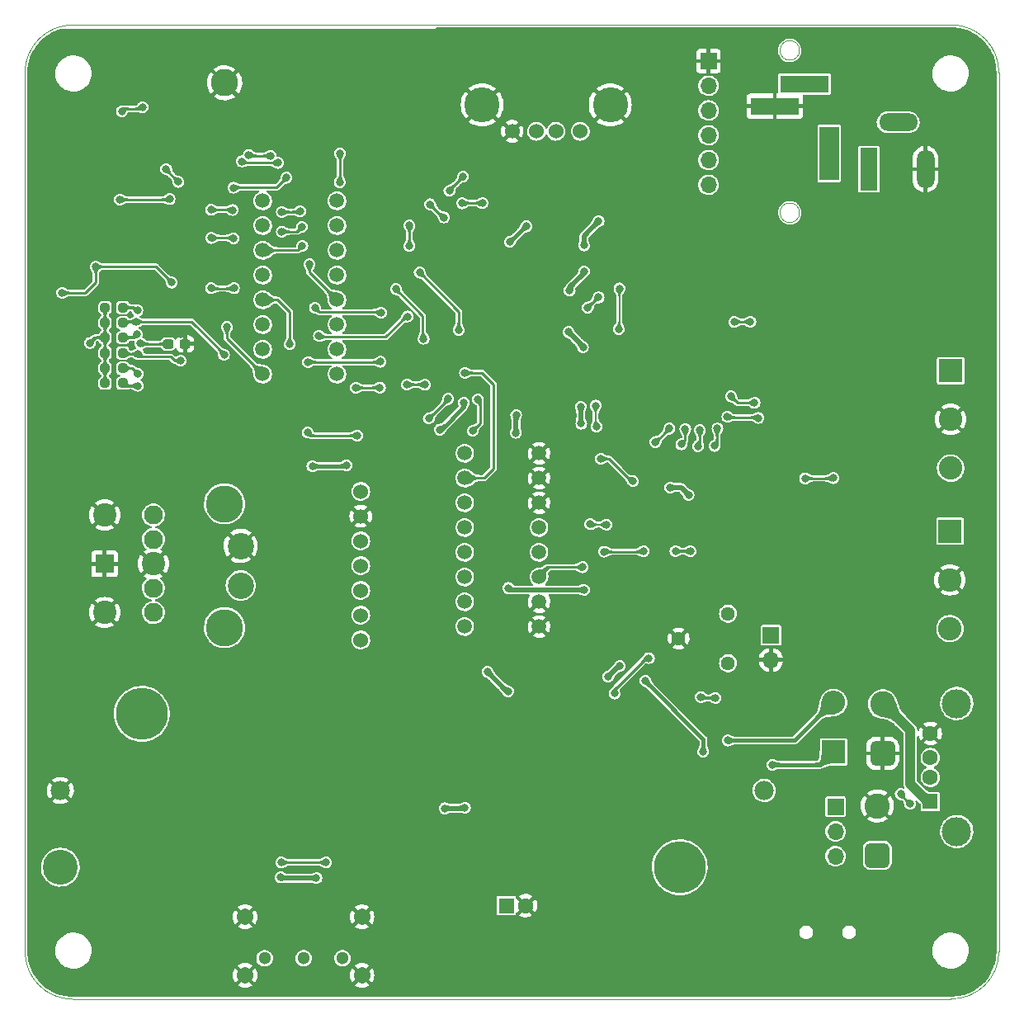
<source format=gbr>
%TF.GenerationSoftware,KiCad,Pcbnew,(6.0.5)*%
%TF.CreationDate,2022-06-30T10:31:41+03:00*%
%TF.ProjectId,test_project_01,74657374-5f70-4726-9f6a-6563745f3031,rev?*%
%TF.SameCoordinates,Original*%
%TF.FileFunction,Copper,L2,Bot*%
%TF.FilePolarity,Positive*%
%FSLAX46Y46*%
G04 Gerber Fmt 4.6, Leading zero omitted, Abs format (unit mm)*
G04 Created by KiCad (PCBNEW (6.0.5)) date 2022-06-30 10:31:41*
%MOMM*%
%LPD*%
G01*
G04 APERTURE LIST*
G04 Aperture macros list*
%AMRoundRect*
0 Rectangle with rounded corners*
0 $1 Rounding radius*
0 $2 $3 $4 $5 $6 $7 $8 $9 X,Y pos of 4 corners*
0 Add a 4 corners polygon primitive as box body*
4,1,4,$2,$3,$4,$5,$6,$7,$8,$9,$2,$3,0*
0 Add four circle primitives for the rounded corners*
1,1,$1+$1,$2,$3*
1,1,$1+$1,$4,$5*
1,1,$1+$1,$6,$7*
1,1,$1+$1,$8,$9*
0 Add four rect primitives between the rounded corners*
20,1,$1+$1,$2,$3,$4,$5,0*
20,1,$1+$1,$4,$5,$6,$7,0*
20,1,$1+$1,$6,$7,$8,$9,0*
20,1,$1+$1,$8,$9,$2,$3,0*%
G04 Aperture macros list end*
%TA.AperFunction,Profile*%
%ADD10C,0.100000*%
%TD*%
%TA.AperFunction,Profile*%
%ADD11C,0.120000*%
%TD*%
%TA.AperFunction,ComponentPad*%
%ADD12R,2.000000X5.500000*%
%TD*%
%TA.AperFunction,ComponentPad*%
%ADD13R,5.000000X1.800000*%
%TD*%
%TA.AperFunction,ComponentPad*%
%ADD14C,1.440000*%
%TD*%
%TA.AperFunction,ComponentPad*%
%ADD15R,1.700000X1.700000*%
%TD*%
%TA.AperFunction,ComponentPad*%
%ADD16O,1.700000X1.700000*%
%TD*%
%TA.AperFunction,ComponentPad*%
%ADD17C,1.300000*%
%TD*%
%TA.AperFunction,ComponentPad*%
%ADD18C,1.710000*%
%TD*%
%TA.AperFunction,WasherPad*%
%ADD19C,3.810000*%
%TD*%
%TA.AperFunction,ComponentPad*%
%ADD20C,2.700000*%
%TD*%
%TA.AperFunction,ComponentPad*%
%ADD21C,1.524000*%
%TD*%
%TA.AperFunction,ComponentPad*%
%ADD22R,1.500000X1.600000*%
%TD*%
%TA.AperFunction,ComponentPad*%
%ADD23C,1.600000*%
%TD*%
%TA.AperFunction,ComponentPad*%
%ADD24C,3.000000*%
%TD*%
%TA.AperFunction,ComponentPad*%
%ADD25RoundRect,0.650000X0.650000X-0.650000X0.650000X0.650000X-0.650000X0.650000X-0.650000X-0.650000X0*%
%TD*%
%TA.AperFunction,ComponentPad*%
%ADD26C,2.600000*%
%TD*%
%TA.AperFunction,ComponentPad*%
%ADD27R,2.413000X2.413000*%
%TD*%
%TA.AperFunction,ComponentPad*%
%ADD28C,2.413000*%
%TD*%
%TA.AperFunction,ComponentPad*%
%ADD29C,2.800000*%
%TD*%
%TA.AperFunction,ComponentPad*%
%ADD30C,1.500000*%
%TD*%
%TA.AperFunction,ComponentPad*%
%ADD31R,1.800000X4.400000*%
%TD*%
%TA.AperFunction,ComponentPad*%
%ADD32O,1.800000X4.000000*%
%TD*%
%TA.AperFunction,ComponentPad*%
%ADD33O,4.000000X1.800000*%
%TD*%
%TA.AperFunction,ComponentPad*%
%ADD34R,2.400000X2.400000*%
%TD*%
%TA.AperFunction,ComponentPad*%
%ADD35O,2.400000X2.400000*%
%TD*%
%TA.AperFunction,ComponentPad*%
%ADD36R,1.600000X1.600000*%
%TD*%
%TA.AperFunction,ComponentPad*%
%ADD37C,1.530000*%
%TD*%
%TA.AperFunction,ComponentPad*%
%ADD38C,3.600000*%
%TD*%
%TA.AperFunction,ComponentPad*%
%ADD39R,1.950000X1.950000*%
%TD*%
%TA.AperFunction,ComponentPad*%
%ADD40C,1.950000*%
%TD*%
%TA.AperFunction,ComponentPad*%
%ADD41C,2.400000*%
%TD*%
%TA.AperFunction,ComponentPad*%
%ADD42C,1.980000*%
%TD*%
%TA.AperFunction,ComponentPad*%
%ADD43C,5.325000*%
%TD*%
%TA.AperFunction,ComponentPad*%
%ADD44C,3.585000*%
%TD*%
%TA.AperFunction,SMDPad,CuDef*%
%ADD45RoundRect,0.237500X0.250000X0.237500X-0.250000X0.237500X-0.250000X-0.237500X0.250000X-0.237500X0*%
%TD*%
%TA.AperFunction,SMDPad,CuDef*%
%ADD46RoundRect,0.237500X-0.300000X-0.237500X0.300000X-0.237500X0.300000X0.237500X-0.300000X0.237500X0*%
%TD*%
%TA.AperFunction,ViaPad*%
%ADD47C,0.800000*%
%TD*%
%TA.AperFunction,Conductor*%
%ADD48C,0.500000*%
%TD*%
%TA.AperFunction,Conductor*%
%ADD49C,0.250000*%
%TD*%
%TA.AperFunction,Conductor*%
%ADD50C,0.400000*%
%TD*%
%TA.AperFunction,Conductor*%
%ADD51C,1.000000*%
%TD*%
%TA.AperFunction,Conductor*%
%ADD52C,0.200000*%
%TD*%
G04 APERTURE END LIST*
D10*
X54944997Y-50017243D02*
X145105552Y-50016884D01*
X50038000Y-145054603D02*
X50016884Y-54944848D01*
X145034000Y-149961600D02*
X54894048Y-149982716D01*
X149961600Y-145105552D02*
X149961600Y-54944997D01*
X145034000Y-149961600D02*
G75*
G03*
X149961600Y-145105552I70785J4856299D01*
G01*
X50037998Y-145054603D02*
G75*
G03*
X54894048Y-149982716I4856297J-71293D01*
G01*
X54944997Y-50017243D02*
G75*
G03*
X50016884Y-54944848I-254J-4927859D01*
G01*
X149961599Y-54944997D02*
G75*
G03*
X145105552Y-50016884I-4856299J71291D01*
G01*
D11*
%TO.C,J4*%
X129501800Y-69291200D02*
G75*
G03*
X129501800Y-69291200I-1000000J0D01*
G01*
X129501800Y-52639200D02*
G75*
G03*
X129501800Y-52639200I-1000000J0D01*
G01*
%TD*%
D12*
%TO.P,J4,1*%
%TO.N,/POWER_MEASUREMENTS/source_vcc*%
X132549800Y-63195200D03*
D13*
%TO.P,J4,2*%
%TO.N,GND*%
X126961800Y-58369200D03*
%TO.P,J4,3*%
%TO.N,unconnected-(J4-Pad3)*%
X130009800Y-56083200D03*
%TD*%
D14*
%TO.P,RV1,1,1*%
%TO.N,Net-(J13-Pad1)*%
X122162000Y-110439200D03*
%TO.P,RV1,2,2*%
%TO.N,GND*%
X117082000Y-112979200D03*
%TO.P,RV1,3,3*%
%TO.N,/Power-IN-OUT-BMS/Set_charge_current*%
X122162000Y-115519200D03*
%TD*%
D15*
%TO.P,JP2,1,A*%
%TO.N,+5V*%
X133197600Y-130240800D03*
D16*
%TO.P,JP2,2,C*%
%TO.N,/POWER_MEASUREMENTS/mini_power_source*%
X133197600Y-132780800D03*
%TO.P,JP2,3,B*%
%TO.N,/POWER_MEASUREMENTS/ext_5v*%
X133197600Y-135320800D03*
%TD*%
D17*
%TO.P,S3,1,PIN1*%
%TO.N,/Power-IN-OUT-BMS/buck_out*%
X82613000Y-145790500D03*
%TO.P,S3,2,COM*%
%TO.N,+3V3*%
X78613000Y-145790500D03*
%TO.P,S3,3,PIN2*%
%TO.N,/Power-IN-OUT-BMS/lin_reg*%
X74613000Y-145790500D03*
D18*
%TO.P,S3,MH1,MH1*%
%TO.N,GND*%
X84613000Y-141540500D03*
%TO.P,S3,MH2,MH2*%
X84613000Y-147540500D03*
%TO.P,S3,MH3,MH3*%
X72613000Y-147540500D03*
%TO.P,S3,MH4,MH4*%
X72613000Y-141540500D03*
%TD*%
D19*
%TO.P,U4,*%
%TO.N,*%
X70510400Y-99161600D03*
X70510400Y-111861600D03*
D20*
%TO.P,U4,1,speaker+*%
%TO.N,Net-(J1-Pad2)*%
X72161400Y-107543600D03*
%TO.P,U4,2,speaker-*%
%TO.N,GND*%
X72161400Y-103479600D03*
D21*
%TO.P,U4,3,VDD*%
%TO.N,+VDC*%
X84480400Y-97891600D03*
%TO.P,U4,4,VSS*%
%TO.N,GND*%
X84480400Y-100431600D03*
%TO.P,U4,5,LRC_(Left/Right_Clock*%
%TO.N,/LRC*%
X84480400Y-113131600D03*
%TO.P,U4,6,BCLK_(Bit_Clock)*%
%TO.N,/BCLK*%
X84480400Y-110591600D03*
%TO.P,U4,7,DIN_(Data_In)*%
%TO.N,/DATA_IN*%
X84480400Y-108051600D03*
%TO.P,U4,8,GAIN*%
%TO.N,/gain*%
X84480400Y-105511600D03*
%TO.P,U4,9,SD_/_MODE*%
%TO.N,/on{slash}off+mode*%
X84480400Y-102971600D03*
%TD*%
D15*
%TO.P,J8,1,Pin_1*%
%TO.N,GND*%
X120167400Y-53721000D03*
D16*
%TO.P,J8,2,Pin_2*%
%TO.N,/TX*%
X120167400Y-56261000D03*
%TO.P,J8,3,Pin_3*%
%TO.N,/RX*%
X120167400Y-58801000D03*
%TO.P,J8,4,Pin_4*%
%TO.N,/reset*%
X120167400Y-61341000D03*
%TO.P,J8,5,Pin_5*%
%TO.N,/DATA0*%
X120167400Y-63881000D03*
%TO.P,J8,6,Pin_6*%
%TO.N,+3V3*%
X120167400Y-66421000D03*
%TD*%
D22*
%TO.P,J9,1,VBUS*%
%TO.N,/POWER_MEASUREMENTS/mini_power_load*%
X142925200Y-129712600D03*
D23*
%TO.P,J9,2,D-*%
%TO.N,/POWER_MEASUREMENTS/D2-*%
X142925200Y-127212600D03*
%TO.P,J9,3,D+*%
%TO.N,/POWER_MEASUREMENTS/D2+*%
X142925200Y-125212600D03*
%TO.P,J9,4,GND*%
%TO.N,GND*%
X142925200Y-122712600D03*
D24*
%TO.P,J9,5,Shield*%
%TO.N,Net-(C10-Pad1)*%
X145635200Y-132782600D03*
X145635200Y-119642600D03*
%TD*%
D25*
%TO.P,J11,1,Pin_1*%
%TO.N,/POWER_MEASUREMENTS/ext_5v*%
X137490200Y-135229600D03*
D26*
%TO.P,J11,2,Pin_2*%
%TO.N,GND*%
X137490200Y-130149600D03*
%TD*%
D25*
%TO.P,J12,1,Pin_1*%
%TO.N,GND*%
X138023600Y-124764800D03*
D26*
%TO.P,J12,2,Pin_2*%
%TO.N,/POWER_MEASUREMENTS/mini_power_load*%
X138023600Y-119684800D03*
%TD*%
D27*
%TO.P,J7,1,Pin_1*%
%TO.N,/POWER_MEASUREMENTS/load_vcc*%
X144940020Y-101959410D03*
D28*
%TO.P,J7,2,Pin_2*%
%TO.N,GND*%
X144940020Y-106958130D03*
%TO.P,J7,3,Pin_3*%
%TO.N,unconnected-(J7-Pad3)*%
X144940020Y-111959390D03*
%TD*%
D29*
%TO.P,U1,36,GND*%
%TO.N,GND*%
X70512600Y-55956200D03*
%TD*%
D27*
%TO.P,J6,1,Pin_1*%
%TO.N,/POWER_MEASUREMENTS/source_vcc*%
X145008600Y-85496400D03*
D28*
%TO.P,J6,2,Pin_2*%
%TO.N,GND*%
X145008600Y-90495120D03*
%TO.P,J6,3,Pin_3*%
%TO.N,unconnected-(J6-Pad3)*%
X145008600Y-95496380D03*
%TD*%
D30*
%TO.P,S2,1,COM_1*%
%TO.N,/GPIO9*%
X95148400Y-93980000D03*
%TO.P,S2,2,NO_1*%
%TO.N,GND*%
X102768400Y-93980000D03*
%TO.P,S2,3,COM_2*%
%TO.N,/A1*%
X95148400Y-96520000D03*
%TO.P,S2,4,NO_2*%
%TO.N,GND*%
X102768400Y-96520000D03*
%TO.P,S2,5,COM_3*%
%TO.N,/A0*%
X95148400Y-99060000D03*
%TO.P,S2,6,NO_3*%
%TO.N,GND*%
X102768400Y-99060000D03*
%TO.P,S2,7,COM_4*%
%TO.N,+VDC*%
X95148400Y-101600000D03*
%TO.P,S2,8,NO_4*%
%TO.N,3v3_enable*%
X102768400Y-101600000D03*
%TO.P,S2,9,COM_5*%
%TO.N,unconnected-(S2-Pad9)*%
X95148400Y-104140000D03*
%TO.P,S2,10,NO_5*%
%TO.N,unconnected-(S2-Pad10)*%
X102768400Y-104140000D03*
%TO.P,S2,11,COM_6*%
%TO.N,Net-(R8-Pad2)*%
X95148400Y-106680000D03*
%TO.P,S2,12,NO_6*%
%TO.N,+3V3*%
X102768400Y-106680000D03*
%TO.P,S2,13,COM_7*%
%TO.N,/gain*%
X95148400Y-109220000D03*
%TO.P,S2,14,NO_7*%
%TO.N,GND*%
X102768400Y-109220000D03*
%TO.P,S2,15,COM_8*%
%TO.N,Net-(R9-Pad2)*%
X95148400Y-111760000D03*
%TO.P,S2,16,NO_8*%
%TO.N,GND*%
X102768400Y-111760000D03*
%TD*%
D31*
%TO.P,J5,1*%
%TO.N,/POWER_MEASUREMENTS/source_vcc*%
X136626600Y-64811200D03*
D32*
%TO.P,J5,2*%
%TO.N,GND*%
X142426600Y-64811200D03*
D33*
%TO.P,J5,3*%
%TO.N,unconnected-(J5-Pad3)*%
X139626600Y-60011200D03*
%TD*%
D34*
%TO.P,D4,1,K*%
%TO.N,Power_in+*%
X132994400Y-124612400D03*
D35*
%TO.P,D4,2,A*%
%TO.N,+5V*%
X132994400Y-119532400D03*
%TD*%
D15*
%TO.P,J13,1,Pin_1*%
%TO.N,Net-(J13-Pad1)*%
X126568200Y-112644000D03*
D16*
%TO.P,J13,2,Pin_2*%
%TO.N,GND*%
X126568200Y-115184000D03*
%TD*%
D36*
%TO.P,C19,1*%
%TO.N,/Power-IN-OUT-BMS/buck/buck_input_filtered*%
X99415600Y-140385800D03*
D23*
%TO.P,C19,2*%
%TO.N,GND*%
X101415600Y-140385800D03*
%TD*%
D37*
%TO.P,J2,1,1*%
%TO.N,VBUS*%
X107010200Y-60934600D03*
%TO.P,J2,2,2*%
%TO.N,D-*%
X104510200Y-60934600D03*
%TO.P,J2,3,3*%
%TO.N,D+*%
X102510200Y-60934600D03*
%TO.P,J2,4,4*%
%TO.N,GND*%
X100010200Y-60934600D03*
D38*
%TO.P,J2,MH1,MH1*%
X110080200Y-58224600D03*
%TO.P,J2,MH2,MH2*%
X96940200Y-58224600D03*
%TD*%
D30*
%TO.P,S1,1,COM_1*%
%TO.N,unconnected-(S1-Pad1)*%
X74422000Y-68072000D03*
%TO.P,S1,2,NO_1*%
%TO.N,unconnected-(S1-Pad2)*%
X82042000Y-68072000D03*
%TO.P,S1,3,COM_2*%
%TO.N,unconnected-(S1-Pad3)*%
X74422000Y-70612000D03*
%TO.P,S1,4,NO_2*%
%TO.N,unconnected-(S1-Pad4)*%
X82042000Y-70612000D03*
%TO.P,S1,5,COM_3*%
%TO.N,/SPI1_MISO*%
X74422000Y-73152000D03*
%TO.P,S1,6,NO_3*%
%TO.N,/GPIO8*%
X82042000Y-73152000D03*
%TO.P,S1,7,COM_4*%
X74422000Y-75692000D03*
%TO.P,S1,8,NO_4*%
%TO.N,/DATA_IN*%
X82042000Y-75692000D03*
%TO.P,S1,9,COM_5*%
%TO.N,/SPI1_CLK*%
X74422000Y-78232000D03*
%TO.P,S1,10,NO_5*%
%TO.N,/GPIO9*%
X82042000Y-78232000D03*
%TO.P,S1,11,COM_6*%
X74422000Y-80772000D03*
%TO.P,S1,12,NO_6*%
%TO.N,/BCLK*%
X82042000Y-80772000D03*
%TO.P,S1,13,COM_7*%
%TO.N,/SPI1_MOSI*%
X74422000Y-83312000D03*
%TO.P,S1,14,NO_7*%
%TO.N,/GPIO10*%
X82042000Y-83312000D03*
%TO.P,S1,15,COM_8*%
X74422000Y-85852000D03*
%TO.P,S1,16,NO_8*%
%TO.N,/LRC*%
X82042000Y-85852000D03*
%TD*%
D39*
%TO.P,J1,1,1*%
%TO.N,GND*%
X58200200Y-105308400D03*
D40*
%TO.P,J1,2,2*%
%TO.N,Net-(J1-Pad2)*%
X63200200Y-100308400D03*
%TO.P,J1,3,3*%
%TO.N,unconnected-(J1-Pad3)*%
X63200200Y-102808400D03*
%TO.P,J1,4,4*%
%TO.N,unconnected-(J1-Pad4)*%
X63200200Y-107808400D03*
%TO.P,J1,5,5*%
%TO.N,Net-(J1-Pad2)*%
X63200200Y-110308400D03*
D41*
%TO.P,J1,MH1,MH1*%
%TO.N,GND*%
X58200200Y-100308400D03*
%TO.P,J1,MH2,MH2*%
X58200200Y-110308400D03*
%TO.P,J1,MH3,MH3*%
X63200200Y-105308400D03*
%TD*%
D42*
%TO.P,U7,1,+*%
%TO.N,+BATT*%
X125857000Y-128574800D03*
%TO.P,U7,2,-*%
%TO.N,GND*%
X53657000Y-128574800D03*
D43*
%TO.P,U7,MH1,MH1*%
%TO.N,unconnected-(U7-PadMH1)*%
X117217000Y-136444800D03*
D44*
%TO.P,U7,MH2,MH2*%
%TO.N,unconnected-(U7-PadMH2)*%
X53657000Y-136444800D03*
D43*
%TO.P,U7,MH3,MH3*%
%TO.N,unconnected-(U7-PadMH3)*%
X62017000Y-120704800D03*
%TD*%
D45*
%TO.P,R11,1*%
%TO.N,/DATA0*%
X60071600Y-85242400D03*
%TO.P,R11,2*%
%TO.N,+3V3*%
X58246600Y-85242400D03*
%TD*%
%TO.P,R10,1*%
%TO.N,/GPIO1*%
X60069100Y-83693000D03*
%TO.P,R10,2*%
%TO.N,+3V3*%
X58244100Y-83693000D03*
%TD*%
%TO.P,R5,1*%
%TO.N,/DATA3*%
X60071600Y-80568800D03*
%TO.P,R5,2*%
%TO.N,+3V3*%
X58246600Y-80568800D03*
%TD*%
%TO.P,R14,1*%
%TO.N,/DATA2*%
X60071600Y-79019400D03*
%TO.P,R14,2*%
%TO.N,+3V3*%
X58246600Y-79019400D03*
%TD*%
%TO.P,R15,1*%
%TO.N,/DATA1*%
X60069100Y-86766400D03*
%TO.P,R15,2*%
%TO.N,+3V3*%
X58244100Y-86766400D03*
%TD*%
%TO.P,R7,1*%
%TO.N,/GPIO2*%
X60071600Y-82092800D03*
%TO.P,R7,2*%
%TO.N,+3V3*%
X58246600Y-82092800D03*
%TD*%
D46*
%TO.P,C26,1*%
%TO.N,+3V3*%
X64720300Y-82753200D03*
%TO.P,C26,2*%
%TO.N,GND*%
X66445300Y-82753200D03*
%TD*%
D47*
%TO.N,GND*%
X98780600Y-86461600D03*
X68097400Y-59715400D03*
X56235600Y-76200000D03*
X67030600Y-54279800D03*
X57454800Y-77470000D03*
X59004200Y-52806600D03*
X84937600Y-88544400D03*
X72847200Y-65608200D03*
X73964800Y-55803800D03*
X64528100Y-84907901D03*
X62204600Y-60883800D03*
X70586600Y-59690000D03*
X66014600Y-81737200D03*
X91033600Y-126136400D03*
X75844400Y-79578200D03*
X66751200Y-55245000D03*
X72085200Y-52654200D03*
X77266800Y-138531600D03*
X88773000Y-147193000D03*
X59766200Y-143281400D03*
X72771000Y-67487800D03*
X64516000Y-81381600D03*
X77724000Y-62890400D03*
X59105800Y-75615800D03*
X73380600Y-59207400D03*
X75311000Y-52095400D03*
X59105800Y-73533000D03*
X56083200Y-62306200D03*
X84759800Y-80746600D03*
X125272800Y-146151600D03*
X102108000Y-74066400D03*
X116078000Y-74041000D03*
X122402600Y-133985000D03*
X130708400Y-89230200D03*
X89408000Y-149098000D03*
X67310000Y-62915800D03*
X67310000Y-87934800D03*
X110236000Y-84251800D03*
X126746000Y-88417400D03*
X136271000Y-98044000D03*
X112877600Y-64998600D03*
X90551000Y-148717000D03*
X116509800Y-88976200D03*
X78587600Y-61772800D03*
X64528111Y-79502000D03*
X139293600Y-146100800D03*
X125298200Y-140563600D03*
X98856800Y-92633800D03*
X86090250Y-143017750D03*
X93726000Y-149225000D03*
X96393000Y-147320000D03*
X88646000Y-148336000D03*
X69215000Y-59207400D03*
X67284600Y-53035200D03*
X65735200Y-58547000D03*
X77241400Y-134772400D03*
X102412800Y-87782400D03*
X115697000Y-130378200D03*
X139344400Y-140563600D03*
X75158600Y-56870600D03*
X133197600Y-142468600D03*
X65684400Y-56845200D03*
X84861400Y-85928200D03*
X78511400Y-51079400D03*
X66827400Y-56515000D03*
X64566800Y-62992000D03*
X66471800Y-59563000D03*
X84759800Y-78689200D03*
X97256600Y-95300800D03*
X106248200Y-65227200D03*
X116560600Y-71780400D03*
X59004200Y-51257200D03*
X129590800Y-95148400D03*
X58775600Y-142494000D03*
X62280800Y-75641200D03*
X62280800Y-73558400D03*
X68910200Y-52628800D03*
X117729000Y-123240800D03*
X88468200Y-82321400D03*
X73710800Y-52044600D03*
X59766200Y-145872200D03*
X98348800Y-96596200D03*
X62255400Y-59740800D03*
X58826400Y-146786600D03*
X65659000Y-54457600D03*
X114198400Y-81762600D03*
X78536800Y-60731400D03*
X112953800Y-98399600D03*
X66294000Y-73304400D03*
X87122000Y-142240000D03*
X84861400Y-83210400D03*
X67310000Y-52019200D03*
X92760800Y-136194800D03*
X88392000Y-101244400D03*
X134493000Y-91922600D03*
X67005200Y-57937400D03*
X69443600Y-142976600D03*
X92710000Y-148717000D03*
X65709800Y-51866800D03*
X53568600Y-86385400D03*
X124917200Y-97536000D03*
X77876400Y-78536800D03*
X129819400Y-136575800D03*
X95504000Y-149225000D03*
X74041000Y-57886600D03*
X79451200Y-52501800D03*
X142748000Y-136169400D03*
X127318100Y-124790200D03*
X62966600Y-62941200D03*
X97205800Y-87401400D03*
X71983600Y-59537600D03*
X52171600Y-78968600D03*
X91567000Y-149352000D03*
X96774000Y-149225000D03*
X92811600Y-85623400D03*
X66040000Y-79603600D03*
X124942600Y-99085400D03*
X142697200Y-137820400D03*
X96951800Y-74523600D03*
X70510400Y-51968400D03*
X73939400Y-53949600D03*
X124104400Y-133604000D03*
X62280800Y-62153800D03*
X75209400Y-58470800D03*
X115112800Y-89027000D03*
X103581200Y-79908400D03*
X68884800Y-83312000D03*
X74828400Y-53111400D03*
X104431500Y-106730800D03*
X97256600Y-92659200D03*
X129540000Y-90779600D03*
X78587600Y-53898800D03*
X94742000Y-148717000D03*
X71196200Y-144348200D03*
X114904162Y-123109931D03*
X66040000Y-53187600D03*
X59029600Y-54356000D03*
X74599800Y-59664600D03*
X69951600Y-82143600D03*
X86563200Y-80873600D03*
X59766200Y-144500600D03*
X85267800Y-70891400D03*
X126136400Y-121513600D03*
X52552600Y-64973200D03*
X92252800Y-132588000D03*
X97256600Y-140843000D03*
X75209400Y-55143400D03*
%TO.N,+VDC*%
X116224780Y-97485200D03*
X76276200Y-137490200D03*
X99618800Y-107797600D03*
X118123300Y-98247200D03*
X79933800Y-137566400D03*
X95173800Y-130327400D03*
X97485200Y-116382800D03*
X99593400Y-118389400D03*
X100431600Y-90068400D03*
X93091000Y-130403600D03*
X107391200Y-107975400D03*
X100406200Y-91871800D03*
%TO.N,ADC_CH3*%
X124460000Y-80467200D03*
X122809000Y-80492600D03*
%TO.N,+3V3*%
X92583000Y-91541600D03*
X116775900Y-104013000D03*
X79514100Y-95300800D03*
X132969000Y-96520000D03*
X107238800Y-105664000D03*
X95072200Y-88773000D03*
X99766182Y-72293418D03*
X56692800Y-82651600D03*
X130073400Y-96538100D03*
X109474000Y-104063800D03*
X113512600Y-104013000D03*
X61886965Y-82691825D03*
X83020500Y-95199200D03*
X118313200Y-104013000D03*
X101477299Y-70683901D03*
%TO.N,Net-(IC1-Pad9)*%
X90932000Y-82219800D03*
X88087200Y-77114400D03*
%TO.N,+5V*%
X105816400Y-81534000D03*
X108889800Y-70154800D03*
X111074200Y-115798600D03*
X105918000Y-77266800D03*
X122148600Y-123444000D03*
X107391200Y-72644000D03*
X107111800Y-90932000D03*
X109855000Y-116890800D03*
X107289600Y-83083400D03*
X107391200Y-75311000D03*
X107061000Y-89179400D03*
%TO.N,/A1*%
X95173800Y-85725000D03*
%TO.N,ADC_CH1*%
X125270740Y-90347800D03*
X122097800Y-90220800D03*
%TO.N,/DATA3*%
X80187800Y-81940400D03*
X61442600Y-80492600D03*
X89281000Y-79933800D03*
X70455742Y-83883256D03*
%TO.N,/P3*%
X89484200Y-70612000D03*
X90525600Y-75412600D03*
X94538800Y-81305400D03*
X89458800Y-72708100D03*
%TO.N,/A0*%
X95961200Y-91668600D03*
X96494600Y-88442800D03*
%TO.N,SCL*%
X75237100Y-63449200D03*
X72988100Y-63347600D03*
%TO.N,/reset*%
X78435200Y-70739000D03*
X59969400Y-58877200D03*
X76372180Y-71221600D03*
X82346800Y-63189580D03*
X69164200Y-71882000D03*
X62103000Y-58445400D03*
X71450200Y-71907400D03*
X82321400Y-66141600D03*
X64871600Y-67894200D03*
X59766200Y-67945000D03*
%TO.N,SDA*%
X72246670Y-64017889D03*
X75971400Y-64173700D03*
%TO.N,TE*%
X120878600Y-119075200D03*
X119380000Y-118973600D03*
%TO.N,/DATA2*%
X61569600Y-79324200D03*
%TO.N,/DATA0*%
X64516000Y-64795400D03*
X69113400Y-68986400D03*
X94987958Y-65565442D03*
X61620400Y-85826600D03*
X76372180Y-69215000D03*
X65764899Y-66120499D03*
X93578045Y-67035045D03*
X78270700Y-69138800D03*
X71323200Y-69011800D03*
%TO.N,/DATA1*%
X61595000Y-87045800D03*
%TO.N,/SD_sense*%
X86563200Y-79552800D03*
X57302400Y-74828400D03*
X65100200Y-76454000D03*
X53848000Y-77520800D03*
X71475600Y-77038200D03*
X69113400Y-77038200D03*
X79781400Y-79019400D03*
%TO.N,/POWER_MEASUREMENTS/D2+*%
X139889263Y-128935335D03*
X140851238Y-129951846D03*
%TO.N,ADC_CH2*%
X120802400Y-93218000D03*
X121081800Y-91440000D03*
%TO.N,ADC_CH0*%
X122473180Y-88138000D03*
X124891800Y-88798400D03*
%TO.N,/GPIO10*%
X70751100Y-81026000D03*
%TO.N,/GPIO5*%
X71424800Y-66725800D03*
X93019099Y-69778099D03*
X91592400Y-68427600D03*
X76860400Y-65684400D03*
%TO.N,Power_in+*%
X119608600Y-124587000D03*
X108661200Y-91236800D03*
X109702600Y-101295200D03*
X113690400Y-117297200D03*
X126695200Y-125933200D03*
X108585000Y-89077800D03*
X108026200Y-101244400D03*
X111023400Y-77063600D03*
X110947200Y-81229200D03*
%TO.N,ADC_CH4*%
X119278400Y-91604500D03*
X119075200Y-93243400D03*
%TO.N,Net-(R24-Pad2)*%
X112420400Y-96824800D03*
X109118400Y-94538800D03*
%TO.N,Net-(R33-Pad2)*%
X114046000Y-114985800D03*
X110515400Y-118618000D03*
%TO.N,Net-(R42-Pad1)*%
X117779800Y-91490800D03*
X117373400Y-93053500D03*
%TO.N,3v3_enable*%
X80924400Y-135966200D03*
X76327000Y-135966200D03*
%TO.N,/SPI1_MISO*%
X78486000Y-72694800D03*
X96965100Y-68300600D03*
X94906500Y-68326000D03*
%TO.N,/SPI1_CLK*%
X77190600Y-82778600D03*
X91059000Y-86944200D03*
X89230200Y-86918800D03*
X86512400Y-84582000D03*
X79070200Y-84607400D03*
%TO.N,/GPIO2*%
X61518800Y-81762600D03*
%TO.N,/GPIO1*%
X65989200Y-84480400D03*
X61645800Y-83794600D03*
%TO.N,/GPIO9*%
X83972400Y-87249000D03*
X86449500Y-87223600D03*
X79222600Y-74574400D03*
%TO.N,/SPI1_MOSI*%
X91461101Y-90402899D03*
X79019400Y-91846400D03*
X84124800Y-92151200D03*
X93450899Y-88387701D03*
X108889800Y-77978000D03*
X107767901Y-79023699D03*
%TO.N,ADC_CH5*%
X116158499Y-91435701D03*
X114706400Y-92811600D03*
%TD*%
D48*
%TO.N,+VDC*%
X99491800Y-118389400D02*
X99593400Y-118389400D01*
X95097600Y-130403600D02*
X95173800Y-130327400D01*
X97485200Y-116382800D02*
X99491800Y-118389400D01*
X118123300Y-98247200D02*
X117361300Y-97485200D01*
X107365800Y-108000800D02*
X99822000Y-108000800D01*
X117361300Y-97485200D02*
X116224780Y-97485200D01*
X107391200Y-107975400D02*
X107365800Y-108000800D01*
X100406200Y-91871800D02*
X100406200Y-90093800D01*
X76276200Y-137490200D02*
X76352400Y-137566400D01*
X76352400Y-137566400D02*
X79933800Y-137566400D01*
X99822000Y-108000800D02*
X99618800Y-107797600D01*
X93091000Y-130403600D02*
X95097600Y-130403600D01*
X100406200Y-90093800D02*
X100431600Y-90068400D01*
D49*
%TO.N,ADC_CH3*%
X124434600Y-80492600D02*
X124460000Y-80467200D01*
X122809000Y-80492600D02*
X124434600Y-80492600D01*
%TO.N,+3V3*%
X57251600Y-82092800D02*
X58246600Y-82092800D01*
X58246600Y-80568800D02*
X58246600Y-82092800D01*
D50*
X95072200Y-88773000D02*
X95072200Y-89204800D01*
D49*
X64720300Y-82753200D02*
X61948340Y-82753200D01*
D50*
X95072200Y-89204800D02*
X92735400Y-91541600D01*
X92735400Y-91541600D02*
X92583000Y-91541600D01*
D49*
X58246600Y-79019400D02*
X58246600Y-80568800D01*
X56692800Y-82651600D02*
X57251600Y-82092800D01*
X103784400Y-105664000D02*
X107238800Y-105664000D01*
D50*
X99816982Y-72293418D02*
X99766182Y-72293418D01*
D49*
X58244100Y-86766400D02*
X58244100Y-85244900D01*
X132950900Y-96538100D02*
X132969000Y-96520000D01*
X58246600Y-85242400D02*
X58246600Y-83695500D01*
X58246600Y-83695500D02*
X58244100Y-83693000D01*
X130073400Y-96538100D02*
X132950900Y-96538100D01*
D50*
X82918900Y-95300800D02*
X79514100Y-95300800D01*
D49*
X58244100Y-85244900D02*
X58246600Y-85242400D01*
X58244100Y-83693000D02*
X58244100Y-82095300D01*
X61948340Y-82753200D02*
X61886965Y-82691825D01*
X102768400Y-106680000D02*
X103784400Y-105664000D01*
X109474000Y-104063800D02*
X113461800Y-104063800D01*
D50*
X83020500Y-95199200D02*
X82918900Y-95300800D01*
D49*
X58244100Y-82095300D02*
X58246600Y-82092800D01*
D50*
X101426499Y-70683901D02*
X99816982Y-72293418D01*
D49*
X118313200Y-104013000D02*
X116775900Y-104013000D01*
D50*
X101477299Y-70683901D02*
X101426499Y-70683901D01*
D49*
X113461800Y-104063800D02*
X113512600Y-104013000D01*
%TO.N,Net-(IC1-Pad9)*%
X90932000Y-82219800D02*
X90855800Y-82143600D01*
X90855800Y-79883000D02*
X88087200Y-77114400D01*
X90855800Y-82143600D02*
X90855800Y-79883000D01*
D50*
%TO.N,+5V*%
X132892800Y-119532400D02*
X132994400Y-119532400D01*
D48*
X107289600Y-83083400D02*
X107289600Y-83007200D01*
D50*
X122148600Y-123444000D02*
X128981200Y-123444000D01*
X128981200Y-123444000D02*
X132892800Y-119532400D01*
D48*
X108889800Y-70154800D02*
X107391200Y-71653400D01*
X107391200Y-75311000D02*
X107391200Y-75488800D01*
X107391200Y-71653400D02*
X107391200Y-72644000D01*
X111074200Y-115798600D02*
X110947200Y-115798600D01*
X107289600Y-83007200D02*
X105816400Y-81534000D01*
X110947200Y-115798600D02*
X109855000Y-116890800D01*
X107061000Y-90881200D02*
X107111800Y-90932000D01*
X105918000Y-76962000D02*
X105918000Y-77266800D01*
X107391200Y-75488800D02*
X105918000Y-76962000D01*
X107061000Y-89179400D02*
X107061000Y-90881200D01*
D49*
%TO.N,/A1*%
X97129600Y-96520000D02*
X95148400Y-96520000D01*
X95173800Y-85725000D02*
X96926400Y-85725000D01*
X98094800Y-95554800D02*
X97129600Y-96520000D01*
X96926400Y-85725000D02*
X98094800Y-86893400D01*
X98094800Y-86893400D02*
X98094800Y-95554800D01*
D51*
%TO.N,/POWER_MEASUREMENTS/mini_power_load*%
X142666600Y-129712600D02*
X142925200Y-129712600D01*
X138023600Y-119684800D02*
X138176000Y-119684800D01*
X140868400Y-122377200D02*
X140868400Y-127914400D01*
X138176000Y-119684800D02*
X140868400Y-122377200D01*
X140868400Y-127914400D02*
X142666600Y-129712600D01*
D49*
%TO.N,ADC_CH1*%
X122174000Y-90297000D02*
X125219940Y-90297000D01*
X125219940Y-90297000D02*
X125270740Y-90347800D01*
X122097800Y-90220800D02*
X122174000Y-90297000D01*
%TO.N,/DATA3*%
X61442600Y-80492600D02*
X60424700Y-80492600D01*
X60424700Y-80492600D02*
X60348500Y-80568800D01*
X70455742Y-83816142D02*
X67132200Y-80492600D01*
X89154000Y-79933800D02*
X87045800Y-82042000D01*
X87045800Y-82042000D02*
X80289400Y-82042000D01*
X67132200Y-80492600D02*
X61442600Y-80492600D01*
X70455742Y-83883256D02*
X70455742Y-83816142D01*
X89281000Y-79933800D02*
X89154000Y-79933800D01*
X80289400Y-82042000D02*
X80187800Y-81940400D01*
%TO.N,/P3*%
X89484200Y-72682700D02*
X89458800Y-72708100D01*
X94538800Y-79425800D02*
X94538800Y-81305400D01*
X89484200Y-70612000D02*
X89484200Y-72682700D01*
X90525600Y-75412600D02*
X94538800Y-79425800D01*
%TO.N,/A0*%
X96748600Y-88696800D02*
X96748600Y-90881200D01*
X96494600Y-88442800D02*
X96748600Y-88696800D01*
X96748600Y-90881200D02*
X95961200Y-91668600D01*
%TO.N,SCL*%
X73089700Y-63449200D02*
X75237100Y-63449200D01*
X72988100Y-63347600D02*
X73089700Y-63449200D01*
%TO.N,/reset*%
X62103000Y-58445400D02*
X61925200Y-58623200D01*
X76372180Y-71221600D02*
X77952600Y-71221600D01*
X69164200Y-71882000D02*
X71424800Y-71882000D01*
X64820800Y-67945000D02*
X64871600Y-67894200D01*
X82372200Y-63214980D02*
X82372200Y-66090800D01*
X77952600Y-71221600D02*
X78435200Y-70739000D01*
X82346800Y-63189580D02*
X82372200Y-63214980D01*
X61925200Y-58623200D02*
X60223400Y-58623200D01*
X60223400Y-58623200D02*
X59969400Y-58877200D01*
X71424800Y-71882000D02*
X71450200Y-71907400D01*
X82372200Y-66090800D02*
X82321400Y-66141600D01*
X59766200Y-67945000D02*
X64820800Y-67945000D01*
%TO.N,SDA*%
X72246670Y-64017889D02*
X72402481Y-64173700D01*
X72402481Y-64173700D02*
X75971400Y-64173700D01*
%TO.N,TE*%
X120878600Y-119075200D02*
X119481600Y-119075200D01*
X119481600Y-119075200D02*
X119380000Y-118973600D01*
%TO.N,/DATA2*%
X60346600Y-79019400D02*
X61264800Y-79019400D01*
X61264800Y-79019400D02*
X61569600Y-79324200D01*
%TO.N,/DATA0*%
X93578045Y-66975355D02*
X93578045Y-67035045D01*
X61036200Y-85242400D02*
X61620400Y-85826600D01*
X64516000Y-64795400D02*
X64516000Y-64871600D01*
X78270700Y-69138800D02*
X78194500Y-69215000D01*
X64516000Y-64871600D02*
X65764899Y-66120499D01*
X69113400Y-68986400D02*
X71297800Y-68986400D01*
X94987958Y-65565442D02*
X93578045Y-66975355D01*
X60350400Y-85242400D02*
X61036200Y-85242400D01*
X71297800Y-68986400D02*
X71323200Y-69011800D01*
X78194500Y-69215000D02*
X76372180Y-69215000D01*
%TO.N,/DATA1*%
X61595000Y-87045800D02*
X60348500Y-87045800D01*
X60348500Y-87045800D02*
X60069100Y-86766400D01*
%TO.N,/SD_sense*%
X57302400Y-76403200D02*
X57302400Y-74828400D01*
X71450200Y-77063600D02*
X71475600Y-77038200D01*
X53848000Y-77520800D02*
X56184800Y-77520800D01*
X86512400Y-79502000D02*
X80264000Y-79502000D01*
X69138800Y-77063600D02*
X71450200Y-77063600D01*
X57302400Y-74828400D02*
X63474600Y-74828400D01*
X80264000Y-79502000D02*
X79781400Y-79019400D01*
X56184800Y-77520800D02*
X57302400Y-76403200D01*
X86563200Y-79552800D02*
X86512400Y-79502000D01*
X69113400Y-77038200D02*
X69138800Y-77063600D01*
X63474600Y-74828400D02*
X65100200Y-76454000D01*
D52*
%TO.N,/POWER_MEASUREMENTS/D2+*%
X139889263Y-128935335D02*
X139889263Y-128989871D01*
X139889263Y-128989871D02*
X140851238Y-129951846D01*
D49*
%TO.N,ADC_CH2*%
X121031000Y-91490800D02*
X121031000Y-92989400D01*
X121081800Y-91440000D02*
X121031000Y-91490800D01*
X121031000Y-92989400D02*
X120802400Y-93218000D01*
%TO.N,ADC_CH0*%
X124891800Y-88798400D02*
X123133580Y-88798400D01*
X123133580Y-88798400D02*
X122473180Y-88138000D01*
%TO.N,/GPIO10*%
X70751100Y-81026000D02*
X70751100Y-82181100D01*
X70751100Y-82181100D02*
X74422000Y-85852000D01*
%TO.N,/GPIO5*%
X76860400Y-65684400D02*
X75844400Y-66700400D01*
X93019099Y-69778099D02*
X92942899Y-69778099D01*
X71450200Y-66700400D02*
X71424800Y-66725800D01*
X75844400Y-66700400D02*
X71450200Y-66700400D01*
X92942899Y-69778099D02*
X91592400Y-68427600D01*
D52*
%TO.N,Power_in+*%
X109702600Y-101295200D02*
X108077000Y-101295200D01*
D50*
X119634000Y-124561600D02*
X119608600Y-124587000D01*
X113690400Y-117348000D02*
X119634000Y-123291600D01*
D52*
X108585000Y-91160600D02*
X108585000Y-89077800D01*
X110947200Y-81229200D02*
X111023400Y-81153000D01*
X111023400Y-81153000D02*
X111023400Y-77063600D01*
D50*
X126695200Y-125933200D02*
X131622800Y-125933200D01*
X119634000Y-123291600D02*
X119634000Y-124561600D01*
D52*
X108077000Y-101295200D02*
X108026200Y-101244400D01*
D50*
X131622800Y-125933200D02*
X132943600Y-124612400D01*
X113690400Y-117297200D02*
X113690400Y-117348000D01*
D52*
X108661200Y-91236800D02*
X108585000Y-91160600D01*
D50*
X132943600Y-124612400D02*
X132994400Y-124612400D01*
D49*
%TO.N,ADC_CH4*%
X119278400Y-93040200D02*
X119075200Y-93243400D01*
X119278400Y-91604500D02*
X119278400Y-93040200D01*
%TO.N,Net-(R24-Pad2)*%
X109931200Y-94538800D02*
X109118400Y-94538800D01*
X112217200Y-96824800D02*
X109931200Y-94538800D01*
X112420400Y-96824800D02*
X112217200Y-96824800D01*
%TO.N,Net-(R33-Pad2)*%
X113741200Y-114985800D02*
X114046000Y-114985800D01*
X110515400Y-118211600D02*
X113741200Y-114985800D01*
X110515400Y-118618000D02*
X110515400Y-118211600D01*
%TO.N,Net-(R42-Pad1)*%
X117373400Y-93053500D02*
X117779800Y-92647100D01*
X117779800Y-92647100D02*
X117779800Y-91490800D01*
%TO.N,3v3_enable*%
X76337200Y-135956000D02*
X76327000Y-135966200D01*
X80914200Y-135956000D02*
X76337200Y-135956000D01*
X80924400Y-135966200D02*
X80914200Y-135956000D01*
%TO.N,/SPI1_MISO*%
X78028800Y-73152000D02*
X74422000Y-73152000D01*
X94931900Y-68300600D02*
X94906500Y-68326000D01*
X78486000Y-72694800D02*
X78028800Y-73152000D01*
X96965100Y-68300600D02*
X94931900Y-68300600D01*
%TO.N,/SPI1_CLK*%
X91059000Y-86944200D02*
X91033600Y-86918800D01*
X77190600Y-82778600D02*
X77190600Y-79476600D01*
X77190600Y-79476600D02*
X75946000Y-78232000D01*
X86487000Y-84607400D02*
X79070200Y-84607400D01*
X86512400Y-84582000D02*
X86487000Y-84607400D01*
X75946000Y-78232000D02*
X74422000Y-78232000D01*
X91033600Y-86918800D02*
X89230200Y-86918800D01*
%TO.N,/GPIO2*%
X60350400Y-82092800D02*
X61188600Y-82092800D01*
X61188600Y-82092800D02*
X61518800Y-81762600D01*
%TO.N,/GPIO1*%
X64973200Y-84074000D02*
X61925200Y-84074000D01*
X65989200Y-84480400D02*
X65379600Y-84480400D01*
X61925200Y-84074000D02*
X61645800Y-83794600D01*
X65379600Y-84480400D02*
X64973200Y-84074000D01*
X60170700Y-83794600D02*
X60069100Y-83693000D01*
X61645800Y-83794600D02*
X60170700Y-83794600D01*
%TO.N,/GPIO9*%
X86449500Y-87223600D02*
X86424100Y-87249000D01*
X79222600Y-74574400D02*
X79222600Y-75412600D01*
X86424100Y-87249000D02*
X83972400Y-87249000D01*
X79222600Y-75412600D02*
X82042000Y-78232000D01*
%TO.N,/SPI1_MOSI*%
X107767901Y-79023699D02*
X108813600Y-77978000D01*
X91461101Y-90402899D02*
X91486501Y-90402899D01*
X108813600Y-77978000D02*
X108889800Y-77978000D01*
X79324200Y-92151200D02*
X84124800Y-92151200D01*
X93450899Y-88438501D02*
X93450899Y-88387701D01*
X79019400Y-91846400D02*
X79324200Y-92151200D01*
X91486501Y-90402899D02*
X93450899Y-88438501D01*
%TO.N,ADC_CH5*%
X114782600Y-92811600D02*
X116158499Y-91435701D01*
X114706400Y-92811600D02*
X114782600Y-92811600D01*
%TD*%
%TA.AperFunction,Conductor*%
%TO.N,+3V3*%
G36*
X58376013Y-84406589D02*
G01*
X58384590Y-84468355D01*
X58384590Y-84468357D01*
X58384700Y-84469149D01*
X58384700Y-84469153D01*
X58384760Y-84469584D01*
X58388637Y-84497497D01*
X58408546Y-84574031D01*
X58434813Y-84640095D01*
X58466513Y-84699595D01*
X58466635Y-84699786D01*
X58466637Y-84699790D01*
X58502673Y-84756365D01*
X58502684Y-84756382D01*
X58502720Y-84756438D01*
X58502773Y-84756515D01*
X58542446Y-84814439D01*
X58542508Y-84814530D01*
X58584819Y-84877579D01*
X58585088Y-84878000D01*
X58628926Y-84949759D01*
X58629291Y-84950400D01*
X58670157Y-85027878D01*
X58670985Y-85036794D01*
X58668242Y-85041445D01*
X58246600Y-85479900D01*
X57824959Y-85041445D01*
X57821694Y-85033107D01*
X57823043Y-85027878D01*
X57863908Y-84950400D01*
X57864273Y-84949759D01*
X57908111Y-84878000D01*
X57908380Y-84877579D01*
X57950691Y-84814530D01*
X57950753Y-84814439D01*
X57990426Y-84756515D01*
X57990479Y-84756438D01*
X57990515Y-84756382D01*
X57990526Y-84756365D01*
X58026562Y-84699790D01*
X58026564Y-84699786D01*
X58026686Y-84699595D01*
X58058386Y-84640095D01*
X58084653Y-84574031D01*
X58104562Y-84497497D01*
X58117186Y-84406589D01*
X58121600Y-84297400D01*
X58371600Y-84297400D01*
X58376013Y-84406589D01*
G37*
%TD.AperFunction*%
%TD*%
%TA.AperFunction,Conductor*%
%TO.N,/DATA0*%
G36*
X69295208Y-68630281D02*
G01*
X69350228Y-68658927D01*
X69357405Y-68662663D01*
X69357934Y-68662956D01*
X69417338Y-68697896D01*
X69417614Y-68698066D01*
X69470209Y-68731281D01*
X69470211Y-68731284D01*
X69470212Y-68731283D01*
X69519040Y-68762138D01*
X69567047Y-68789923D01*
X69567249Y-68790020D01*
X69567255Y-68790023D01*
X69597633Y-68804582D01*
X69617335Y-68814025D01*
X69673010Y-68833835D01*
X69673331Y-68833909D01*
X69673329Y-68833909D01*
X69736875Y-68848671D01*
X69736878Y-68848671D01*
X69737177Y-68848741D01*
X69737486Y-68848779D01*
X69737490Y-68848780D01*
X69781513Y-68854237D01*
X69812938Y-68858133D01*
X69859468Y-68859813D01*
X69892122Y-68860993D01*
X69900266Y-68864716D01*
X69903400Y-68872685D01*
X69903400Y-69100115D01*
X69899973Y-69108388D01*
X69892122Y-69111807D01*
X69868941Y-69112644D01*
X69812938Y-69114666D01*
X69781513Y-69118562D01*
X69737490Y-69124019D01*
X69737486Y-69124020D01*
X69737177Y-69124058D01*
X69736878Y-69124128D01*
X69736875Y-69124128D01*
X69698842Y-69132963D01*
X69673010Y-69138964D01*
X69617335Y-69158774D01*
X69617060Y-69158906D01*
X69567255Y-69182776D01*
X69567249Y-69182779D01*
X69567047Y-69182876D01*
X69519040Y-69210661D01*
X69470212Y-69241516D01*
X69417614Y-69274733D01*
X69417338Y-69274903D01*
X69366660Y-69304711D01*
X69357934Y-69309843D01*
X69357405Y-69310136D01*
X69295209Y-69342519D01*
X69286289Y-69343300D01*
X69281698Y-69340575D01*
X68922169Y-68994833D01*
X68918581Y-68986629D01*
X68922169Y-68977967D01*
X69281697Y-68632226D01*
X69290036Y-68628961D01*
X69295208Y-68630281D01*
G37*
%TD.AperFunction*%
%TD*%
%TA.AperFunction,Conductor*%
%TO.N,/SPI1_MISO*%
G36*
X96796803Y-67946426D02*
G01*
X97156331Y-68292167D01*
X97159919Y-68300371D01*
X97156331Y-68309033D01*
X96796803Y-68654774D01*
X96788465Y-68658039D01*
X96783291Y-68656719D01*
X96721094Y-68624336D01*
X96720565Y-68624043D01*
X96711839Y-68618911D01*
X96661161Y-68589103D01*
X96660885Y-68588933D01*
X96608290Y-68555718D01*
X96608288Y-68555715D01*
X96608287Y-68555716D01*
X96559537Y-68524910D01*
X96559527Y-68524904D01*
X96559459Y-68524861D01*
X96511452Y-68497076D01*
X96511250Y-68496979D01*
X96511244Y-68496976D01*
X96461439Y-68473106D01*
X96461164Y-68472974D01*
X96405489Y-68453164D01*
X96379657Y-68447163D01*
X96341624Y-68438328D01*
X96341621Y-68438328D01*
X96341322Y-68438258D01*
X96341013Y-68438220D01*
X96341009Y-68438219D01*
X96296986Y-68432762D01*
X96265561Y-68428866D01*
X96209970Y-68426859D01*
X96186378Y-68426007D01*
X96178234Y-68422284D01*
X96175100Y-68414315D01*
X96175100Y-68186885D01*
X96178527Y-68178612D01*
X96186378Y-68175193D01*
X96219312Y-68174003D01*
X96265561Y-68172333D01*
X96296986Y-68168437D01*
X96341009Y-68162980D01*
X96341013Y-68162979D01*
X96341322Y-68162941D01*
X96341621Y-68162871D01*
X96341624Y-68162871D01*
X96405170Y-68148109D01*
X96405168Y-68148109D01*
X96405489Y-68148035D01*
X96461164Y-68128225D01*
X96480866Y-68118782D01*
X96511244Y-68104223D01*
X96511250Y-68104220D01*
X96511452Y-68104123D01*
X96559459Y-68076338D01*
X96608287Y-68045483D01*
X96660885Y-68012266D01*
X96661161Y-68012096D01*
X96720565Y-67977156D01*
X96721094Y-67976863D01*
X96728979Y-67972758D01*
X96783291Y-67944481D01*
X96792211Y-67943700D01*
X96796803Y-67946426D01*
G37*
%TD.AperFunction*%
%TD*%
%TA.AperFunction,Conductor*%
%TO.N,Power_in+*%
G36*
X109534354Y-100941074D02*
G01*
X109798613Y-101195200D01*
X109893831Y-101286767D01*
X109897419Y-101294971D01*
X109893831Y-101303633D01*
X109699422Y-101490587D01*
X109534353Y-101649326D01*
X109526014Y-101652591D01*
X109520760Y-101651229D01*
X109479773Y-101629488D01*
X109457040Y-101617429D01*
X109456357Y-101617035D01*
X109396442Y-101579829D01*
X109395978Y-101579526D01*
X109343514Y-101543396D01*
X109343386Y-101543306D01*
X109295304Y-101509237D01*
X109295289Y-101509226D01*
X109295178Y-101509148D01*
X109247989Y-101477863D01*
X109247797Y-101477756D01*
X109198883Y-101450525D01*
X109198878Y-101450523D01*
X109198595Y-101450365D01*
X109198291Y-101450239D01*
X109198286Y-101450236D01*
X109144027Y-101427647D01*
X109144023Y-101427646D01*
X109143678Y-101427502D01*
X109123706Y-101422058D01*
X109080261Y-101410214D01*
X109080253Y-101410212D01*
X109079918Y-101410121D01*
X109044671Y-101404991D01*
X109004301Y-101399115D01*
X109004299Y-101399115D01*
X109003998Y-101399071D01*
X109003702Y-101399058D01*
X109003697Y-101399058D01*
X108974292Y-101397813D01*
X108923804Y-101395675D01*
X108915684Y-101391901D01*
X108912600Y-101383985D01*
X108912600Y-101206415D01*
X108916027Y-101198142D01*
X108923804Y-101194725D01*
X108968129Y-101192848D01*
X109003697Y-101191341D01*
X109003702Y-101191341D01*
X109003998Y-101191328D01*
X109004299Y-101191284D01*
X109004301Y-101191284D01*
X109044671Y-101185408D01*
X109079918Y-101180278D01*
X109080253Y-101180187D01*
X109080261Y-101180185D01*
X109123706Y-101168341D01*
X109143678Y-101162897D01*
X109144023Y-101162753D01*
X109144027Y-101162752D01*
X109198286Y-101140163D01*
X109198291Y-101140160D01*
X109198595Y-101140034D01*
X109198878Y-101139876D01*
X109198883Y-101139874D01*
X109247797Y-101112643D01*
X109247799Y-101112642D01*
X109247989Y-101112536D01*
X109295178Y-101081251D01*
X109343386Y-101047093D01*
X109343514Y-101047003D01*
X109395978Y-101010873D01*
X109396442Y-101010570D01*
X109456357Y-100973364D01*
X109457040Y-100972971D01*
X109477324Y-100962211D01*
X109520760Y-100939171D01*
X109529675Y-100938322D01*
X109534354Y-100941074D01*
G37*
%TD.AperFunction*%
%TD*%
%TA.AperFunction,Conductor*%
%TO.N,/DATA0*%
G36*
X60286118Y-84818832D02*
G01*
X60364510Y-84860083D01*
X60365131Y-84860435D01*
X60437761Y-84904514D01*
X60438158Y-84904766D01*
X60501998Y-84947168D01*
X60560854Y-84986942D01*
X60618464Y-85023062D01*
X60618658Y-85023164D01*
X60618664Y-85023167D01*
X60647408Y-85038215D01*
X60678759Y-85054628D01*
X60679053Y-85054743D01*
X60679058Y-85054745D01*
X60708681Y-85066306D01*
X60745670Y-85080743D01*
X60746002Y-85080828D01*
X60746006Y-85080829D01*
X60822808Y-85100428D01*
X60822811Y-85100428D01*
X60823126Y-85100509D01*
X60823445Y-85100552D01*
X60823453Y-85100554D01*
X60914786Y-85112990D01*
X60914790Y-85112990D01*
X60915059Y-85113027D01*
X60915328Y-85113038D01*
X60915332Y-85113038D01*
X61014163Y-85116955D01*
X61022294Y-85120707D01*
X61025400Y-85128646D01*
X61025400Y-85367400D01*
X60985139Y-85368995D01*
X60982584Y-85369096D01*
X60982583Y-85369096D01*
X60915332Y-85371761D01*
X60915328Y-85371761D01*
X60915059Y-85371772D01*
X60914790Y-85371809D01*
X60914786Y-85371809D01*
X60823453Y-85384245D01*
X60823445Y-85384247D01*
X60823126Y-85384290D01*
X60822811Y-85384371D01*
X60822808Y-85384371D01*
X60746006Y-85403970D01*
X60746002Y-85403971D01*
X60745670Y-85404056D01*
X60708681Y-85418493D01*
X60679058Y-85430054D01*
X60679053Y-85430056D01*
X60678759Y-85430171D01*
X60647408Y-85446584D01*
X60618664Y-85461632D01*
X60618658Y-85461635D01*
X60618464Y-85461737D01*
X60560854Y-85497857D01*
X60501998Y-85537631D01*
X60438164Y-85580029D01*
X60437761Y-85580285D01*
X60365137Y-85624360D01*
X60364516Y-85624712D01*
X60286119Y-85665968D01*
X60277202Y-85666788D01*
X60272562Y-85664048D01*
X59842869Y-85250833D01*
X59839281Y-85242629D01*
X59842869Y-85233967D01*
X59964085Y-85117400D01*
X60141159Y-84947116D01*
X60272561Y-84820753D01*
X60280900Y-84817488D01*
X60286118Y-84818832D01*
G37*
%TD.AperFunction*%
%TD*%
%TA.AperFunction,Conductor*%
%TO.N,+5V*%
G36*
X107637824Y-71857427D02*
G01*
X107641251Y-71865648D01*
X107641581Y-71941651D01*
X107643044Y-72018290D01*
X107646068Y-72085873D01*
X107651133Y-72146354D01*
X107658717Y-72201691D01*
X107669299Y-72253838D01*
X107683360Y-72304751D01*
X107701377Y-72356386D01*
X107723831Y-72410699D01*
X107723896Y-72410838D01*
X107747827Y-72462381D01*
X107748203Y-72471328D01*
X107745648Y-72475418D01*
X107399633Y-72835231D01*
X107391429Y-72838819D01*
X107382767Y-72835231D01*
X107036752Y-72475418D01*
X107033487Y-72467079D01*
X107034573Y-72462381D01*
X107058503Y-72410839D01*
X107058503Y-72410838D01*
X107058568Y-72410699D01*
X107081022Y-72356386D01*
X107099039Y-72304751D01*
X107113100Y-72253838D01*
X107123682Y-72201691D01*
X107131266Y-72146354D01*
X107136331Y-72085873D01*
X107139355Y-72018290D01*
X107140818Y-71941651D01*
X107141149Y-71865648D01*
X107144612Y-71857391D01*
X107152849Y-71854000D01*
X107629551Y-71854000D01*
X107637824Y-71857427D01*
G37*
%TD.AperFunction*%
%TD*%
%TA.AperFunction,Conductor*%
%TO.N,/POWER_MEASUREMENTS/mini_power_load*%
G36*
X142109188Y-128447972D02*
G01*
X142205065Y-128542581D01*
X142299529Y-128631901D01*
X142299618Y-128631980D01*
X142299634Y-128631994D01*
X142336692Y-128664615D01*
X142386690Y-128708628D01*
X142386800Y-128708715D01*
X142386812Y-128708725D01*
X142468770Y-128773502D01*
X142468778Y-128773508D01*
X142468930Y-128773628D01*
X142548633Y-128827761D01*
X142598681Y-128855525D01*
X142627929Y-128871751D01*
X142627934Y-128871754D01*
X142628182Y-128871891D01*
X142628437Y-128872000D01*
X142628447Y-128872005D01*
X142709684Y-128906761D01*
X142709960Y-128906879D01*
X142710243Y-128906966D01*
X142710247Y-128906968D01*
X142796088Y-128933509D01*
X142796350Y-128933590D01*
X142796616Y-128933645D01*
X142796620Y-128933646D01*
X142889499Y-128952836D01*
X142889512Y-128952838D01*
X142889734Y-128952884D01*
X142936435Y-128958675D01*
X142984695Y-128964659D01*
X142992483Y-128969078D01*
X142994549Y-128973216D01*
X143243495Y-129893938D01*
X143242347Y-129902819D01*
X143234811Y-129908397D01*
X142775507Y-130013508D01*
X142305182Y-130121141D01*
X142296353Y-130119646D01*
X142292903Y-130116324D01*
X142222967Y-130013689D01*
X142222906Y-130013599D01*
X142150770Y-129916926D01*
X142150679Y-129916815D01*
X142078856Y-129829222D01*
X142078842Y-129829205D01*
X142078784Y-129829135D01*
X142004742Y-129746460D01*
X141926440Y-129665134D01*
X141841670Y-129581391D01*
X141748228Y-129491464D01*
X141643907Y-129391587D01*
X141526550Y-129278038D01*
X141526464Y-129277954D01*
X141402184Y-129155189D01*
X141398706Y-129146937D01*
X141402133Y-129138592D01*
X142092698Y-128448027D01*
X142100971Y-128444600D01*
X142109188Y-128447972D01*
G37*
%TD.AperFunction*%
%TD*%
%TA.AperFunction,Conductor*%
%TO.N,/reset*%
G36*
X60008223Y-58477470D02*
G01*
X60053856Y-58477788D01*
X60054031Y-58477791D01*
X60119290Y-58479224D01*
X60126484Y-58479382D01*
X60126644Y-58479387D01*
X60190666Y-58481734D01*
X60190800Y-58481740D01*
X60249646Y-58484589D01*
X60249715Y-58484592D01*
X60306918Y-58487700D01*
X60365680Y-58490808D01*
X60429324Y-58493662D01*
X60429354Y-58493663D01*
X60429397Y-58493664D01*
X60429431Y-58493666D01*
X60501296Y-58496016D01*
X60584846Y-58497612D01*
X60584860Y-58497612D01*
X60598133Y-58497691D01*
X60671770Y-58498131D01*
X60680022Y-58501607D01*
X60683400Y-58509831D01*
X60683400Y-58737134D01*
X60679973Y-58745407D01*
X60672352Y-58748816D01*
X60620066Y-58751733D01*
X60620063Y-58751733D01*
X60619675Y-58751755D01*
X60566144Y-58762170D01*
X60521362Y-58779071D01*
X60483882Y-58802082D01*
X60452258Y-58830827D01*
X60425045Y-58864931D01*
X60424866Y-58865219D01*
X60424860Y-58865228D01*
X60405766Y-58896006D01*
X60400794Y-58904020D01*
X60378062Y-58947717D01*
X60355401Y-58995647D01*
X60355363Y-58995729D01*
X60355362Y-58995731D01*
X60334816Y-59040003D01*
X60328225Y-59046065D01*
X60323204Y-59046735D01*
X60004382Y-59019345D01*
X59828190Y-59004209D01*
X59820240Y-59000087D01*
X59817534Y-58991551D01*
X59817971Y-58989234D01*
X59964531Y-58493663D01*
X59966903Y-58485643D01*
X59972536Y-58478681D01*
X59978204Y-58477261D01*
X60008223Y-58477470D01*
G37*
%TD.AperFunction*%
%TD*%
%TA.AperFunction,Conductor*%
%TO.N,ADC_CH4*%
G36*
X119400196Y-92493627D02*
G01*
X119403621Y-92501675D01*
X119404788Y-92562194D01*
X119405410Y-92594489D01*
X119405418Y-92594611D01*
X119405418Y-92594622D01*
X119410234Y-92672522D01*
X119410867Y-92682767D01*
X119418908Y-92758624D01*
X119418924Y-92758736D01*
X119428667Y-92825612D01*
X119428673Y-92825650D01*
X119439300Y-92887434D01*
X119449910Y-92947480D01*
X119449946Y-92947698D01*
X119459658Y-93009430D01*
X119459718Y-93009866D01*
X119467698Y-93076957D01*
X119467751Y-93077509D01*
X119473170Y-93153695D01*
X119473196Y-93154262D01*
X119475008Y-93234877D01*
X119471768Y-93243225D01*
X119467146Y-93246194D01*
X118987564Y-93412560D01*
X118978624Y-93412034D01*
X118972675Y-93405341D01*
X118972375Y-93404330D01*
X118852097Y-92920764D01*
X118853426Y-92911908D01*
X118856989Y-92908186D01*
X118903236Y-92877548D01*
X118903324Y-92877491D01*
X118952135Y-92845780D01*
X118952189Y-92845745D01*
X118978785Y-92827631D01*
X118996472Y-92815585D01*
X118996481Y-92815579D01*
X118996630Y-92815477D01*
X118996778Y-92815363D01*
X119035985Y-92785068D01*
X119035991Y-92785063D01*
X119036225Y-92784882D01*
X119070642Y-92752100D01*
X119072082Y-92750265D01*
X119099237Y-92715663D01*
X119099241Y-92715657D01*
X119099547Y-92715267D01*
X119099783Y-92714830D01*
X119099786Y-92714825D01*
X119122371Y-92672962D01*
X119122373Y-92672958D01*
X119122608Y-92672522D01*
X119139493Y-92622004D01*
X119149867Y-92561850D01*
X119152852Y-92501323D01*
X119156681Y-92493230D01*
X119164537Y-92490200D01*
X119391923Y-92490200D01*
X119400196Y-92493627D01*
G37*
%TD.AperFunction*%
%TD*%
%TA.AperFunction,Conductor*%
%TO.N,Power_in+*%
G36*
X111031833Y-76872369D02*
G01*
X111377526Y-77231847D01*
X111380791Y-77240186D01*
X111379429Y-77245440D01*
X111345632Y-77309153D01*
X111345235Y-77309842D01*
X111308029Y-77369757D01*
X111307726Y-77370221D01*
X111271596Y-77422685D01*
X111271506Y-77422813D01*
X111237348Y-77471021D01*
X111206063Y-77518210D01*
X111178565Y-77567604D01*
X111155702Y-77622521D01*
X111155603Y-77622885D01*
X111138414Y-77685938D01*
X111138412Y-77685946D01*
X111138321Y-77686281D01*
X111127271Y-77762201D01*
X111127258Y-77762497D01*
X111127258Y-77762502D01*
X111123875Y-77842395D01*
X111120101Y-77850516D01*
X111112185Y-77853600D01*
X110934615Y-77853600D01*
X110926342Y-77850173D01*
X110922925Y-77842395D01*
X110919541Y-77762502D01*
X110919541Y-77762497D01*
X110919528Y-77762201D01*
X110908478Y-77686281D01*
X110908387Y-77685946D01*
X110908385Y-77685938D01*
X110891196Y-77622885D01*
X110891097Y-77622521D01*
X110868234Y-77567604D01*
X110840736Y-77518210D01*
X110809451Y-77471021D01*
X110775293Y-77422813D01*
X110775203Y-77422685D01*
X110739073Y-77370221D01*
X110738770Y-77369757D01*
X110701564Y-77309842D01*
X110701167Y-77309153D01*
X110667371Y-77245440D01*
X110666522Y-77236525D01*
X110669274Y-77231847D01*
X111014967Y-76872369D01*
X111023171Y-76868781D01*
X111031833Y-76872369D01*
G37*
%TD.AperFunction*%
%TD*%
%TA.AperFunction,Conductor*%
%TO.N,/POWER_MEASUREMENTS/D2+*%
G36*
X140430701Y-129384412D02*
G01*
X140434279Y-129387081D01*
X140492198Y-129430282D01*
X140549572Y-129463077D01*
X140549919Y-129463220D01*
X140549923Y-129463222D01*
X140595351Y-129481943D01*
X140604571Y-129485743D01*
X140604881Y-129485831D01*
X140604886Y-129485833D01*
X140658720Y-129501163D01*
X140658725Y-129501164D01*
X140658942Y-129501226D01*
X140714431Y-129512471D01*
X140714537Y-129512489D01*
X140714542Y-129512490D01*
X140772684Y-129522408D01*
X140772838Y-129522435D01*
X140835469Y-129533982D01*
X140836011Y-129534095D01*
X140904707Y-129550158D01*
X140905455Y-129550360D01*
X140963379Y-129568131D01*
X140974408Y-129571515D01*
X140981312Y-129577217D01*
X140982674Y-129582469D01*
X140985079Y-129705494D01*
X140992421Y-130081102D01*
X140989156Y-130089441D01*
X140980494Y-130093029D01*
X140820730Y-130089906D01*
X140481862Y-130083282D01*
X140473659Y-130079694D01*
X140470907Y-130075016D01*
X140449755Y-130006073D01*
X140449547Y-130005305D01*
X140433487Y-129936620D01*
X140433374Y-129936077D01*
X140421827Y-129873446D01*
X140421800Y-129873292D01*
X140411882Y-129815150D01*
X140411881Y-129815145D01*
X140411863Y-129815039D01*
X140400618Y-129759550D01*
X140385135Y-129705179D01*
X140362469Y-129650180D01*
X140329674Y-129592806D01*
X140315647Y-129574000D01*
X140284244Y-129531898D01*
X140284242Y-129531897D01*
X140283804Y-129531309D01*
X140221914Y-129463943D01*
X140363335Y-129322522D01*
X140430701Y-129384412D01*
G37*
%TD.AperFunction*%
%TD*%
%TA.AperFunction,Conductor*%
%TO.N,+3V3*%
G36*
X58373513Y-85930589D02*
G01*
X58383911Y-86005468D01*
X58383911Y-86005469D01*
X58386137Y-86021497D01*
X58406046Y-86098031D01*
X58432313Y-86164095D01*
X58464013Y-86223595D01*
X58464135Y-86223786D01*
X58464137Y-86223790D01*
X58500173Y-86280365D01*
X58500184Y-86280382D01*
X58500220Y-86280438D01*
X58500273Y-86280515D01*
X58539946Y-86338439D01*
X58540008Y-86338530D01*
X58582319Y-86401579D01*
X58582588Y-86402000D01*
X58626426Y-86473759D01*
X58626791Y-86474400D01*
X58667657Y-86551878D01*
X58668485Y-86560794D01*
X58665741Y-86565446D01*
X58252533Y-86995131D01*
X58244329Y-86998719D01*
X58235667Y-86995131D01*
X57822459Y-86565446D01*
X57819194Y-86557107D01*
X57820543Y-86551878D01*
X57861408Y-86474400D01*
X57861773Y-86473759D01*
X57905611Y-86402000D01*
X57905880Y-86401579D01*
X57948191Y-86338530D01*
X57948253Y-86338439D01*
X57987926Y-86280515D01*
X57987979Y-86280438D01*
X57988015Y-86280382D01*
X57988026Y-86280365D01*
X58024062Y-86223790D01*
X58024064Y-86223786D01*
X58024186Y-86223595D01*
X58055886Y-86164095D01*
X58082153Y-86098031D01*
X58102062Y-86021497D01*
X58102943Y-86015150D01*
X58104243Y-86005797D01*
X58104243Y-86005791D01*
X58114686Y-85930589D01*
X58119100Y-85821400D01*
X58369100Y-85821400D01*
X58373513Y-85930589D01*
G37*
%TD.AperFunction*%
%TD*%
%TA.AperFunction,Conductor*%
%TO.N,+3V3*%
G36*
X58373513Y-82857189D02*
G01*
X58386137Y-82948097D01*
X58406046Y-83024631D01*
X58432313Y-83090695D01*
X58464013Y-83150195D01*
X58464135Y-83150386D01*
X58464137Y-83150390D01*
X58500173Y-83206965D01*
X58500184Y-83206982D01*
X58500220Y-83207038D01*
X58500273Y-83207115D01*
X58539946Y-83265039D01*
X58540008Y-83265130D01*
X58582319Y-83328179D01*
X58582588Y-83328600D01*
X58626426Y-83400359D01*
X58626791Y-83401000D01*
X58667657Y-83478478D01*
X58668485Y-83487394D01*
X58665742Y-83492045D01*
X58244100Y-83930500D01*
X57822459Y-83492045D01*
X57819194Y-83483707D01*
X57820543Y-83478478D01*
X57861408Y-83401000D01*
X57861773Y-83400359D01*
X57905611Y-83328600D01*
X57905880Y-83328179D01*
X57948191Y-83265130D01*
X57948253Y-83265039D01*
X57987926Y-83207115D01*
X57987979Y-83207038D01*
X57988015Y-83206982D01*
X57988026Y-83206965D01*
X58024062Y-83150390D01*
X58024064Y-83150386D01*
X58024186Y-83150195D01*
X58055886Y-83090695D01*
X58082153Y-83024631D01*
X58102062Y-82948097D01*
X58114686Y-82857189D01*
X58119100Y-82748000D01*
X58369100Y-82748000D01*
X58373513Y-82857189D01*
G37*
%TD.AperFunction*%
%TD*%
%TA.AperFunction,Conductor*%
%TO.N,/reset*%
G36*
X76553988Y-70865481D02*
G01*
X76609008Y-70894127D01*
X76616185Y-70897863D01*
X76616714Y-70898156D01*
X76676118Y-70933096D01*
X76676394Y-70933266D01*
X76728989Y-70966481D01*
X76728991Y-70966484D01*
X76728992Y-70966483D01*
X76777820Y-70997338D01*
X76825827Y-71025123D01*
X76826029Y-71025220D01*
X76826035Y-71025223D01*
X76856413Y-71039782D01*
X76876115Y-71049225D01*
X76931790Y-71069035D01*
X76932111Y-71069109D01*
X76932109Y-71069109D01*
X76995655Y-71083871D01*
X76995658Y-71083871D01*
X76995957Y-71083941D01*
X76996266Y-71083979D01*
X76996270Y-71083980D01*
X77040293Y-71089437D01*
X77071718Y-71093333D01*
X77118248Y-71095013D01*
X77150902Y-71096193D01*
X77159046Y-71099916D01*
X77162180Y-71107885D01*
X77162180Y-71335315D01*
X77158753Y-71343588D01*
X77150902Y-71347007D01*
X77127721Y-71347844D01*
X77071718Y-71349866D01*
X77040293Y-71353762D01*
X76996270Y-71359219D01*
X76996266Y-71359220D01*
X76995957Y-71359258D01*
X76995658Y-71359328D01*
X76995655Y-71359328D01*
X76957622Y-71368163D01*
X76931790Y-71374164D01*
X76876115Y-71393974D01*
X76875840Y-71394106D01*
X76826035Y-71417976D01*
X76826029Y-71417979D01*
X76825827Y-71418076D01*
X76777820Y-71445861D01*
X76728992Y-71476716D01*
X76676394Y-71509933D01*
X76676118Y-71510103D01*
X76625440Y-71539911D01*
X76616714Y-71545043D01*
X76616185Y-71545336D01*
X76553989Y-71577719D01*
X76545069Y-71578500D01*
X76540478Y-71575775D01*
X76180949Y-71230033D01*
X76177361Y-71221829D01*
X76180949Y-71213167D01*
X76540477Y-70867426D01*
X76548816Y-70864161D01*
X76553988Y-70865481D01*
G37*
%TD.AperFunction*%
%TD*%
%TA.AperFunction,Conductor*%
%TO.N,Power_in+*%
G36*
X113877450Y-117178005D02*
G01*
X114070243Y-117198871D01*
X114078099Y-117203168D01*
X114080331Y-117207653D01*
X114095547Y-117268278D01*
X114111514Y-117329168D01*
X114127760Y-117384166D01*
X114145797Y-117435021D01*
X114167136Y-117483481D01*
X114167251Y-117483691D01*
X114193174Y-117531083D01*
X114193180Y-117531093D01*
X114193290Y-117531294D01*
X114225771Y-117580209D01*
X114266090Y-117631974D01*
X114315760Y-117688338D01*
X114368310Y-117742780D01*
X114371590Y-117751112D01*
X114368165Y-117759178D01*
X114101613Y-118025730D01*
X114093340Y-118029157D01*
X114085179Y-118025841D01*
X114063914Y-118005141D01*
X114025986Y-117968219D01*
X114025919Y-117968158D01*
X113966237Y-117913905D01*
X113966218Y-117913889D01*
X113966148Y-117913825D01*
X113936949Y-117889588D01*
X113912087Y-117868950D01*
X113912078Y-117868943D01*
X113911972Y-117868855D01*
X113882235Y-117846820D01*
X113861644Y-117831561D01*
X113861635Y-117831555D01*
X113861495Y-117831451D01*
X113861346Y-117831354D01*
X113812903Y-117799855D01*
X113812891Y-117799848D01*
X113812753Y-117799758D01*
X113790018Y-117786834D01*
X113763913Y-117771995D01*
X113763899Y-117771988D01*
X113763782Y-117771921D01*
X113763650Y-117771854D01*
X113763640Y-117771849D01*
X113746477Y-117763182D01*
X113712618Y-117746083D01*
X113712537Y-117746045D01*
X113712526Y-117746040D01*
X113657298Y-117720388D01*
X113595858Y-117692980D01*
X113533807Y-117665333D01*
X113527645Y-117658836D01*
X113526897Y-117653843D01*
X113561161Y-117156002D01*
X113565147Y-117147983D01*
X113574092Y-117145173D01*
X113877450Y-117178005D01*
G37*
%TD.AperFunction*%
%TD*%
%TA.AperFunction,Conductor*%
%TO.N,+3V3*%
G36*
X109655808Y-103707681D02*
G01*
X109710828Y-103736327D01*
X109718005Y-103740063D01*
X109718534Y-103740356D01*
X109777938Y-103775296D01*
X109778214Y-103775466D01*
X109830809Y-103808681D01*
X109830811Y-103808684D01*
X109830812Y-103808683D01*
X109879640Y-103839538D01*
X109927647Y-103867323D01*
X109927849Y-103867420D01*
X109927855Y-103867423D01*
X109958233Y-103881982D01*
X109977935Y-103891425D01*
X110033610Y-103911235D01*
X110033931Y-103911309D01*
X110033929Y-103911309D01*
X110097475Y-103926071D01*
X110097478Y-103926071D01*
X110097777Y-103926141D01*
X110098086Y-103926179D01*
X110098090Y-103926180D01*
X110142113Y-103931637D01*
X110173538Y-103935533D01*
X110220068Y-103937213D01*
X110252722Y-103938393D01*
X110260866Y-103942116D01*
X110264000Y-103950085D01*
X110264000Y-104177515D01*
X110260573Y-104185788D01*
X110252722Y-104189207D01*
X110229541Y-104190044D01*
X110173538Y-104192066D01*
X110142113Y-104195962D01*
X110098090Y-104201419D01*
X110098086Y-104201420D01*
X110097777Y-104201458D01*
X110097478Y-104201528D01*
X110097475Y-104201528D01*
X110059442Y-104210363D01*
X110033610Y-104216364D01*
X109977935Y-104236174D01*
X109977660Y-104236306D01*
X109927855Y-104260176D01*
X109927849Y-104260179D01*
X109927647Y-104260276D01*
X109879640Y-104288061D01*
X109830812Y-104318916D01*
X109778214Y-104352133D01*
X109777938Y-104352303D01*
X109727260Y-104382111D01*
X109718534Y-104387243D01*
X109718005Y-104387536D01*
X109655809Y-104419919D01*
X109646889Y-104420700D01*
X109642298Y-104417975D01*
X109282769Y-104072233D01*
X109279181Y-104064029D01*
X109282769Y-104055367D01*
X109642297Y-103709626D01*
X109650636Y-103706361D01*
X109655808Y-103707681D01*
G37*
%TD.AperFunction*%
%TD*%
%TA.AperFunction,Conductor*%
%TO.N,+3V3*%
G36*
X58376013Y-81256989D02*
G01*
X58388637Y-81347897D01*
X58408546Y-81424431D01*
X58434813Y-81490495D01*
X58466513Y-81549995D01*
X58466635Y-81550186D01*
X58466637Y-81550190D01*
X58502673Y-81606765D01*
X58502684Y-81606782D01*
X58502720Y-81606838D01*
X58502773Y-81606915D01*
X58542446Y-81664839D01*
X58542508Y-81664930D01*
X58584819Y-81727979D01*
X58585088Y-81728400D01*
X58628926Y-81800159D01*
X58629291Y-81800800D01*
X58670157Y-81878278D01*
X58670985Y-81887194D01*
X58668242Y-81891845D01*
X58246600Y-82330300D01*
X57819100Y-81885753D01*
X57864076Y-81800481D01*
X57908123Y-81728380D01*
X57908386Y-81727969D01*
X57950691Y-81664930D01*
X57950753Y-81664839D01*
X57990426Y-81606915D01*
X57990479Y-81606838D01*
X57990515Y-81606782D01*
X57990526Y-81606765D01*
X58026562Y-81550190D01*
X58026564Y-81550186D01*
X58026686Y-81549995D01*
X58058386Y-81490495D01*
X58084653Y-81424431D01*
X58104562Y-81347897D01*
X58117186Y-81256989D01*
X58121600Y-81147800D01*
X58371600Y-81147800D01*
X58376013Y-81256989D01*
G37*
%TD.AperFunction*%
%TD*%
%TA.AperFunction,Conductor*%
%TO.N,+VDC*%
G36*
X97498839Y-116244410D02*
G01*
X97855040Y-116251373D01*
X97863243Y-116254961D01*
X97865797Y-116259049D01*
X97885374Y-116312563D01*
X97907901Y-116366844D01*
X97907964Y-116366975D01*
X97907970Y-116366988D01*
X97919422Y-116390714D01*
X97931672Y-116416096D01*
X97957731Y-116462039D01*
X97987122Y-116506396D01*
X98020888Y-116550887D01*
X98020963Y-116550975D01*
X98020972Y-116550987D01*
X98040035Y-116573534D01*
X98060074Y-116597235D01*
X98105723Y-116647162D01*
X98158880Y-116702388D01*
X98158912Y-116702420D01*
X98212389Y-116756364D01*
X98215780Y-116764652D01*
X98212353Y-116772874D01*
X97875274Y-117109953D01*
X97867001Y-117113380D01*
X97858764Y-117109989D01*
X97804820Y-117056512D01*
X97804788Y-117056480D01*
X97749562Y-117003323D01*
X97699635Y-116957674D01*
X97675934Y-116937635D01*
X97653387Y-116918572D01*
X97653375Y-116918563D01*
X97653287Y-116918488D01*
X97608796Y-116884722D01*
X97608641Y-116884619D01*
X97564601Y-116855438D01*
X97564594Y-116855434D01*
X97564439Y-116855331D01*
X97564268Y-116855234D01*
X97518666Y-116829368D01*
X97518657Y-116829363D01*
X97518496Y-116829272D01*
X97493114Y-116817022D01*
X97469388Y-116805570D01*
X97469375Y-116805564D01*
X97469244Y-116805501D01*
X97414963Y-116782974D01*
X97361450Y-116763397D01*
X97354859Y-116757337D01*
X97353773Y-116752639D01*
X97352792Y-116702420D01*
X97346810Y-116396439D01*
X97344017Y-116253544D01*
X97347282Y-116245205D01*
X97355944Y-116241617D01*
X97498839Y-116244410D01*
G37*
%TD.AperFunction*%
%TD*%
%TA.AperFunction,Conductor*%
%TO.N,/DATA1*%
G36*
X60487031Y-86543156D02*
G01*
X60490388Y-86547094D01*
X60520558Y-86604635D01*
X60551338Y-86665045D01*
X60580989Y-86720435D01*
X60611612Y-86770249D01*
X60611805Y-86770499D01*
X60645041Y-86813580D01*
X60645045Y-86813584D01*
X60645310Y-86813928D01*
X60645627Y-86814230D01*
X60645631Y-86814234D01*
X60683781Y-86850531D01*
X60684185Y-86850915D01*
X60730339Y-86880653D01*
X60785874Y-86902585D01*
X60821560Y-86909810D01*
X60852478Y-86916069D01*
X60852481Y-86916069D01*
X60852894Y-86916153D01*
X60873821Y-86917360D01*
X60883746Y-86917932D01*
X60883747Y-86917932D01*
X60884007Y-86917947D01*
X60884010Y-86917947D01*
X60933500Y-86920800D01*
X60933500Y-87170800D01*
X60814041Y-87172776D01*
X60713064Y-87178142D01*
X60688411Y-87180391D01*
X60626498Y-87186039D01*
X60626495Y-87186039D01*
X60626389Y-87186049D01*
X60626290Y-87186061D01*
X60626266Y-87186064D01*
X60549908Y-87195642D01*
X60549883Y-87195645D01*
X60549808Y-87195655D01*
X60549774Y-87195660D01*
X60479230Y-87206100D01*
X60410447Y-87216539D01*
X60410253Y-87216566D01*
X60339323Y-87226124D01*
X60338943Y-87226169D01*
X60299879Y-87230137D01*
X60261516Y-87234034D01*
X60261078Y-87234070D01*
X60172892Y-87239409D01*
X60172431Y-87239428D01*
X60077856Y-87241233D01*
X60069519Y-87237965D01*
X60066472Y-87233046D01*
X60061288Y-87216566D01*
X59880262Y-86641067D01*
X59881049Y-86632148D01*
X59887912Y-86626396D01*
X59889750Y-86625977D01*
X60478354Y-86540947D01*
X60487031Y-86543156D01*
G37*
%TD.AperFunction*%
%TD*%
%TA.AperFunction,Conductor*%
%TO.N,+VDC*%
G36*
X93272619Y-130046973D02*
G01*
X93294633Y-130057194D01*
X93324300Y-130070968D01*
X93378613Y-130093422D01*
X93430248Y-130111439D01*
X93430403Y-130111482D01*
X93430410Y-130111484D01*
X93447941Y-130116325D01*
X93481161Y-130125500D01*
X93481374Y-130125543D01*
X93481373Y-130125543D01*
X93533125Y-130136045D01*
X93533129Y-130136046D01*
X93533308Y-130136082D01*
X93588645Y-130143666D01*
X93588807Y-130143680D01*
X93588811Y-130143680D01*
X93633431Y-130147417D01*
X93649126Y-130148731D01*
X93716709Y-130151755D01*
X93793348Y-130153218D01*
X93869352Y-130153549D01*
X93877609Y-130157012D01*
X93881000Y-130165249D01*
X93881000Y-130641951D01*
X93877573Y-130650224D01*
X93869352Y-130653651D01*
X93793348Y-130653981D01*
X93716709Y-130655444D01*
X93649126Y-130658468D01*
X93649005Y-130658478D01*
X93649007Y-130658478D01*
X93588811Y-130663519D01*
X93588807Y-130663519D01*
X93588645Y-130663533D01*
X93533308Y-130671117D01*
X93533129Y-130671153D01*
X93533125Y-130671154D01*
X93488140Y-130680283D01*
X93481161Y-130681699D01*
X93447941Y-130690874D01*
X93430410Y-130695715D01*
X93430403Y-130695717D01*
X93430248Y-130695760D01*
X93378613Y-130713777D01*
X93324300Y-130736231D01*
X93289374Y-130752448D01*
X93272619Y-130760227D01*
X93263672Y-130760603D01*
X93259582Y-130758048D01*
X92899769Y-130412033D01*
X92896181Y-130403829D01*
X92899769Y-130395167D01*
X93259582Y-130049152D01*
X93267921Y-130045887D01*
X93272619Y-130046973D01*
G37*
%TD.AperFunction*%
%TD*%
%TA.AperFunction,Conductor*%
%TO.N,/GPIO1*%
G36*
X61477503Y-83440426D02*
G01*
X61666659Y-83622328D01*
X61845800Y-83794600D01*
X61601682Y-84029357D01*
X61477503Y-84148774D01*
X61469165Y-84152039D01*
X61463991Y-84150719D01*
X61401794Y-84118336D01*
X61401265Y-84118043D01*
X61392539Y-84112911D01*
X61341861Y-84083103D01*
X61341585Y-84082933D01*
X61288990Y-84049718D01*
X61288988Y-84049715D01*
X61288987Y-84049716D01*
X61240237Y-84018910D01*
X61240227Y-84018904D01*
X61240159Y-84018861D01*
X61192152Y-83991076D01*
X61191950Y-83990979D01*
X61191944Y-83990976D01*
X61142139Y-83967106D01*
X61141864Y-83966974D01*
X61086189Y-83947164D01*
X61060357Y-83941163D01*
X61022324Y-83932328D01*
X61022321Y-83932328D01*
X61022022Y-83932258D01*
X61021713Y-83932220D01*
X61021709Y-83932219D01*
X60977686Y-83926762D01*
X60946261Y-83922866D01*
X60855800Y-83919600D01*
X60855800Y-83669600D01*
X60946261Y-83666333D01*
X60946504Y-83666303D01*
X60946515Y-83666302D01*
X61021709Y-83656980D01*
X61021713Y-83656979D01*
X61022022Y-83656941D01*
X61022321Y-83656871D01*
X61022324Y-83656871D01*
X61085870Y-83642109D01*
X61085868Y-83642109D01*
X61086189Y-83642035D01*
X61141864Y-83622225D01*
X61161566Y-83612782D01*
X61191944Y-83598223D01*
X61191950Y-83598220D01*
X61192152Y-83598123D01*
X61240159Y-83570338D01*
X61288987Y-83539483D01*
X61341585Y-83506266D01*
X61341861Y-83506096D01*
X61401265Y-83471156D01*
X61401794Y-83470863D01*
X61409679Y-83466758D01*
X61463991Y-83438481D01*
X61472911Y-83437700D01*
X61477503Y-83440426D01*
G37*
%TD.AperFunction*%
%TD*%
%TA.AperFunction,Conductor*%
%TO.N,Net-(R42-Pad1)*%
G36*
X117900877Y-92425264D02*
G01*
X117904294Y-92434022D01*
X117901142Y-92509936D01*
X117901048Y-92511006D01*
X117891208Y-92584389D01*
X117891010Y-92585476D01*
X117876526Y-92647966D01*
X117876269Y-92648898D01*
X117858638Y-92703865D01*
X117858432Y-92704451D01*
X117839100Y-92755264D01*
X117819652Y-92804971D01*
X117801782Y-92856460D01*
X117787065Y-92912918D01*
X117777079Y-92977535D01*
X117777064Y-92977843D01*
X117777064Y-92977844D01*
X117773816Y-93044917D01*
X117769993Y-93053015D01*
X117765087Y-93055671D01*
X117246936Y-93191014D01*
X117238065Y-93189789D01*
X117232659Y-93182651D01*
X117232281Y-93179465D01*
X117241962Y-92684271D01*
X117245550Y-92676067D01*
X117250410Y-92673261D01*
X117270665Y-92667406D01*
X117300762Y-92658706D01*
X117301648Y-92658487D01*
X117328683Y-92652911D01*
X117359958Y-92646461D01*
X117360307Y-92646396D01*
X117417499Y-92636653D01*
X117471862Y-92626727D01*
X117521792Y-92614110D01*
X117565855Y-92596263D01*
X117566391Y-92595890D01*
X117566394Y-92595888D01*
X117586280Y-92582033D01*
X117602620Y-92570649D01*
X117630654Y-92534732D01*
X117648524Y-92485973D01*
X117653767Y-92432397D01*
X117657983Y-92424497D01*
X117665411Y-92421837D01*
X117892604Y-92421837D01*
X117900877Y-92425264D01*
G37*
%TD.AperFunction*%
%TD*%
%TA.AperFunction,Conductor*%
%TO.N,/GPIO1*%
G36*
X61996548Y-83656660D02*
G01*
X62013129Y-83656693D01*
X62021395Y-83660136D01*
X62024089Y-83664361D01*
X62039631Y-83706697D01*
X62057599Y-83753168D01*
X62076414Y-83795711D01*
X62097307Y-83833914D01*
X62121507Y-83867367D01*
X62150246Y-83895659D01*
X62184755Y-83918379D01*
X62226263Y-83935117D01*
X62226779Y-83935224D01*
X62226778Y-83935224D01*
X62275582Y-83945373D01*
X62275584Y-83945373D01*
X62276001Y-83945460D01*
X62276425Y-83945485D01*
X62276430Y-83945486D01*
X62313582Y-83947707D01*
X62324198Y-83948342D01*
X62332252Y-83952256D01*
X62335200Y-83960021D01*
X62335200Y-84187285D01*
X62331773Y-84195558D01*
X62323486Y-84198985D01*
X62251474Y-84198891D01*
X62240119Y-84198876D01*
X62240086Y-84198876D01*
X62159448Y-84198542D01*
X62159413Y-84198542D01*
X62089947Y-84198049D01*
X62089947Y-84198036D01*
X62089917Y-84198049D01*
X62052568Y-84197686D01*
X62028473Y-84197451D01*
X62028453Y-84197451D01*
X61971701Y-84196800D01*
X61971697Y-84196800D01*
X61916446Y-84196148D01*
X61859465Y-84195550D01*
X61797519Y-84195057D01*
X61727376Y-84194723D01*
X61654771Y-84194614D01*
X61646504Y-84191175D01*
X61643486Y-84185932D01*
X61602282Y-84031604D01*
X61601682Y-84029357D01*
X61501915Y-83655687D01*
X61996548Y-83656660D01*
G37*
%TD.AperFunction*%
%TD*%
%TA.AperFunction,Conductor*%
%TO.N,Power_in+*%
G36*
X133007481Y-124196622D02*
G01*
X133415977Y-124200802D01*
X133424214Y-124204313D01*
X133427556Y-124212621D01*
X133427150Y-124215561D01*
X132996648Y-125804104D01*
X132991176Y-125811193D01*
X132985811Y-125812735D01*
X132861890Y-125817574D01*
X132764347Y-125821382D01*
X132764086Y-125821415D01*
X132764082Y-125821415D01*
X132569848Y-125845731D01*
X132569846Y-125845731D01*
X132569593Y-125845763D01*
X132569360Y-125845813D01*
X132569351Y-125845814D01*
X132445728Y-125872075D01*
X132400456Y-125881692D01*
X132400283Y-125881741D01*
X132400272Y-125881744D01*
X132316011Y-125905741D01*
X132247258Y-125925321D01*
X132100318Y-125972800D01*
X131950188Y-126020205D01*
X131949710Y-126020344D01*
X131786885Y-126063802D01*
X131786097Y-126063983D01*
X131694114Y-126081728D01*
X131600708Y-126099747D01*
X131599788Y-126099887D01*
X131381987Y-126124167D01*
X131381094Y-126124232D01*
X131132797Y-126132783D01*
X131124410Y-126129643D01*
X131120694Y-126121090D01*
X131120694Y-125743696D01*
X131124121Y-125735423D01*
X131131128Y-125732065D01*
X131237821Y-125720464D01*
X131342748Y-125709054D01*
X131342750Y-125709054D01*
X131343619Y-125708959D01*
X131418970Y-125676528D01*
X131502530Y-125640565D01*
X131502532Y-125640564D01*
X131503542Y-125640129D01*
X131611782Y-125532551D01*
X131679656Y-125392062D01*
X131718485Y-125224502D01*
X131739586Y-125035711D01*
X131754271Y-124831628D01*
X131754290Y-124831399D01*
X131773842Y-124618204D01*
X131773949Y-124617371D01*
X131809592Y-124401055D01*
X131809912Y-124399653D01*
X131864097Y-124215561D01*
X131870590Y-124193500D01*
X131876213Y-124186532D01*
X131881934Y-124185106D01*
X133007481Y-124196622D01*
G37*
%TD.AperFunction*%
%TD*%
%TA.AperFunction,Conductor*%
%TO.N,+5V*%
G36*
X106944320Y-82308365D02*
G01*
X107003622Y-82367652D01*
X107062794Y-82426304D01*
X107115530Y-82477310D01*
X107163797Y-82521931D01*
X107209560Y-82561429D01*
X107209650Y-82561500D01*
X107209661Y-82561509D01*
X107252327Y-82595127D01*
X107254788Y-82597066D01*
X107301448Y-82630103D01*
X107351505Y-82661802D01*
X107406927Y-82693424D01*
X107445458Y-82713567D01*
X107462572Y-82722514D01*
X107468317Y-82729384D01*
X107468777Y-82734201D01*
X107438736Y-82998731D01*
X107412451Y-83230191D01*
X107408113Y-83238025D01*
X107399053Y-83240436D01*
X106905586Y-83164758D01*
X106897929Y-83160117D01*
X106895951Y-83155781D01*
X106883942Y-83102824D01*
X106883940Y-83102818D01*
X106883906Y-83102666D01*
X106868363Y-83048174D01*
X106850259Y-82998500D01*
X106828768Y-82952074D01*
X106803066Y-82907322D01*
X106802941Y-82907140D01*
X106772443Y-82862842D01*
X106772326Y-82862673D01*
X106772206Y-82862522D01*
X106772198Y-82862511D01*
X106735812Y-82816664D01*
X106735724Y-82816553D01*
X106692435Y-82767390D01*
X106650043Y-82722514D01*
X106641704Y-82713687D01*
X106641697Y-82713680D01*
X106641633Y-82713612D01*
X106590653Y-82661920D01*
X106587283Y-82653623D01*
X106590710Y-82645431D01*
X106927775Y-82308366D01*
X106936048Y-82304939D01*
X106944320Y-82308365D01*
G37*
%TD.AperFunction*%
%TD*%
%TA.AperFunction,Conductor*%
%TO.N,/reset*%
G36*
X78569504Y-70601146D02*
G01*
X78573092Y-70609350D01*
X78572714Y-70612536D01*
X78437304Y-71130944D01*
X78431898Y-71138082D01*
X78426900Y-71139651D01*
X78378313Y-71143458D01*
X78361535Y-71144773D01*
X78361534Y-71144773D01*
X78361039Y-71144812D01*
X78299084Y-71160590D01*
X78279238Y-71169272D01*
X78246270Y-71183694D01*
X78246264Y-71183697D01*
X78245935Y-71183841D01*
X78198195Y-71212075D01*
X78198058Y-71212167D01*
X78198047Y-71212174D01*
X78152550Y-71242745D01*
X78152416Y-71242834D01*
X78105741Y-71273272D01*
X78104948Y-71273746D01*
X78054115Y-71301401D01*
X78052761Y-71302028D01*
X78018767Y-71315185D01*
X77994216Y-71324686D01*
X77992509Y-71325201D01*
X77965465Y-71331156D01*
X77922584Y-71340599D01*
X77920862Y-71340845D01*
X77881550Y-71343483D01*
X77847583Y-71345762D01*
X77839099Y-71342896D01*
X77835100Y-71334088D01*
X77835100Y-71107054D01*
X77838527Y-71098781D01*
X77845488Y-71095428D01*
X77903634Y-71088865D01*
X77903635Y-71088865D01*
X77904537Y-71088763D01*
X77954093Y-71066565D01*
X77954875Y-71065750D01*
X77986594Y-71032692D01*
X77986596Y-71032690D01*
X77987287Y-71031969D01*
X78007643Y-70986940D01*
X78018680Y-70933444D01*
X78023921Y-70873446D01*
X78026887Y-70808910D01*
X78031075Y-70742200D01*
X78031154Y-70741394D01*
X78039987Y-70674805D01*
X78040262Y-70673397D01*
X78055121Y-70616308D01*
X78060521Y-70609165D01*
X78066215Y-70607557D01*
X78365255Y-70601711D01*
X78561165Y-70597881D01*
X78569504Y-70601146D01*
G37*
%TD.AperFunction*%
%TD*%
%TA.AperFunction,Conductor*%
%TO.N,Net-(R24-Pad2)*%
G36*
X111868368Y-96298490D02*
G01*
X111917340Y-96343304D01*
X111917586Y-96343484D01*
X111917591Y-96343488D01*
X111936216Y-96357110D01*
X111970413Y-96382123D01*
X112020679Y-96409226D01*
X112021106Y-96409377D01*
X112021109Y-96409378D01*
X112069058Y-96426297D01*
X112069062Y-96426298D01*
X112069487Y-96426448D01*
X112069923Y-96426530D01*
X112069930Y-96426532D01*
X112095263Y-96431304D01*
X112118188Y-96435622D01*
X112118563Y-96435644D01*
X112118569Y-96435645D01*
X112153185Y-96437698D01*
X112168132Y-96438585D01*
X112204443Y-96437608D01*
X112220526Y-96437175D01*
X112220535Y-96437175D01*
X112220667Y-96437171D01*
X112220821Y-96437160D01*
X112220825Y-96437160D01*
X112277143Y-96433214D01*
X112338797Y-96428559D01*
X112339074Y-96428542D01*
X112379576Y-96426448D01*
X112399015Y-96425443D01*
X112407453Y-96428438D01*
X112410454Y-96432715D01*
X112598566Y-96894775D01*
X112598512Y-96903730D01*
X112591716Y-96910187D01*
X112307977Y-97012968D01*
X112123874Y-97079657D01*
X112122755Y-97080062D01*
X112113809Y-97079657D01*
X112109604Y-97076333D01*
X112059816Y-97013575D01*
X112059366Y-97012968D01*
X112016098Y-96950549D01*
X112015721Y-96949970D01*
X111980598Y-96892298D01*
X111980353Y-96891876D01*
X111949991Y-96836998D01*
X111949918Y-96836864D01*
X111921016Y-96782973D01*
X111890387Y-96728516D01*
X111890324Y-96728404D01*
X111854544Y-96671407D01*
X111810341Y-96610169D01*
X111754383Y-96542876D01*
X111721937Y-96508550D01*
X111691149Y-96475978D01*
X111687957Y-96467612D01*
X111691379Y-96459668D01*
X111852198Y-96298849D01*
X111860471Y-96295422D01*
X111868368Y-96298490D01*
G37*
%TD.AperFunction*%
%TD*%
%TA.AperFunction,Conductor*%
%TO.N,/SPI1_MOSI*%
G36*
X108414903Y-78553474D02*
G01*
X108353247Y-78619749D01*
X108353102Y-78619935D01*
X108353096Y-78619942D01*
X108326351Y-78654256D01*
X108306316Y-78679961D01*
X108306153Y-78680222D01*
X108306152Y-78680224D01*
X108271661Y-78735589D01*
X108271657Y-78735596D01*
X108271484Y-78735874D01*
X108246123Y-78789249D01*
X108246022Y-78789535D01*
X108246019Y-78789543D01*
X108227685Y-78841630D01*
X108227607Y-78841852D01*
X108213308Y-78895444D01*
X108213277Y-78895582D01*
X108200601Y-78951784D01*
X108200598Y-78951788D01*
X108200600Y-78951788D01*
X108186888Y-79012496D01*
X108186807Y-79012829D01*
X108169518Y-79079510D01*
X108169358Y-79080066D01*
X108148274Y-79146952D01*
X108142518Y-79153813D01*
X108137344Y-79155133D01*
X107638645Y-79164882D01*
X107630306Y-79161617D01*
X107626718Y-79152955D01*
X107636467Y-78654256D01*
X107640055Y-78646052D01*
X107644647Y-78643326D01*
X107711538Y-78622240D01*
X107712119Y-78622074D01*
X107778744Y-78604799D01*
X107779103Y-78604711D01*
X107839811Y-78590999D01*
X107839811Y-78591000D01*
X107839815Y-78590998D01*
X107896155Y-78578291D01*
X107949747Y-78563992D01*
X107949969Y-78563914D01*
X108002056Y-78545580D01*
X108002064Y-78545577D01*
X108002350Y-78545476D01*
X108055725Y-78520115D01*
X108056003Y-78519942D01*
X108056010Y-78519938D01*
X108111375Y-78485447D01*
X108111377Y-78485446D01*
X108111638Y-78485283D01*
X108111876Y-78485097D01*
X108111881Y-78485094D01*
X108171657Y-78438503D01*
X108171664Y-78438497D01*
X108171850Y-78438352D01*
X108238126Y-78376697D01*
X108414903Y-78553474D01*
G37*
%TD.AperFunction*%
%TD*%
%TA.AperFunction,Conductor*%
%TO.N,/SPI1_CLK*%
G36*
X89412008Y-86562681D02*
G01*
X89467028Y-86591327D01*
X89474205Y-86595063D01*
X89474734Y-86595356D01*
X89534138Y-86630296D01*
X89534414Y-86630466D01*
X89587009Y-86663681D01*
X89587011Y-86663684D01*
X89587012Y-86663683D01*
X89635840Y-86694538D01*
X89683847Y-86722323D01*
X89684049Y-86722420D01*
X89684055Y-86722423D01*
X89714433Y-86736982D01*
X89734135Y-86746425D01*
X89789810Y-86766235D01*
X89790131Y-86766309D01*
X89790129Y-86766309D01*
X89853675Y-86781071D01*
X89853678Y-86781071D01*
X89853977Y-86781141D01*
X89854286Y-86781179D01*
X89854290Y-86781180D01*
X89898313Y-86786637D01*
X89929738Y-86790533D01*
X89976268Y-86792213D01*
X90008922Y-86793393D01*
X90017066Y-86797116D01*
X90020200Y-86805085D01*
X90020200Y-87032515D01*
X90016773Y-87040788D01*
X90008922Y-87044207D01*
X89985741Y-87045044D01*
X89929738Y-87047066D01*
X89898313Y-87050962D01*
X89854290Y-87056419D01*
X89854286Y-87056420D01*
X89853977Y-87056458D01*
X89853678Y-87056528D01*
X89853675Y-87056528D01*
X89815642Y-87065363D01*
X89789810Y-87071364D01*
X89734135Y-87091174D01*
X89733860Y-87091306D01*
X89684055Y-87115176D01*
X89684049Y-87115179D01*
X89683847Y-87115276D01*
X89635840Y-87143061D01*
X89587012Y-87173916D01*
X89534414Y-87207133D01*
X89534138Y-87207303D01*
X89483460Y-87237111D01*
X89474734Y-87242243D01*
X89474205Y-87242536D01*
X89412009Y-87274919D01*
X89403089Y-87275700D01*
X89398498Y-87272975D01*
X89038969Y-86927233D01*
X89035381Y-86919029D01*
X89038969Y-86910367D01*
X89398497Y-86564626D01*
X89406836Y-86561361D01*
X89412008Y-86562681D01*
G37*
%TD.AperFunction*%
%TD*%
%TA.AperFunction,Conductor*%
%TO.N,+3V3*%
G36*
X118144903Y-103658826D02*
G01*
X118504431Y-104004567D01*
X118508019Y-104012771D01*
X118504431Y-104021433D01*
X118144903Y-104367174D01*
X118136565Y-104370439D01*
X118131391Y-104369119D01*
X118069194Y-104336736D01*
X118068665Y-104336443D01*
X118059939Y-104331311D01*
X118009261Y-104301503D01*
X118008985Y-104301333D01*
X117956390Y-104268118D01*
X117956388Y-104268115D01*
X117956387Y-104268116D01*
X117907637Y-104237310D01*
X117907627Y-104237304D01*
X117907559Y-104237261D01*
X117859552Y-104209476D01*
X117859350Y-104209379D01*
X117859344Y-104209376D01*
X117809539Y-104185506D01*
X117809264Y-104185374D01*
X117753589Y-104165564D01*
X117727757Y-104159563D01*
X117689724Y-104150728D01*
X117689721Y-104150728D01*
X117689422Y-104150658D01*
X117689113Y-104150620D01*
X117689109Y-104150619D01*
X117645086Y-104145162D01*
X117613661Y-104141266D01*
X117523200Y-104138000D01*
X117523200Y-103888000D01*
X117544549Y-103887229D01*
X117544550Y-103887229D01*
X117613661Y-103884733D01*
X117645086Y-103880837D01*
X117689109Y-103875380D01*
X117689113Y-103875379D01*
X117689422Y-103875341D01*
X117689721Y-103875271D01*
X117689724Y-103875271D01*
X117753270Y-103860509D01*
X117753268Y-103860509D01*
X117753589Y-103860435D01*
X117809264Y-103840625D01*
X117828966Y-103831182D01*
X117859344Y-103816623D01*
X117859350Y-103816620D01*
X117859552Y-103816523D01*
X117907559Y-103788738D01*
X117956387Y-103757883D01*
X118008985Y-103724666D01*
X118009261Y-103724496D01*
X118068665Y-103689556D01*
X118069194Y-103689263D01*
X118077079Y-103685158D01*
X118131391Y-103656881D01*
X118140311Y-103656100D01*
X118144903Y-103658826D01*
G37*
%TD.AperFunction*%
%TD*%
%TA.AperFunction,Conductor*%
%TO.N,/DATA0*%
G36*
X95125553Y-65427524D02*
G01*
X95129141Y-65436186D01*
X95119392Y-65934885D01*
X95115804Y-65943089D01*
X95111211Y-65945815D01*
X95044325Y-65966899D01*
X95043769Y-65967059D01*
X94977088Y-65984348D01*
X94976755Y-65984429D01*
X94916047Y-65998141D01*
X94916047Y-65998140D01*
X94916043Y-65998142D01*
X94859703Y-66010849D01*
X94806111Y-66025148D01*
X94805892Y-66025225D01*
X94805889Y-66025226D01*
X94753802Y-66043560D01*
X94753794Y-66043563D01*
X94753508Y-66043664D01*
X94700133Y-66069025D01*
X94699855Y-66069198D01*
X94699848Y-66069202D01*
X94644483Y-66103693D01*
X94644220Y-66103857D01*
X94643982Y-66104043D01*
X94643977Y-66104046D01*
X94584201Y-66150637D01*
X94584194Y-66150643D01*
X94584008Y-66150788D01*
X94554765Y-66177993D01*
X94525995Y-66204757D01*
X94517604Y-66207883D01*
X94509753Y-66204464D01*
X94348935Y-66043646D01*
X94345508Y-66035373D01*
X94348641Y-66027406D01*
X94402611Y-65969391D01*
X94402756Y-65969205D01*
X94402762Y-65969198D01*
X94449353Y-65909422D01*
X94449356Y-65909417D01*
X94449542Y-65909179D01*
X94449706Y-65908916D01*
X94484197Y-65853551D01*
X94484201Y-65853544D01*
X94484374Y-65853266D01*
X94509735Y-65799891D01*
X94509836Y-65799605D01*
X94509839Y-65799597D01*
X94528173Y-65747510D01*
X94528174Y-65747507D01*
X94528251Y-65747288D01*
X94542550Y-65693696D01*
X94555257Y-65637356D01*
X94555260Y-65637352D01*
X94555258Y-65637352D01*
X94568970Y-65576644D01*
X94569058Y-65576285D01*
X94586333Y-65509660D01*
X94586499Y-65509079D01*
X94607585Y-65442188D01*
X94613341Y-65435328D01*
X94618515Y-65434008D01*
X95117214Y-65424259D01*
X95125553Y-65427524D01*
G37*
%TD.AperFunction*%
%TD*%
%TA.AperFunction,Conductor*%
%TO.N,/reset*%
G36*
X82494143Y-65344227D02*
G01*
X82497564Y-65352124D01*
X82500301Y-65437388D01*
X82509131Y-65518469D01*
X82509182Y-65518722D01*
X82518313Y-65564190D01*
X82522977Y-65587417D01*
X82541126Y-65647609D01*
X82562865Y-65702419D01*
X82587481Y-65755223D01*
X82587524Y-65755310D01*
X82587535Y-65755333D01*
X82614223Y-65809320D01*
X82614286Y-65809449D01*
X82642397Y-65868112D01*
X82642586Y-65868527D01*
X82671337Y-65935058D01*
X82671573Y-65935646D01*
X82697555Y-66006012D01*
X82697206Y-66014960D01*
X82693926Y-66019171D01*
X82305721Y-66332372D01*
X82297130Y-66334900D01*
X82288988Y-66330251D01*
X82054348Y-66014960D01*
X81991178Y-65930076D01*
X81988988Y-65921394D01*
X81990921Y-65916466D01*
X82029523Y-65860308D01*
X82029800Y-65859924D01*
X82070425Y-65805703D01*
X82070546Y-65805544D01*
X82108134Y-65757118D01*
X82108188Y-65757049D01*
X82142347Y-65711477D01*
X82172495Y-65666056D01*
X82198179Y-65617916D01*
X82218945Y-65564190D01*
X82234340Y-65502008D01*
X82242723Y-65437616D01*
X82243874Y-65428771D01*
X82243874Y-65428768D01*
X82243909Y-65428501D01*
X82246777Y-65352060D01*
X82250512Y-65343922D01*
X82258469Y-65340800D01*
X82485870Y-65340800D01*
X82494143Y-65344227D01*
G37*
%TD.AperFunction*%
%TD*%
%TA.AperFunction,Conductor*%
%TO.N,SDA*%
G36*
X75803103Y-63819526D02*
G01*
X76162631Y-64165267D01*
X76166219Y-64173471D01*
X76162631Y-64182133D01*
X75803103Y-64527874D01*
X75794765Y-64531139D01*
X75789591Y-64529819D01*
X75727394Y-64497436D01*
X75726865Y-64497143D01*
X75718139Y-64492011D01*
X75667461Y-64462203D01*
X75667185Y-64462033D01*
X75614590Y-64428818D01*
X75614588Y-64428815D01*
X75614587Y-64428816D01*
X75565837Y-64398010D01*
X75565827Y-64398004D01*
X75565759Y-64397961D01*
X75517752Y-64370176D01*
X75517550Y-64370079D01*
X75517544Y-64370076D01*
X75467739Y-64346206D01*
X75467464Y-64346074D01*
X75411789Y-64326264D01*
X75385957Y-64320263D01*
X75347924Y-64311428D01*
X75347921Y-64311428D01*
X75347622Y-64311358D01*
X75347313Y-64311320D01*
X75347309Y-64311319D01*
X75303286Y-64305862D01*
X75271861Y-64301966D01*
X75216270Y-64299959D01*
X75192678Y-64299107D01*
X75184534Y-64295384D01*
X75181400Y-64287415D01*
X75181400Y-64060890D01*
X75184827Y-64052617D01*
X75193100Y-64049190D01*
X75194622Y-64049290D01*
X75237100Y-64054882D01*
X75254305Y-64052617D01*
X75260840Y-64051757D01*
X75393862Y-64034244D01*
X75539941Y-63973736D01*
X75598482Y-63928816D01*
X75599336Y-63928220D01*
X75614587Y-63918583D01*
X75667185Y-63885366D01*
X75667461Y-63885196D01*
X75726865Y-63850256D01*
X75727394Y-63849963D01*
X75735279Y-63845858D01*
X75789591Y-63817581D01*
X75798511Y-63816800D01*
X75803103Y-63819526D01*
G37*
%TD.AperFunction*%
%TD*%
%TA.AperFunction,Conductor*%
%TO.N,/reset*%
G36*
X69346008Y-71525881D02*
G01*
X69401028Y-71554526D01*
X69408205Y-71558263D01*
X69408734Y-71558556D01*
X69468138Y-71593496D01*
X69468414Y-71593666D01*
X69521009Y-71626881D01*
X69521011Y-71626884D01*
X69521012Y-71626883D01*
X69569840Y-71657738D01*
X69617847Y-71685523D01*
X69618049Y-71685620D01*
X69618055Y-71685623D01*
X69648433Y-71700182D01*
X69668135Y-71709625D01*
X69723810Y-71729435D01*
X69724131Y-71729509D01*
X69724129Y-71729509D01*
X69787675Y-71744271D01*
X69787678Y-71744271D01*
X69787977Y-71744341D01*
X69788286Y-71744379D01*
X69788290Y-71744380D01*
X69832313Y-71749837D01*
X69863738Y-71753733D01*
X69910268Y-71755413D01*
X69942922Y-71756593D01*
X69951066Y-71760316D01*
X69954200Y-71768285D01*
X69954200Y-71995715D01*
X69950773Y-72003988D01*
X69942922Y-72007407D01*
X69919741Y-72008244D01*
X69863738Y-72010266D01*
X69832313Y-72014162D01*
X69788290Y-72019619D01*
X69788286Y-72019620D01*
X69787977Y-72019658D01*
X69787678Y-72019728D01*
X69787675Y-72019728D01*
X69749642Y-72028563D01*
X69723810Y-72034564D01*
X69668135Y-72054374D01*
X69667860Y-72054506D01*
X69618055Y-72078376D01*
X69618049Y-72078379D01*
X69617847Y-72078476D01*
X69569840Y-72106261D01*
X69521012Y-72137116D01*
X69468414Y-72170333D01*
X69468138Y-72170503D01*
X69417460Y-72200311D01*
X69408734Y-72205443D01*
X69408205Y-72205736D01*
X69346009Y-72238119D01*
X69337089Y-72238900D01*
X69332498Y-72236175D01*
X68972969Y-71890433D01*
X68969381Y-71882229D01*
X68972969Y-71873567D01*
X69332497Y-71527826D01*
X69340836Y-71524561D01*
X69346008Y-71525881D01*
G37*
%TD.AperFunction*%
%TD*%
%TA.AperFunction,Conductor*%
%TO.N,/reset*%
G36*
X59948008Y-67588881D02*
G01*
X60003028Y-67617527D01*
X60010205Y-67621263D01*
X60010734Y-67621556D01*
X60070138Y-67656496D01*
X60070414Y-67656666D01*
X60123009Y-67689881D01*
X60123011Y-67689884D01*
X60123012Y-67689883D01*
X60171840Y-67720738D01*
X60219847Y-67748523D01*
X60220049Y-67748620D01*
X60220055Y-67748623D01*
X60250433Y-67763182D01*
X60270135Y-67772625D01*
X60325810Y-67792435D01*
X60326131Y-67792509D01*
X60326129Y-67792509D01*
X60389675Y-67807271D01*
X60389678Y-67807271D01*
X60389977Y-67807341D01*
X60390286Y-67807379D01*
X60390290Y-67807380D01*
X60434313Y-67812837D01*
X60465738Y-67816733D01*
X60512268Y-67818413D01*
X60544922Y-67819593D01*
X60553066Y-67823316D01*
X60556200Y-67831285D01*
X60556200Y-68058715D01*
X60552773Y-68066988D01*
X60544922Y-68070407D01*
X60521741Y-68071244D01*
X60465738Y-68073266D01*
X60434313Y-68077162D01*
X60390290Y-68082619D01*
X60390286Y-68082620D01*
X60389977Y-68082658D01*
X60389678Y-68082728D01*
X60389675Y-68082728D01*
X60351642Y-68091563D01*
X60325810Y-68097564D01*
X60270135Y-68117374D01*
X60269860Y-68117506D01*
X60220055Y-68141376D01*
X60220049Y-68141379D01*
X60219847Y-68141476D01*
X60171840Y-68169261D01*
X60123012Y-68200116D01*
X60070414Y-68233333D01*
X60070138Y-68233503D01*
X60019460Y-68263311D01*
X60010734Y-68268443D01*
X60010205Y-68268736D01*
X59948009Y-68301119D01*
X59939089Y-68301900D01*
X59934498Y-68299175D01*
X59574969Y-67953433D01*
X59571381Y-67945229D01*
X59574969Y-67936567D01*
X59934497Y-67590826D01*
X59942836Y-67587561D01*
X59948008Y-67588881D01*
G37*
%TD.AperFunction*%
%TD*%
%TA.AperFunction,Conductor*%
%TO.N,+3V3*%
G36*
X103843533Y-105542717D02*
G01*
X103847559Y-105551549D01*
X103847559Y-105778640D01*
X103844132Y-105786913D01*
X103837275Y-105790254D01*
X103697563Y-105807290D01*
X103697561Y-105807291D01*
X103696525Y-105807417D01*
X103695597Y-105807898D01*
X103622645Y-105845704D01*
X103595948Y-105859539D01*
X103536405Y-105940667D01*
X103508469Y-106046103D01*
X103502718Y-106171150D01*
X103502732Y-106171429D01*
X103502732Y-106171435D01*
X103509724Y-106311066D01*
X103509726Y-106311110D01*
X103520051Y-106461027D01*
X103520075Y-106461512D01*
X103524306Y-106616402D01*
X103524280Y-106617561D01*
X103513129Y-106772555D01*
X103512843Y-106774415D01*
X103478954Y-106917310D01*
X103473711Y-106924569D01*
X103467799Y-106926308D01*
X102965679Y-106936124D01*
X102518691Y-106944863D01*
X102510352Y-106941598D01*
X102506764Y-106933394D01*
X102507142Y-106930208D01*
X102629694Y-106461027D01*
X102766299Y-105938045D01*
X102771704Y-105930908D01*
X102776689Y-105929340D01*
X102825169Y-105925478D01*
X102905844Y-105919052D01*
X102906346Y-105918921D01*
X102906350Y-105918920D01*
X103018978Y-105889465D01*
X103018979Y-105889465D01*
X103019471Y-105889336D01*
X103019933Y-105889126D01*
X103115400Y-105845704D01*
X103115404Y-105845702D01*
X103115751Y-105845544D01*
X103153953Y-105821758D01*
X103200999Y-105792465D01*
X103201010Y-105792458D01*
X103201154Y-105792368D01*
X103208790Y-105786913D01*
X103223306Y-105776542D01*
X103282153Y-105734500D01*
X103364818Y-105676911D01*
X103365632Y-105676392D01*
X103456131Y-105623855D01*
X103457560Y-105623151D01*
X103562556Y-105580023D01*
X103564357Y-105579449D01*
X103587851Y-105573999D01*
X103690620Y-105550157D01*
X103692439Y-105549883D01*
X103835041Y-105539878D01*
X103843533Y-105542717D01*
G37*
%TD.AperFunction*%
%TD*%
%TA.AperFunction,Conductor*%
%TO.N,/GPIO1*%
G36*
X65821118Y-84126433D02*
G01*
X66000114Y-84298565D01*
X66141278Y-84434315D01*
X66178058Y-84469685D01*
X66181646Y-84477889D01*
X66178381Y-84486228D01*
X66175862Y-84488213D01*
X65998507Y-84592105D01*
X65716014Y-84757586D01*
X65713699Y-84758942D01*
X65704828Y-84760167D01*
X65700005Y-84757586D01*
X65650312Y-84713345D01*
X65650039Y-84713102D01*
X65649739Y-84712896D01*
X65649735Y-84712893D01*
X65596877Y-84676623D01*
X65596874Y-84676621D01*
X65596591Y-84676427D01*
X65545049Y-84649603D01*
X65509782Y-84635255D01*
X65494597Y-84629077D01*
X65494589Y-84629074D01*
X65494449Y-84629017D01*
X65494295Y-84628962D01*
X65443941Y-84611096D01*
X65443821Y-84611053D01*
X65392547Y-84592228D01*
X65391880Y-84591959D01*
X65339177Y-84568786D01*
X65338150Y-84568274D01*
X65332683Y-84565199D01*
X65282732Y-84537108D01*
X65281630Y-84536403D01*
X65222319Y-84493571D01*
X65221317Y-84492760D01*
X65165695Y-84442408D01*
X65161861Y-84434315D01*
X65165274Y-84425461D01*
X65325893Y-84264842D01*
X65334166Y-84261415D01*
X65341546Y-84264036D01*
X65373762Y-84290221D01*
X65384647Y-84299068D01*
X65432913Y-84320046D01*
X65433897Y-84320119D01*
X65461786Y-84322185D01*
X65479026Y-84323463D01*
X65479918Y-84323244D01*
X65479921Y-84323244D01*
X65511543Y-84315491D01*
X65523858Y-84312471D01*
X65524447Y-84312176D01*
X65567937Y-84290394D01*
X65567939Y-84290393D01*
X65568282Y-84290221D01*
X65568598Y-84290008D01*
X65568602Y-84290005D01*
X65613021Y-84259967D01*
X65613172Y-84259865D01*
X65659400Y-84224553D01*
X65707621Y-84187605D01*
X65708065Y-84187281D01*
X65758908Y-84151986D01*
X65759835Y-84151404D01*
X65792643Y-84132913D01*
X65807263Y-84124673D01*
X65816153Y-84123597D01*
X65821118Y-84126433D01*
G37*
%TD.AperFunction*%
%TD*%
%TA.AperFunction,Conductor*%
%TO.N,/DATA3*%
G36*
X80453209Y-81641268D02*
G01*
X80486939Y-81671269D01*
X80501242Y-81683991D01*
X80501517Y-81684244D01*
X80548654Y-81728951D01*
X80548697Y-81728991D01*
X80591419Y-81769920D01*
X80591438Y-81769938D01*
X80591499Y-81769996D01*
X80632338Y-81806749D01*
X80654201Y-81823701D01*
X80673513Y-81838675D01*
X80673520Y-81838680D01*
X80673773Y-81838876D01*
X80718360Y-81866001D01*
X80768659Y-81887751D01*
X80827227Y-81903750D01*
X80854941Y-81907694D01*
X80896332Y-81913584D01*
X80896334Y-81913584D01*
X80896621Y-81913625D01*
X80896909Y-81913637D01*
X80896912Y-81913637D01*
X80914157Y-81914340D01*
X80968178Y-81916542D01*
X80976303Y-81920303D01*
X80979400Y-81928232D01*
X80979400Y-82155641D01*
X80975973Y-82163914D01*
X80968047Y-82167336D01*
X80914869Y-82168912D01*
X80878747Y-82169983D01*
X80794088Y-82178343D01*
X80793862Y-82178383D01*
X80793849Y-82178385D01*
X80747287Y-82186672D01*
X80721869Y-82191196D01*
X80658536Y-82207657D01*
X80622042Y-82219728D01*
X80600635Y-82226808D01*
X80600536Y-82226841D01*
X80600446Y-82226875D01*
X80600445Y-82226875D01*
X80544316Y-82247863D01*
X80486449Y-82269792D01*
X80486159Y-82269897D01*
X80423264Y-82291794D01*
X80422748Y-82291960D01*
X80401714Y-82298145D01*
X80351118Y-82313022D01*
X80350449Y-82313197D01*
X80303415Y-82324051D01*
X80274355Y-82330758D01*
X80265523Y-82329280D01*
X80261756Y-82325484D01*
X80254205Y-82313197D01*
X80010698Y-81917000D01*
X80000581Y-81900539D01*
X79999169Y-81891697D01*
X80004817Y-81884213D01*
X80142921Y-81806600D01*
X80439704Y-81639811D01*
X80448594Y-81638746D01*
X80453209Y-81641268D01*
G37*
%TD.AperFunction*%
%TD*%
%TA.AperFunction,Conductor*%
%TO.N,/P3*%
G36*
X89606154Y-71906127D02*
G01*
X89609575Y-71914013D01*
X89612203Y-71993312D01*
X89612340Y-71997460D01*
X89621341Y-72076968D01*
X89635576Y-72144495D01*
X89635667Y-72144779D01*
X89649798Y-72188895D01*
X89654416Y-72203314D01*
X89677233Y-72256697D01*
X89703400Y-72307916D01*
X89703431Y-72307972D01*
X89732263Y-72360199D01*
X89732288Y-72360244D01*
X89763177Y-72416783D01*
X89763356Y-72417126D01*
X89795584Y-72481053D01*
X89795830Y-72481572D01*
X89808149Y-72509437D01*
X89825604Y-72548920D01*
X89825815Y-72557873D01*
X89822814Y-72562270D01*
X89534910Y-72826408D01*
X89455260Y-72899482D01*
X89446847Y-72902550D01*
X89438426Y-72898428D01*
X89115826Y-72517964D01*
X89113089Y-72509437D01*
X89114712Y-72504388D01*
X89150794Y-72444145D01*
X89151068Y-72443709D01*
X89189228Y-72385942D01*
X89189374Y-72385726D01*
X89225009Y-72334309D01*
X89225047Y-72334253D01*
X89257540Y-72286357D01*
X89257545Y-72286350D01*
X89257632Y-72286221D01*
X89275490Y-72256891D01*
X89286447Y-72238894D01*
X89286449Y-72238891D01*
X89286582Y-72238672D01*
X89286689Y-72238456D01*
X89286694Y-72238447D01*
X89311245Y-72188895D01*
X89311246Y-72188893D01*
X89311391Y-72188600D01*
X89331557Y-72132986D01*
X89346581Y-72068810D01*
X89355961Y-71993055D01*
X89357309Y-71955450D01*
X89358796Y-71913981D01*
X89362517Y-71905836D01*
X89370488Y-71902700D01*
X89597881Y-71902700D01*
X89606154Y-71906127D01*
G37*
%TD.AperFunction*%
%TD*%
%TA.AperFunction,Conductor*%
%TO.N,/DATA0*%
G36*
X94035065Y-66357574D02*
G01*
X94195861Y-66518370D01*
X94199288Y-66526643D01*
X94196161Y-66534605D01*
X94143524Y-66591283D01*
X94097756Y-66650501D01*
X94064133Y-66705729D01*
X94040259Y-66758700D01*
X94023736Y-66811146D01*
X94012170Y-66864801D01*
X94012144Y-66864966D01*
X94003162Y-66921397D01*
X94003153Y-66921457D01*
X93994330Y-66982581D01*
X93994296Y-66982799D01*
X93983280Y-67050086D01*
X93983191Y-67050570D01*
X93969227Y-67117964D01*
X93964193Y-67125370D01*
X93959220Y-67127199D01*
X93464229Y-67188947D01*
X93455596Y-67186571D01*
X93451123Y-67178330D01*
X93434442Y-66982581D01*
X93408771Y-66681331D01*
X93411483Y-66672797D01*
X93415759Y-66669611D01*
X93484103Y-66639870D01*
X93484626Y-66639659D01*
X93528097Y-66623430D01*
X93552254Y-66614412D01*
X93552663Y-66614268D01*
X93588342Y-66602434D01*
X93614215Y-66593852D01*
X93640146Y-66585528D01*
X93671446Y-66575481D01*
X93671466Y-66575474D01*
X93671523Y-66575456D01*
X93671579Y-66575436D01*
X93671616Y-66575424D01*
X93726077Y-66556366D01*
X93726087Y-66556362D01*
X93726256Y-66556303D01*
X93780294Y-66533548D01*
X93780526Y-66533426D01*
X93780533Y-66533422D01*
X93835252Y-66504481D01*
X93835259Y-66504477D01*
X93835514Y-66504342D01*
X93852853Y-66492888D01*
X93893571Y-66465990D01*
X93893576Y-66465986D01*
X93893796Y-66465841D01*
X93957017Y-66415198D01*
X93957174Y-66415051D01*
X93957182Y-66415044D01*
X93983268Y-66390599D01*
X94018793Y-66357309D01*
X94027172Y-66354153D01*
X94035065Y-66357574D01*
G37*
%TD.AperFunction*%
%TD*%
%TA.AperFunction,Conductor*%
%TO.N,+5V*%
G36*
X107069433Y-88988169D02*
G01*
X107415448Y-89347982D01*
X107418713Y-89356321D01*
X107417627Y-89361019D01*
X107393631Y-89412700D01*
X107371177Y-89467013D01*
X107353160Y-89518648D01*
X107339099Y-89569561D01*
X107328517Y-89621708D01*
X107320933Y-89677045D01*
X107315868Y-89737526D01*
X107312844Y-89805109D01*
X107312842Y-89805219D01*
X107311381Y-89881748D01*
X107311051Y-89957751D01*
X107307588Y-89966009D01*
X107299351Y-89969400D01*
X106822649Y-89969400D01*
X106814376Y-89965973D01*
X106810949Y-89957751D01*
X106810618Y-89881748D01*
X106809157Y-89805219D01*
X106809155Y-89805109D01*
X106806131Y-89737526D01*
X106801066Y-89677045D01*
X106793482Y-89621708D01*
X106782900Y-89569561D01*
X106768839Y-89518648D01*
X106750822Y-89467013D01*
X106728368Y-89412700D01*
X106704373Y-89361019D01*
X106703997Y-89352072D01*
X106706552Y-89347982D01*
X107052567Y-88988169D01*
X107060771Y-88984581D01*
X107069433Y-88988169D01*
G37*
%TD.AperFunction*%
%TD*%
%TA.AperFunction,Conductor*%
%TO.N,/P3*%
G36*
X89492633Y-70420769D02*
G01*
X89838374Y-70780297D01*
X89841639Y-70788635D01*
X89840319Y-70793809D01*
X89807936Y-70856005D01*
X89807643Y-70856534D01*
X89772713Y-70915921D01*
X89772520Y-70916236D01*
X89739318Y-70968809D01*
X89739315Y-70968811D01*
X89739316Y-70968812D01*
X89708461Y-71017640D01*
X89680676Y-71065647D01*
X89656574Y-71115935D01*
X89636764Y-71171610D01*
X89621858Y-71235777D01*
X89612466Y-71311538D01*
X89612457Y-71311799D01*
X89609607Y-71390722D01*
X89605884Y-71398866D01*
X89597915Y-71402000D01*
X89370485Y-71402000D01*
X89362212Y-71398573D01*
X89358793Y-71390722D01*
X89355942Y-71311799D01*
X89355933Y-71311538D01*
X89346541Y-71235777D01*
X89331635Y-71171610D01*
X89311825Y-71115935D01*
X89287723Y-71065647D01*
X89259938Y-71017640D01*
X89229083Y-70968812D01*
X89195866Y-70916214D01*
X89195686Y-70915921D01*
X89160756Y-70856534D01*
X89160463Y-70856005D01*
X89128081Y-70793810D01*
X89127300Y-70784889D01*
X89130026Y-70780297D01*
X89475767Y-70420769D01*
X89483971Y-70417181D01*
X89492633Y-70420769D01*
G37*
%TD.AperFunction*%
%TD*%
%TA.AperFunction,Conductor*%
%TO.N,TE*%
G36*
X120710303Y-118721026D02*
G01*
X121069831Y-119066767D01*
X121073419Y-119074971D01*
X121069831Y-119083633D01*
X120710303Y-119429374D01*
X120701965Y-119432639D01*
X120696791Y-119431319D01*
X120634594Y-119398936D01*
X120634065Y-119398643D01*
X120625339Y-119393511D01*
X120574661Y-119363703D01*
X120574385Y-119363533D01*
X120521790Y-119330318D01*
X120521788Y-119330315D01*
X120521787Y-119330316D01*
X120473037Y-119299510D01*
X120473027Y-119299504D01*
X120472959Y-119299461D01*
X120424952Y-119271676D01*
X120424750Y-119271579D01*
X120424744Y-119271576D01*
X120374939Y-119247706D01*
X120374664Y-119247574D01*
X120318989Y-119227764D01*
X120293157Y-119221763D01*
X120255124Y-119212928D01*
X120255121Y-119212928D01*
X120254822Y-119212858D01*
X120254513Y-119212820D01*
X120254509Y-119212819D01*
X120210486Y-119207362D01*
X120179061Y-119203466D01*
X120144780Y-119202228D01*
X120126220Y-119201558D01*
X120126213Y-119201558D01*
X120088600Y-119200200D01*
X120088600Y-118950200D01*
X120179061Y-118946933D01*
X120210486Y-118943037D01*
X120254509Y-118937580D01*
X120254513Y-118937579D01*
X120254822Y-118937541D01*
X120255121Y-118937471D01*
X120255124Y-118937471D01*
X120318670Y-118922709D01*
X120318668Y-118922709D01*
X120318989Y-118922635D01*
X120374664Y-118902825D01*
X120394366Y-118893382D01*
X120424744Y-118878823D01*
X120424750Y-118878820D01*
X120424952Y-118878723D01*
X120472959Y-118850938D01*
X120521787Y-118820083D01*
X120574385Y-118786866D01*
X120574661Y-118786696D01*
X120634065Y-118751756D01*
X120634594Y-118751463D01*
X120642479Y-118747358D01*
X120696791Y-118719081D01*
X120705711Y-118718300D01*
X120710303Y-118721026D01*
G37*
%TD.AperFunction*%
%TD*%
%TA.AperFunction,Conductor*%
%TO.N,/SD_sense*%
G36*
X71285464Y-76695226D02*
G01*
X71665928Y-77017826D01*
X71670022Y-77025790D01*
X71666982Y-77034660D01*
X71329771Y-77402213D01*
X71321654Y-77405992D01*
X71316420Y-77405004D01*
X71310107Y-77402213D01*
X71249072Y-77375230D01*
X71248553Y-77374984D01*
X71184626Y-77342756D01*
X71184283Y-77342577D01*
X71127744Y-77311688D01*
X71127699Y-77311663D01*
X71075472Y-77282831D01*
X71075416Y-77282800D01*
X71075366Y-77282774D01*
X71075352Y-77282767D01*
X71024391Y-77256732D01*
X71024388Y-77256731D01*
X71024197Y-77256633D01*
X70970814Y-77233816D01*
X70970540Y-77233728D01*
X70970534Y-77233726D01*
X70912279Y-77215067D01*
X70912280Y-77215067D01*
X70911995Y-77214976D01*
X70911706Y-77214915D01*
X70911702Y-77214914D01*
X70874338Y-77207038D01*
X70844468Y-77200741D01*
X70764960Y-77191740D01*
X70764741Y-77191733D01*
X70764731Y-77191732D01*
X70701310Y-77189631D01*
X70681513Y-77188975D01*
X70673357Y-77185276D01*
X70670200Y-77177281D01*
X70670200Y-76949888D01*
X70673627Y-76941615D01*
X70681481Y-76938196D01*
X70722950Y-76936709D01*
X70760555Y-76935361D01*
X70836310Y-76925981D01*
X70867187Y-76918753D01*
X70900154Y-76911035D01*
X70900158Y-76911034D01*
X70900486Y-76910957D01*
X70956100Y-76890791D01*
X70956395Y-76890645D01*
X71005947Y-76866094D01*
X71005956Y-76866089D01*
X71006172Y-76865982D01*
X71006394Y-76865847D01*
X71053577Y-76837120D01*
X71053587Y-76837114D01*
X71053721Y-76837032D01*
X71101767Y-76804438D01*
X71153226Y-76768774D01*
X71153442Y-76768628D01*
X71211209Y-76730468D01*
X71211646Y-76730193D01*
X71271887Y-76694113D01*
X71280743Y-76692802D01*
X71285464Y-76695226D01*
G37*
%TD.AperFunction*%
%TD*%
%TA.AperFunction,Conductor*%
%TO.N,Power_in+*%
G36*
X119830737Y-123785027D02*
G01*
X119834163Y-123793135D01*
X119835314Y-123874587D01*
X119835320Y-123874716D01*
X119835321Y-123874732D01*
X119838870Y-123945462D01*
X119839318Y-123954393D01*
X119846099Y-124023659D01*
X119855746Y-124085029D01*
X119868348Y-124141148D01*
X119883995Y-124194659D01*
X119902774Y-124248205D01*
X119902805Y-124248283D01*
X119902806Y-124248287D01*
X119924775Y-124304431D01*
X119950087Y-124365981D01*
X119975676Y-124427938D01*
X119975667Y-124436892D01*
X119972772Y-124441025D01*
X119605060Y-124778382D01*
X119596647Y-124781450D01*
X119588226Y-124777328D01*
X119265484Y-124396696D01*
X119262747Y-124388169D01*
X119264222Y-124383372D01*
X119295312Y-124328368D01*
X119326005Y-124272944D01*
X119326066Y-124272834D01*
X119352624Y-124221509D01*
X119356727Y-124212493D01*
X119375058Y-124172212D01*
X119375062Y-124172203D01*
X119375140Y-124172031D01*
X119393768Y-124122035D01*
X119408663Y-124069160D01*
X119419979Y-124011042D01*
X119426764Y-123954543D01*
X119427854Y-123945462D01*
X119427855Y-123945452D01*
X119427871Y-123945318D01*
X119432493Y-123869625D01*
X119433803Y-123793100D01*
X119437371Y-123784886D01*
X119445501Y-123781600D01*
X119822464Y-123781600D01*
X119830737Y-123785027D01*
G37*
%TD.AperFunction*%
%TD*%
%TA.AperFunction,Conductor*%
%TO.N,/POWER_MEASUREMENTS/mini_power_load*%
G36*
X139212252Y-119161438D02*
G01*
X139215307Y-119165688D01*
X139312368Y-119396846D01*
X139312510Y-119397202D01*
X139393336Y-119609488D01*
X139462703Y-119801601D01*
X139528452Y-119979486D01*
X139598499Y-120149286D01*
X139598578Y-120149447D01*
X139598586Y-120149465D01*
X139680657Y-120316931D01*
X139680760Y-120317141D01*
X139783149Y-120489193D01*
X139913583Y-120671583D01*
X140079978Y-120870452D01*
X140080117Y-120870599D01*
X140080122Y-120870604D01*
X140282400Y-121083675D01*
X140285611Y-121092034D01*
X140282188Y-121100003D01*
X139591174Y-121791017D01*
X139582901Y-121794444D01*
X139574876Y-121791259D01*
X139375379Y-121603241D01*
X139187041Y-121450021D01*
X139186832Y-121449880D01*
X139186826Y-121449876D01*
X139012716Y-121332779D01*
X139012465Y-121332610D01*
X139012196Y-121332467D01*
X138846262Y-121244375D01*
X138846254Y-121244371D01*
X138845986Y-121244229D01*
X138845696Y-121244112D01*
X138682187Y-121178194D01*
X138682180Y-121178191D01*
X138681943Y-121178096D01*
X138514673Y-121127434D01*
X138514494Y-121127391D01*
X138514489Y-121127390D01*
X138338600Y-121085484D01*
X138338512Y-121085463D01*
X138147797Y-121045402D01*
X137937026Y-121000506D01*
X137936745Y-121000443D01*
X137708128Y-120945822D01*
X137700878Y-120940566D01*
X137699208Y-120935638D01*
X137528767Y-119276895D01*
X137531331Y-119268315D01*
X137539665Y-119264022D01*
X139203780Y-119158541D01*
X139212252Y-119161438D01*
G37*
%TD.AperFunction*%
%TD*%
%TA.AperFunction,Conductor*%
%TO.N,+5V*%
G36*
X107479281Y-75137231D02*
G01*
X107485376Y-75144353D01*
X107630756Y-75621862D01*
X107629887Y-75630775D01*
X107626744Y-75634507D01*
X107573347Y-75676023D01*
X107573316Y-75676048D01*
X107573267Y-75676086D01*
X107573192Y-75676148D01*
X107573174Y-75676162D01*
X107520627Y-75719272D01*
X107520615Y-75719282D01*
X107520569Y-75719320D01*
X107514277Y-75724795D01*
X107472939Y-75760764D01*
X107472847Y-75760846D01*
X107428125Y-75802077D01*
X107428098Y-75802102D01*
X107384080Y-75844743D01*
X107338711Y-75890277D01*
X107289870Y-75940251D01*
X107235458Y-75996185D01*
X107235422Y-75996200D01*
X107235433Y-75996210D01*
X107173279Y-76059700D01*
X107173224Y-76059755D01*
X107109560Y-76123927D01*
X107101300Y-76127387D01*
X107092981Y-76123960D01*
X106755906Y-75786885D01*
X106752479Y-75778612D01*
X106755805Y-75770441D01*
X106765168Y-75760846D01*
X106800344Y-75724795D01*
X106844729Y-75676086D01*
X106845102Y-75675677D01*
X106845109Y-75675669D01*
X106845221Y-75675546D01*
X106882911Y-75629745D01*
X106913959Y-75586173D01*
X106938910Y-75543612D01*
X106958308Y-75500842D01*
X106972698Y-75456643D01*
X106982626Y-75409797D01*
X106988637Y-75359084D01*
X106990902Y-75311186D01*
X106994715Y-75303084D01*
X106998742Y-75300689D01*
X107470341Y-75136711D01*
X107479281Y-75137231D01*
G37*
%TD.AperFunction*%
%TD*%
%TA.AperFunction,Conductor*%
%TO.N,/GPIO5*%
G36*
X91961843Y-68296166D02*
G01*
X91970047Y-68299754D01*
X91972773Y-68304347D01*
X91993858Y-68371237D01*
X91994024Y-68371817D01*
X92011299Y-68438443D01*
X92011387Y-68438802D01*
X92025099Y-68499510D01*
X92025098Y-68499510D01*
X92025100Y-68499514D01*
X92037807Y-68555854D01*
X92052106Y-68609446D01*
X92052183Y-68609665D01*
X92052184Y-68609668D01*
X92070518Y-68661755D01*
X92070521Y-68661763D01*
X92070622Y-68662049D01*
X92095983Y-68715424D01*
X92096156Y-68715702D01*
X92096160Y-68715709D01*
X92130651Y-68771074D01*
X92130815Y-68771337D01*
X92131001Y-68771575D01*
X92131004Y-68771580D01*
X92177595Y-68831356D01*
X92177601Y-68831363D01*
X92177746Y-68831549D01*
X92191654Y-68846499D01*
X92231715Y-68889563D01*
X92234841Y-68897954D01*
X92231422Y-68905805D01*
X92070605Y-69066622D01*
X92062332Y-69070049D01*
X92054363Y-69066915D01*
X92023718Y-69038407D01*
X91996349Y-69012946D01*
X91996163Y-69012801D01*
X91996156Y-69012795D01*
X91936380Y-68966204D01*
X91936375Y-68966201D01*
X91936137Y-68966015D01*
X91935874Y-68965851D01*
X91880509Y-68931360D01*
X91880502Y-68931356D01*
X91880224Y-68931183D01*
X91826849Y-68905822D01*
X91826563Y-68905721D01*
X91826555Y-68905718D01*
X91774468Y-68887384D01*
X91774465Y-68887383D01*
X91774246Y-68887306D01*
X91720654Y-68873007D01*
X91664314Y-68860300D01*
X91664310Y-68860297D01*
X91664310Y-68860299D01*
X91603602Y-68846587D01*
X91603243Y-68846499D01*
X91536617Y-68829224D01*
X91536037Y-68829058D01*
X91469147Y-68807973D01*
X91462286Y-68802217D01*
X91460966Y-68797043D01*
X91451217Y-68298344D01*
X91454482Y-68290005D01*
X91463144Y-68286417D01*
X91961843Y-68296166D01*
G37*
%TD.AperFunction*%
%TD*%
%TA.AperFunction,Conductor*%
%TO.N,/DATA2*%
G36*
X60286121Y-78595837D02*
G01*
X60364122Y-78636923D01*
X60364752Y-78637281D01*
X60436999Y-78681253D01*
X60437409Y-78681514D01*
X60500906Y-78723876D01*
X60559432Y-78763656D01*
X60616711Y-78799813D01*
X60616902Y-78799914D01*
X60616911Y-78799919D01*
X60666064Y-78825846D01*
X60676663Y-78831437D01*
X60707042Y-78843389D01*
X60742874Y-78857487D01*
X60742880Y-78857489D01*
X60743208Y-78857618D01*
X60820266Y-78877445D01*
X60846545Y-78881054D01*
X60911476Y-78889971D01*
X60911485Y-78889972D01*
X60911756Y-78890009D01*
X61017199Y-78894224D01*
X61021364Y-78895171D01*
X61021600Y-78895273D01*
X61021600Y-79144400D01*
X60942177Y-79147574D01*
X60942174Y-79147574D01*
X60911756Y-79148790D01*
X60911485Y-79148827D01*
X60911476Y-79148828D01*
X60852896Y-79156873D01*
X60820266Y-79161354D01*
X60743208Y-79181181D01*
X60742880Y-79181310D01*
X60742874Y-79181312D01*
X60707042Y-79195410D01*
X60676663Y-79207362D01*
X60676394Y-79207504D01*
X60616911Y-79238880D01*
X60616902Y-79238885D01*
X60616711Y-79238986D01*
X60559432Y-79275143D01*
X60559345Y-79275202D01*
X60559336Y-79275208D01*
X60500990Y-79314866D01*
X60500906Y-79314923D01*
X60437409Y-79357285D01*
X60436999Y-79357546D01*
X60364752Y-79401518D01*
X60364122Y-79401876D01*
X60286121Y-79442963D01*
X60277204Y-79443786D01*
X60272558Y-79441044D01*
X59964382Y-79144686D01*
X59842869Y-79027833D01*
X59839281Y-79019629D01*
X59842869Y-79010967D01*
X59964085Y-78894400D01*
X60141349Y-78723933D01*
X60272558Y-78597756D01*
X60280897Y-78594491D01*
X60286121Y-78595837D01*
G37*
%TD.AperFunction*%
%TD*%
%TA.AperFunction,Conductor*%
%TO.N,/GPIO9*%
G36*
X81085053Y-77097492D02*
G01*
X81147062Y-77153608D01*
X81206812Y-77207679D01*
X81326113Y-77291944D01*
X81326476Y-77292130D01*
X81326480Y-77292132D01*
X81363543Y-77311084D01*
X81437979Y-77349148D01*
X81545688Y-77385620D01*
X81546040Y-77385693D01*
X81546041Y-77385693D01*
X81652296Y-77407645D01*
X81652302Y-77407646D01*
X81652515Y-77407690D01*
X81652727Y-77407717D01*
X81652738Y-77407719D01*
X81760265Y-77421499D01*
X81761738Y-77421688D01*
X81876509Y-77433928D01*
X81876779Y-77433961D01*
X82000094Y-77450729D01*
X82000853Y-77450857D01*
X82136052Y-77478435D01*
X82137044Y-77478683D01*
X82204312Y-77498653D01*
X82279931Y-77521103D01*
X82286886Y-77526743D01*
X82288298Y-77532090D01*
X82306927Y-78485000D01*
X82303662Y-78493339D01*
X82295000Y-78496927D01*
X81342090Y-78478298D01*
X81333886Y-78474710D01*
X81331103Y-78469930D01*
X81288683Y-78327044D01*
X81288435Y-78326052D01*
X81260857Y-78190853D01*
X81260728Y-78190091D01*
X81243965Y-78066814D01*
X81243924Y-78066479D01*
X81231702Y-77951867D01*
X81231699Y-77951845D01*
X81231688Y-77951738D01*
X81217690Y-77842515D01*
X81195620Y-77735688D01*
X81159148Y-77627979D01*
X81101944Y-77516113D01*
X81017679Y-77396812D01*
X80922948Y-77292132D01*
X80907492Y-77275053D01*
X80904482Y-77266619D01*
X80907894Y-77258929D01*
X81068929Y-77097894D01*
X81077202Y-77094467D01*
X81085053Y-77097492D01*
G37*
%TD.AperFunction*%
%TD*%
%TA.AperFunction,Conductor*%
%TO.N,/GPIO10*%
G36*
X73465053Y-84717492D02*
G01*
X73527062Y-84773608D01*
X73586812Y-84827679D01*
X73706113Y-84911944D01*
X73706476Y-84912130D01*
X73706480Y-84912132D01*
X73743543Y-84931084D01*
X73817979Y-84969148D01*
X73925688Y-85005620D01*
X73926040Y-85005693D01*
X73926041Y-85005693D01*
X74032296Y-85027645D01*
X74032302Y-85027646D01*
X74032515Y-85027690D01*
X74032727Y-85027717D01*
X74032738Y-85027719D01*
X74140265Y-85041499D01*
X74141738Y-85041688D01*
X74256509Y-85053928D01*
X74256779Y-85053961D01*
X74380094Y-85070729D01*
X74380853Y-85070857D01*
X74516052Y-85098435D01*
X74517044Y-85098683D01*
X74584312Y-85118653D01*
X74659931Y-85141103D01*
X74666886Y-85146743D01*
X74668298Y-85152090D01*
X74686927Y-86105000D01*
X74683662Y-86113339D01*
X74675000Y-86116927D01*
X73722090Y-86098298D01*
X73713886Y-86094710D01*
X73711103Y-86089930D01*
X73668683Y-85947044D01*
X73668435Y-85946052D01*
X73640857Y-85810853D01*
X73640728Y-85810091D01*
X73623965Y-85686814D01*
X73623924Y-85686479D01*
X73611702Y-85571867D01*
X73611699Y-85571845D01*
X73611688Y-85571738D01*
X73597690Y-85462515D01*
X73575620Y-85355688D01*
X73539148Y-85247979D01*
X73481944Y-85136113D01*
X73397679Y-85016812D01*
X73302948Y-84912132D01*
X73287492Y-84895053D01*
X73284482Y-84886619D01*
X73287894Y-84878929D01*
X73448929Y-84717894D01*
X73457202Y-84714467D01*
X73465053Y-84717492D01*
G37*
%TD.AperFunction*%
%TD*%
%TA.AperFunction,Conductor*%
%TO.N,/SD_sense*%
G36*
X79851345Y-78882111D02*
G01*
X80150385Y-78887957D01*
X80158589Y-78891545D01*
X80161479Y-78896708D01*
X80176337Y-78953797D01*
X80176612Y-78955205D01*
X80185445Y-79021794D01*
X80185524Y-79022600D01*
X80189712Y-79089310D01*
X80192678Y-79153846D01*
X80197919Y-79213844D01*
X80208956Y-79267340D01*
X80229312Y-79312369D01*
X80230003Y-79313090D01*
X80230005Y-79313092D01*
X80261724Y-79346150D01*
X80262506Y-79346965D01*
X80312062Y-79369163D01*
X80312964Y-79369265D01*
X80312965Y-79369265D01*
X80371112Y-79375828D01*
X80378949Y-79380161D01*
X80381500Y-79387454D01*
X80381500Y-79614488D01*
X80378073Y-79622761D01*
X80369017Y-79626162D01*
X80334599Y-79623853D01*
X80295737Y-79621245D01*
X80294015Y-79620999D01*
X80251134Y-79611556D01*
X80224090Y-79605601D01*
X80222383Y-79605086D01*
X80197832Y-79595585D01*
X80163838Y-79582428D01*
X80162484Y-79581801D01*
X80111651Y-79554146D01*
X80110858Y-79553672D01*
X80064183Y-79523234D01*
X80064049Y-79523145D01*
X80018552Y-79492574D01*
X80018541Y-79492567D01*
X80018404Y-79492475D01*
X79970664Y-79464241D01*
X79970335Y-79464097D01*
X79970329Y-79464094D01*
X79937361Y-79449672D01*
X79917515Y-79440990D01*
X79855560Y-79425212D01*
X79855065Y-79425173D01*
X79855064Y-79425173D01*
X79838038Y-79423839D01*
X79789701Y-79420051D01*
X79781722Y-79415989D01*
X79779296Y-79411344D01*
X79643886Y-78892936D01*
X79645111Y-78884065D01*
X79652249Y-78878659D01*
X79655434Y-78878281D01*
X79851345Y-78882111D01*
G37*
%TD.AperFunction*%
%TD*%
%TA.AperFunction,Conductor*%
%TO.N,ADC_CH3*%
G36*
X124269864Y-80124226D02*
G01*
X124650328Y-80446826D01*
X124654422Y-80454790D01*
X124651382Y-80463660D01*
X124314171Y-80831213D01*
X124306054Y-80834992D01*
X124300820Y-80834004D01*
X124294507Y-80831213D01*
X124233472Y-80804230D01*
X124232953Y-80803984D01*
X124169026Y-80771756D01*
X124168683Y-80771577D01*
X124112144Y-80740688D01*
X124112099Y-80740663D01*
X124059872Y-80711831D01*
X124059816Y-80711800D01*
X124059766Y-80711774D01*
X124059752Y-80711767D01*
X124008791Y-80685732D01*
X124008788Y-80685731D01*
X124008597Y-80685633D01*
X123955214Y-80662816D01*
X123954940Y-80662728D01*
X123954934Y-80662726D01*
X123896679Y-80644067D01*
X123896680Y-80644067D01*
X123896395Y-80643976D01*
X123896106Y-80643915D01*
X123896102Y-80643914D01*
X123858738Y-80636038D01*
X123828868Y-80629741D01*
X123749360Y-80620740D01*
X123749141Y-80620733D01*
X123749131Y-80620732D01*
X123685710Y-80618631D01*
X123665913Y-80617975D01*
X123657757Y-80614276D01*
X123654600Y-80606281D01*
X123654600Y-80378888D01*
X123658027Y-80370615D01*
X123665881Y-80367196D01*
X123707350Y-80365709D01*
X123744955Y-80364361D01*
X123820710Y-80354981D01*
X123851587Y-80347753D01*
X123884554Y-80340035D01*
X123884558Y-80340034D01*
X123884886Y-80339957D01*
X123940500Y-80319791D01*
X123940795Y-80319645D01*
X123990347Y-80295094D01*
X123990356Y-80295089D01*
X123990572Y-80294982D01*
X123990794Y-80294847D01*
X124037977Y-80266120D01*
X124037987Y-80266114D01*
X124038121Y-80266032D01*
X124086167Y-80233438D01*
X124137626Y-80197774D01*
X124137842Y-80197628D01*
X124195609Y-80159468D01*
X124196046Y-80159193D01*
X124256287Y-80123113D01*
X124265143Y-80121802D01*
X124269864Y-80124226D01*
G37*
%TD.AperFunction*%
%TD*%
%TA.AperFunction,Conductor*%
%TO.N,/DATA3*%
G36*
X89224757Y-79780345D02*
G01*
X89438652Y-79825239D01*
X89446045Y-79830293D01*
X89447597Y-79839539D01*
X89326127Y-80323369D01*
X89320789Y-80330559D01*
X89315769Y-80332178D01*
X89251367Y-80337648D01*
X89250996Y-80337673D01*
X89202294Y-80340107D01*
X89185956Y-80340923D01*
X89185858Y-80340928D01*
X89126521Y-80343395D01*
X89071614Y-80347193D01*
X89071426Y-80347219D01*
X89071428Y-80347219D01*
X89019897Y-80354405D01*
X89019890Y-80354406D01*
X89019570Y-80354451D01*
X88968820Y-80367298D01*
X88968452Y-80367446D01*
X88968450Y-80367447D01*
X88918168Y-80387713D01*
X88918162Y-80387716D01*
X88917797Y-80387863D01*
X88917451Y-80388062D01*
X88917447Y-80388064D01*
X88895533Y-80400672D01*
X88864934Y-80418276D01*
X88808662Y-80460666D01*
X88808451Y-80460861D01*
X88755674Y-80509544D01*
X88747269Y-80512634D01*
X88739468Y-80509217D01*
X88578660Y-80348409D01*
X88575233Y-80340136D01*
X88578410Y-80332121D01*
X88638507Y-80268214D01*
X88638508Y-80268213D01*
X88638664Y-80268047D01*
X88691588Y-80203004D01*
X88732502Y-80143388D01*
X88764496Y-80087330D01*
X88790662Y-80032961D01*
X88814091Y-79978413D01*
X88837810Y-79921972D01*
X88837926Y-79921704D01*
X88864989Y-79861561D01*
X88865233Y-79861052D01*
X88876190Y-79839539D01*
X88898722Y-79795301D01*
X88899039Y-79794721D01*
X88938011Y-79728312D01*
X88945153Y-79722911D01*
X88950502Y-79722783D01*
X89224757Y-79780345D01*
G37*
%TD.AperFunction*%
%TD*%
%TA.AperFunction,Conductor*%
%TO.N,/GPIO9*%
G36*
X84154208Y-86892881D02*
G01*
X84209228Y-86921527D01*
X84216405Y-86925263D01*
X84216934Y-86925556D01*
X84276338Y-86960496D01*
X84276614Y-86960666D01*
X84329209Y-86993881D01*
X84329211Y-86993884D01*
X84329212Y-86993883D01*
X84378040Y-87024738D01*
X84426047Y-87052523D01*
X84426249Y-87052620D01*
X84426255Y-87052623D01*
X84456633Y-87067182D01*
X84476335Y-87076625D01*
X84532010Y-87096435D01*
X84532331Y-87096509D01*
X84532329Y-87096509D01*
X84595875Y-87111271D01*
X84595878Y-87111271D01*
X84596177Y-87111341D01*
X84596486Y-87111379D01*
X84596490Y-87111380D01*
X84640513Y-87116837D01*
X84671938Y-87120733D01*
X84718468Y-87122413D01*
X84751122Y-87123593D01*
X84759266Y-87127316D01*
X84762400Y-87135285D01*
X84762400Y-87362715D01*
X84758973Y-87370988D01*
X84751122Y-87374407D01*
X84727941Y-87375244D01*
X84671938Y-87377266D01*
X84640513Y-87381162D01*
X84596490Y-87386619D01*
X84596486Y-87386620D01*
X84596177Y-87386658D01*
X84595878Y-87386728D01*
X84595875Y-87386728D01*
X84557842Y-87395563D01*
X84532010Y-87401564D01*
X84476335Y-87421374D01*
X84476060Y-87421506D01*
X84426255Y-87445376D01*
X84426249Y-87445379D01*
X84426047Y-87445476D01*
X84378040Y-87473261D01*
X84329212Y-87504116D01*
X84276614Y-87537333D01*
X84276338Y-87537503D01*
X84225660Y-87567311D01*
X84216934Y-87572443D01*
X84216405Y-87572736D01*
X84154209Y-87605119D01*
X84145289Y-87605900D01*
X84140698Y-87603175D01*
X83781169Y-87257433D01*
X83777581Y-87249229D01*
X83781169Y-87240567D01*
X84140697Y-86894826D01*
X84149036Y-86891561D01*
X84154208Y-86892881D01*
G37*
%TD.AperFunction*%
%TD*%
%TA.AperFunction,Conductor*%
%TO.N,/GPIO5*%
G36*
X71583980Y-66358996D02*
G01*
X71651327Y-66388769D01*
X71651846Y-66389015D01*
X71715773Y-66421243D01*
X71716116Y-66421422D01*
X71772655Y-66452311D01*
X71824983Y-66481199D01*
X71825033Y-66481225D01*
X71825047Y-66481232D01*
X71876008Y-66507267D01*
X71876202Y-66507366D01*
X71929585Y-66530183D01*
X71929859Y-66530271D01*
X71929865Y-66530273D01*
X71982519Y-66547138D01*
X71988404Y-66549023D01*
X71988693Y-66549084D01*
X71988697Y-66549085D01*
X72026061Y-66556961D01*
X72055931Y-66563258D01*
X72105103Y-66568825D01*
X72135208Y-66572233D01*
X72135212Y-66572233D01*
X72135439Y-66572259D01*
X72135660Y-66572266D01*
X72135669Y-66572267D01*
X72209779Y-66574723D01*
X72218888Y-66575025D01*
X72227043Y-66578724D01*
X72230200Y-66586719D01*
X72230200Y-66814112D01*
X72226773Y-66822385D01*
X72218919Y-66825804D01*
X72185046Y-66827018D01*
X72139844Y-66828638D01*
X72064089Y-66838018D01*
X72033212Y-66845246D01*
X72000245Y-66852964D01*
X72000241Y-66852965D01*
X71999913Y-66853042D01*
X71944299Y-66873208D01*
X71944006Y-66873353D01*
X71944004Y-66873354D01*
X71894452Y-66897905D01*
X71894443Y-66897910D01*
X71894227Y-66898017D01*
X71894008Y-66898150D01*
X71894005Y-66898152D01*
X71846822Y-66926879D01*
X71846812Y-66926885D01*
X71846678Y-66926967D01*
X71798632Y-66959561D01*
X71798597Y-66959585D01*
X71798590Y-66959590D01*
X71747173Y-66995225D01*
X71746957Y-66995371D01*
X71689190Y-67033531D01*
X71688753Y-67033806D01*
X71628514Y-67069886D01*
X71619656Y-67071197D01*
X71614935Y-67068773D01*
X71234472Y-66746174D01*
X71230378Y-66738210D01*
X71233418Y-66729340D01*
X71385789Y-66563258D01*
X71570629Y-66361787D01*
X71578746Y-66358008D01*
X71583980Y-66358996D01*
G37*
%TD.AperFunction*%
%TD*%
%TA.AperFunction,Conductor*%
%TO.N,/SPI1_MOSI*%
G36*
X83956503Y-91797026D02*
G01*
X84316031Y-92142767D01*
X84319619Y-92150971D01*
X84316031Y-92159633D01*
X83956503Y-92505374D01*
X83948165Y-92508639D01*
X83942991Y-92507319D01*
X83880794Y-92474936D01*
X83880265Y-92474643D01*
X83871539Y-92469511D01*
X83820861Y-92439703D01*
X83820585Y-92439533D01*
X83767990Y-92406318D01*
X83767988Y-92406315D01*
X83767987Y-92406316D01*
X83719237Y-92375510D01*
X83719227Y-92375504D01*
X83719159Y-92375461D01*
X83671152Y-92347676D01*
X83670950Y-92347579D01*
X83670944Y-92347576D01*
X83621139Y-92323706D01*
X83620864Y-92323574D01*
X83565189Y-92303764D01*
X83539357Y-92297763D01*
X83501324Y-92288928D01*
X83501321Y-92288928D01*
X83501022Y-92288858D01*
X83500713Y-92288820D01*
X83500709Y-92288819D01*
X83456686Y-92283362D01*
X83425261Y-92279466D01*
X83369670Y-92277459D01*
X83346078Y-92276607D01*
X83337934Y-92272884D01*
X83334800Y-92264915D01*
X83334800Y-92037485D01*
X83338227Y-92029212D01*
X83346078Y-92025793D01*
X83379012Y-92024603D01*
X83425261Y-92022933D01*
X83456686Y-92019037D01*
X83500709Y-92013580D01*
X83500713Y-92013579D01*
X83501022Y-92013541D01*
X83501321Y-92013471D01*
X83501324Y-92013471D01*
X83564870Y-91998709D01*
X83564868Y-91998709D01*
X83565189Y-91998635D01*
X83620864Y-91978825D01*
X83640566Y-91969382D01*
X83670944Y-91954823D01*
X83670950Y-91954820D01*
X83671152Y-91954723D01*
X83719159Y-91926938D01*
X83767987Y-91896083D01*
X83820585Y-91862866D01*
X83820861Y-91862696D01*
X83880265Y-91827756D01*
X83880794Y-91827463D01*
X83888679Y-91823358D01*
X83942991Y-91795081D01*
X83951911Y-91794300D01*
X83956503Y-91797026D01*
G37*
%TD.AperFunction*%
%TD*%
%TA.AperFunction,Conductor*%
%TO.N,TE*%
G36*
X119645409Y-118674468D02*
G01*
X119679139Y-118704469D01*
X119693442Y-118717191D01*
X119693717Y-118717444D01*
X119740854Y-118762151D01*
X119740897Y-118762191D01*
X119783619Y-118803120D01*
X119783638Y-118803138D01*
X119783699Y-118803196D01*
X119824538Y-118839949D01*
X119846401Y-118856901D01*
X119865713Y-118871875D01*
X119865720Y-118871880D01*
X119865973Y-118872076D01*
X119910560Y-118899201D01*
X119960859Y-118920951D01*
X120019427Y-118936950D01*
X120047141Y-118940894D01*
X120088532Y-118946784D01*
X120088534Y-118946784D01*
X120088821Y-118946825D01*
X120089109Y-118946837D01*
X120089112Y-118946837D01*
X120094500Y-118947057D01*
X120171600Y-118950200D01*
X120171600Y-119200200D01*
X120070947Y-119203183D01*
X119986288Y-119211543D01*
X119986062Y-119211583D01*
X119986049Y-119211585D01*
X119939487Y-119219872D01*
X119914069Y-119224396D01*
X119850736Y-119240857D01*
X119814242Y-119252928D01*
X119792835Y-119260008D01*
X119792736Y-119260041D01*
X119792646Y-119260075D01*
X119792645Y-119260075D01*
X119736516Y-119281063D01*
X119678649Y-119302992D01*
X119678359Y-119303097D01*
X119615464Y-119324994D01*
X119614948Y-119325160D01*
X119593914Y-119331345D01*
X119543318Y-119346222D01*
X119542649Y-119346397D01*
X119495615Y-119357251D01*
X119466555Y-119363958D01*
X119457723Y-119362480D01*
X119453956Y-119358684D01*
X119446405Y-119346397D01*
X119351787Y-119192450D01*
X119192781Y-118933739D01*
X119191369Y-118924897D01*
X119197017Y-118917413D01*
X119335121Y-118839800D01*
X119631904Y-118673011D01*
X119640794Y-118671946D01*
X119645409Y-118674468D01*
G37*
%TD.AperFunction*%
%TD*%
%TA.AperFunction,Conductor*%
%TO.N,+3V3*%
G36*
X58479368Y-82088250D02*
G01*
X58480098Y-82088952D01*
X58480099Y-82096648D01*
X58039553Y-82520300D01*
X57954281Y-82475323D01*
X57895791Y-82439591D01*
X57882190Y-82431282D01*
X57881769Y-82431013D01*
X57818730Y-82388708D01*
X57818639Y-82388646D01*
X57760715Y-82348973D01*
X57760638Y-82348920D01*
X57760582Y-82348884D01*
X57760565Y-82348873D01*
X57703990Y-82312837D01*
X57703986Y-82312835D01*
X57703795Y-82312713D01*
X57644295Y-82281013D01*
X57578231Y-82254746D01*
X57538617Y-82244441D01*
X57502025Y-82234922D01*
X57502020Y-82234921D01*
X57501697Y-82234837D01*
X57410789Y-82222213D01*
X57410506Y-82222202D01*
X57410500Y-82222201D01*
X57351253Y-82219807D01*
X57312828Y-82218254D01*
X57304700Y-82214496D01*
X57301600Y-82206564D01*
X57301600Y-81979036D01*
X57305027Y-81970763D01*
X57312827Y-81967346D01*
X57346408Y-81965989D01*
X57410499Y-81963398D01*
X57410505Y-81963397D01*
X57410789Y-81963386D01*
X57501697Y-81950762D01*
X57502020Y-81950678D01*
X57502025Y-81950677D01*
X57538617Y-81941158D01*
X57578231Y-81930853D01*
X57644295Y-81904586D01*
X57703795Y-81872886D01*
X57703990Y-81872762D01*
X57760565Y-81836726D01*
X57760582Y-81836715D01*
X57760638Y-81836679D01*
X57818730Y-81796891D01*
X57881777Y-81754581D01*
X57882189Y-81754317D01*
X57954281Y-81710276D01*
X58039553Y-81665300D01*
X58479368Y-82088250D01*
G37*
%TD.AperFunction*%
%TD*%
%TA.AperFunction,Conductor*%
%TO.N,/GPIO10*%
G36*
X70759533Y-80834769D02*
G01*
X71105274Y-81194297D01*
X71108539Y-81202635D01*
X71107219Y-81207809D01*
X71074836Y-81270005D01*
X71074543Y-81270534D01*
X71039613Y-81329921D01*
X71039420Y-81330236D01*
X71006218Y-81382809D01*
X71006215Y-81382811D01*
X71006216Y-81382812D01*
X70975361Y-81431640D01*
X70947576Y-81479647D01*
X70923474Y-81529935D01*
X70903664Y-81585610D01*
X70888758Y-81649777D01*
X70879366Y-81725538D01*
X70879357Y-81725799D01*
X70876507Y-81804722D01*
X70872784Y-81812866D01*
X70864815Y-81816000D01*
X70637385Y-81816000D01*
X70629112Y-81812573D01*
X70625693Y-81804722D01*
X70622842Y-81725799D01*
X70622833Y-81725538D01*
X70613441Y-81649777D01*
X70598535Y-81585610D01*
X70578725Y-81529935D01*
X70554623Y-81479647D01*
X70526838Y-81431640D01*
X70495983Y-81382812D01*
X70462766Y-81330214D01*
X70462586Y-81329921D01*
X70427656Y-81270534D01*
X70427363Y-81270005D01*
X70394981Y-81207810D01*
X70394200Y-81198889D01*
X70396926Y-81194297D01*
X70742667Y-80834769D01*
X70750871Y-80831181D01*
X70759533Y-80834769D01*
G37*
%TD.AperFunction*%
%TD*%
%TA.AperFunction,Conductor*%
%TO.N,/SPI1_CLK*%
G36*
X74756437Y-77561077D02*
G01*
X74887466Y-77632115D01*
X74888343Y-77632641D01*
X75003449Y-77708746D01*
X75004079Y-77709194D01*
X75061354Y-77752757D01*
X75103121Y-77784525D01*
X75103346Y-77784701D01*
X75193152Y-77857197D01*
X75280282Y-77924532D01*
X75371426Y-77984464D01*
X75371735Y-77984616D01*
X75371739Y-77984619D01*
X75472996Y-78034648D01*
X75473377Y-78034836D01*
X75519989Y-78049906D01*
X75592537Y-78073362D01*
X75592542Y-78073363D01*
X75592928Y-78073488D01*
X75736871Y-78098262D01*
X75737227Y-78098280D01*
X75737229Y-78098280D01*
X75786341Y-78100730D01*
X75900884Y-78106445D01*
X75908975Y-78110279D01*
X75912000Y-78118130D01*
X75912000Y-78345870D01*
X75908573Y-78354143D01*
X75900884Y-78357555D01*
X75780843Y-78363543D01*
X75737229Y-78365719D01*
X75737227Y-78365719D01*
X75736871Y-78365737D01*
X75592928Y-78390511D01*
X75592542Y-78390636D01*
X75592537Y-78390637D01*
X75519989Y-78414093D01*
X75473377Y-78429163D01*
X75472999Y-78429350D01*
X75472996Y-78429351D01*
X75371739Y-78479380D01*
X75371735Y-78479383D01*
X75371426Y-78479535D01*
X75280282Y-78539467D01*
X75193152Y-78606802D01*
X75103346Y-78679298D01*
X75103121Y-78679474D01*
X75061354Y-78711242D01*
X75004079Y-78754805D01*
X75003449Y-78755253D01*
X74888343Y-78831358D01*
X74887466Y-78831884D01*
X74756437Y-78902923D01*
X74747531Y-78903853D01*
X74742751Y-78901070D01*
X74177562Y-78357555D01*
X74055769Y-78240433D01*
X74052181Y-78232229D01*
X74055769Y-78223567D01*
X74176985Y-78107000D01*
X74436778Y-77857169D01*
X74742751Y-77562930D01*
X74751090Y-77559665D01*
X74756437Y-77561077D01*
G37*
%TD.AperFunction*%
%TD*%
%TA.AperFunction,Conductor*%
%TO.N,/SPI1_CLK*%
G36*
X86322264Y-84239026D02*
G01*
X86702728Y-84561626D01*
X86706822Y-84569590D01*
X86703782Y-84578460D01*
X86366571Y-84946013D01*
X86358454Y-84949792D01*
X86353220Y-84948804D01*
X86346907Y-84946013D01*
X86285872Y-84919030D01*
X86285353Y-84918784D01*
X86221426Y-84886556D01*
X86221083Y-84886377D01*
X86164544Y-84855488D01*
X86164499Y-84855463D01*
X86112272Y-84826631D01*
X86112216Y-84826600D01*
X86112166Y-84826574D01*
X86112152Y-84826567D01*
X86061191Y-84800532D01*
X86061188Y-84800531D01*
X86060997Y-84800433D01*
X86007614Y-84777616D01*
X86007340Y-84777528D01*
X86007334Y-84777526D01*
X85949079Y-84758867D01*
X85949080Y-84758867D01*
X85948795Y-84758776D01*
X85948506Y-84758715D01*
X85948502Y-84758714D01*
X85911138Y-84750838D01*
X85881268Y-84744541D01*
X85801760Y-84735540D01*
X85801541Y-84735533D01*
X85801531Y-84735532D01*
X85738110Y-84733431D01*
X85718313Y-84732775D01*
X85710157Y-84729076D01*
X85707000Y-84721081D01*
X85707000Y-84493688D01*
X85710427Y-84485415D01*
X85718281Y-84481996D01*
X85759750Y-84480509D01*
X85797355Y-84479161D01*
X85873110Y-84469781D01*
X85903987Y-84462553D01*
X85936954Y-84454835D01*
X85936958Y-84454834D01*
X85937286Y-84454757D01*
X85992900Y-84434591D01*
X85993195Y-84434445D01*
X86042747Y-84409894D01*
X86042756Y-84409889D01*
X86042972Y-84409782D01*
X86043194Y-84409647D01*
X86090377Y-84380920D01*
X86090387Y-84380914D01*
X86090521Y-84380832D01*
X86138567Y-84348238D01*
X86190026Y-84312574D01*
X86190242Y-84312428D01*
X86248009Y-84274268D01*
X86248446Y-84273993D01*
X86308687Y-84237913D01*
X86317543Y-84236602D01*
X86322264Y-84239026D01*
G37*
%TD.AperFunction*%
%TD*%
%TA.AperFunction,Conductor*%
%TO.N,+VDC*%
G36*
X99160661Y-117704575D02*
G01*
X99199992Y-117743269D01*
X99211050Y-117754148D01*
X99263886Y-117803642D01*
X99292516Y-117828453D01*
X99312264Y-117845566D01*
X99312273Y-117845574D01*
X99312388Y-117845673D01*
X99358053Y-117880996D01*
X99358233Y-117881115D01*
X99358234Y-117881116D01*
X99402158Y-117910224D01*
X99402166Y-117910229D01*
X99402373Y-117910366D01*
X99402596Y-117910487D01*
X99402599Y-117910489D01*
X99446613Y-117934412D01*
X99446622Y-117934417D01*
X99446844Y-117934537D01*
X99447078Y-117934637D01*
X99447086Y-117934641D01*
X99466844Y-117943093D01*
X99492961Y-117954267D01*
X99542216Y-117970308D01*
X99542425Y-117970359D01*
X99542436Y-117970362D01*
X99569163Y-117976863D01*
X99596105Y-117983417D01*
X99596261Y-117983445D01*
X99596273Y-117983448D01*
X99648298Y-117992924D01*
X99655823Y-117997778D01*
X99657676Y-118002151D01*
X99755127Y-118491793D01*
X99753381Y-118500576D01*
X99745487Y-118505632D01*
X99559095Y-118535208D01*
X99252485Y-118583860D01*
X99243777Y-118581772D01*
X99240528Y-118578172D01*
X99208407Y-118522748D01*
X99208398Y-118522732D01*
X99208359Y-118522666D01*
X99173857Y-118467584D01*
X99139714Y-118417855D01*
X99139636Y-118417752D01*
X99139626Y-118417738D01*
X99104673Y-118371559D01*
X99104597Y-118371458D01*
X99067175Y-118326375D01*
X99026114Y-118280586D01*
X98980082Y-118232072D01*
X98927747Y-118178814D01*
X98867776Y-118118793D01*
X98807125Y-118058261D01*
X98803690Y-118049993D01*
X98807117Y-118041708D01*
X99144183Y-117704642D01*
X99152456Y-117701215D01*
X99160661Y-117704575D01*
G37*
%TD.AperFunction*%
%TD*%
%TA.AperFunction,Conductor*%
%TO.N,/SPI1_MISO*%
G36*
X95065680Y-67959196D02*
G01*
X95133027Y-67988969D01*
X95133546Y-67989215D01*
X95197473Y-68021443D01*
X95197816Y-68021622D01*
X95254355Y-68052511D01*
X95306683Y-68081399D01*
X95306733Y-68081425D01*
X95306747Y-68081432D01*
X95357708Y-68107467D01*
X95357902Y-68107566D01*
X95411285Y-68130383D01*
X95411559Y-68130471D01*
X95411565Y-68130473D01*
X95464219Y-68147338D01*
X95470104Y-68149223D01*
X95470393Y-68149284D01*
X95470397Y-68149285D01*
X95507761Y-68157161D01*
X95537631Y-68163458D01*
X95586803Y-68169025D01*
X95616908Y-68172433D01*
X95616912Y-68172433D01*
X95617139Y-68172459D01*
X95617360Y-68172466D01*
X95617369Y-68172467D01*
X95691479Y-68174923D01*
X95700588Y-68175225D01*
X95708743Y-68178924D01*
X95711900Y-68186919D01*
X95711900Y-68414312D01*
X95708473Y-68422585D01*
X95700619Y-68426004D01*
X95666746Y-68427218D01*
X95621544Y-68428838D01*
X95545789Y-68438218D01*
X95514912Y-68445446D01*
X95481945Y-68453164D01*
X95481941Y-68453165D01*
X95481613Y-68453242D01*
X95425999Y-68473408D01*
X95425706Y-68473553D01*
X95425704Y-68473554D01*
X95376152Y-68498105D01*
X95376143Y-68498110D01*
X95375927Y-68498217D01*
X95375708Y-68498350D01*
X95375705Y-68498352D01*
X95328522Y-68527079D01*
X95328512Y-68527085D01*
X95328378Y-68527167D01*
X95280332Y-68559761D01*
X95280297Y-68559785D01*
X95280290Y-68559790D01*
X95228873Y-68595425D01*
X95228657Y-68595571D01*
X95170890Y-68633731D01*
X95170453Y-68634006D01*
X95110214Y-68670086D01*
X95101356Y-68671397D01*
X95096635Y-68668973D01*
X94716172Y-68346374D01*
X94712078Y-68338410D01*
X94715118Y-68329540D01*
X94867489Y-68163458D01*
X95052329Y-67961987D01*
X95060446Y-67958208D01*
X95065680Y-67959196D01*
G37*
%TD.AperFunction*%
%TD*%
%TA.AperFunction,Conductor*%
%TO.N,ADC_CH1*%
G36*
X125144100Y-89971994D02*
G01*
X125148311Y-89975274D01*
X125461512Y-90363479D01*
X125464040Y-90372070D01*
X125459391Y-90380212D01*
X125365394Y-90450165D01*
X125110741Y-90639678D01*
X125059217Y-90678022D01*
X125050534Y-90680212D01*
X125045606Y-90678279D01*
X124989449Y-90639676D01*
X124989064Y-90639399D01*
X124934843Y-90598774D01*
X124934684Y-90598653D01*
X124886189Y-90561011D01*
X124840617Y-90526852D01*
X124795196Y-90496704D01*
X124794950Y-90496573D01*
X124794942Y-90496568D01*
X124769053Y-90482756D01*
X124747056Y-90471020D01*
X124693330Y-90450254D01*
X124679818Y-90446909D01*
X124631469Y-90434938D01*
X124631461Y-90434937D01*
X124631148Y-90434859D01*
X124630822Y-90434817D01*
X124630819Y-90434816D01*
X124557911Y-90425325D01*
X124557908Y-90425325D01*
X124557641Y-90425290D01*
X124549140Y-90424971D01*
X124481201Y-90422422D01*
X124473062Y-90418687D01*
X124469940Y-90410730D01*
X124469940Y-90183330D01*
X124473367Y-90175057D01*
X124481263Y-90171636D01*
X124566528Y-90168898D01*
X124647609Y-90160068D01*
X124670689Y-90155433D01*
X124716295Y-90146275D01*
X124716303Y-90146273D01*
X124716557Y-90146222D01*
X124776749Y-90128073D01*
X124831559Y-90106334D01*
X124884363Y-90081718D01*
X124884450Y-90081675D01*
X124884473Y-90081664D01*
X124938460Y-90054976D01*
X124938589Y-90054913D01*
X124997252Y-90026802D01*
X124997656Y-90026618D01*
X125025062Y-90014774D01*
X125064198Y-89997862D01*
X125064786Y-89997626D01*
X125135152Y-89971645D01*
X125144100Y-89971994D01*
G37*
%TD.AperFunction*%
%TD*%
%TA.AperFunction,Conductor*%
%TO.N,ADC_CH2*%
G36*
X121152723Y-92492827D02*
G01*
X121156149Y-92500949D01*
X121157299Y-92590082D01*
X121160825Y-92675402D01*
X121166022Y-92748802D01*
X121172332Y-92813724D01*
X121178249Y-92865318D01*
X121179200Y-92873611D01*
X121186067Y-92931904D01*
X121186083Y-92932052D01*
X121192362Y-92991908D01*
X121192389Y-92992203D01*
X121197558Y-93057282D01*
X121197582Y-93057652D01*
X121201091Y-93131460D01*
X121201103Y-93131840D01*
X121202269Y-93209319D01*
X121198967Y-93217643D01*
X121194130Y-93220641D01*
X120701155Y-93378038D01*
X120692231Y-93377290D01*
X120686450Y-93370451D01*
X120686042Y-93368733D01*
X120607744Y-92877409D01*
X120609826Y-92868700D01*
X120613657Y-92865318D01*
X120658617Y-92840576D01*
X120658626Y-92840571D01*
X120706690Y-92814174D01*
X120706719Y-92814157D01*
X120706800Y-92814113D01*
X120706882Y-92814065D01*
X120706899Y-92814055D01*
X120750459Y-92788386D01*
X120750622Y-92788290D01*
X120789739Y-92761484D01*
X120789980Y-92761276D01*
X120789989Y-92761269D01*
X120823464Y-92732368D01*
X120823801Y-92732077D01*
X120852456Y-92698452D01*
X120865791Y-92675472D01*
X120875089Y-92659449D01*
X120875090Y-92659446D01*
X120875355Y-92658990D01*
X120892146Y-92612072D01*
X120902478Y-92556081D01*
X120905415Y-92500483D01*
X120909274Y-92492402D01*
X120917099Y-92489400D01*
X121144450Y-92489400D01*
X121152723Y-92492827D01*
G37*
%TD.AperFunction*%
%TD*%
%TA.AperFunction,Conductor*%
%TO.N,ADC_CH1*%
G36*
X122343587Y-89905366D02*
G01*
X122395641Y-89946168D01*
X122395974Y-89946439D01*
X122446612Y-89989224D01*
X122446712Y-89989309D01*
X122478010Y-90016360D01*
X122492348Y-90028753D01*
X122535510Y-90064291D01*
X122578887Y-90095490D01*
X122579144Y-90095637D01*
X122579149Y-90095640D01*
X122606529Y-90111277D01*
X122625194Y-90121937D01*
X122677144Y-90143223D01*
X122711473Y-90152167D01*
X122737109Y-90158847D01*
X122737115Y-90158848D01*
X122737452Y-90158936D01*
X122737794Y-90158983D01*
X122737801Y-90158984D01*
X122780049Y-90164742D01*
X122808833Y-90168665D01*
X122852717Y-90170383D01*
X122882758Y-90171560D01*
X122890891Y-90175308D01*
X122894000Y-90183251D01*
X122894000Y-90410657D01*
X122890573Y-90418930D01*
X122882662Y-90422351D01*
X122795438Y-90425051D01*
X122795219Y-90425074D01*
X122795216Y-90425074D01*
X122712879Y-90433647D01*
X122712870Y-90433648D01*
X122712633Y-90433673D01*
X122712396Y-90433718D01*
X122642355Y-90447019D01*
X122642350Y-90447020D01*
X122642114Y-90447065D01*
X122611514Y-90455676D01*
X122580617Y-90464371D01*
X122580610Y-90464373D01*
X122580412Y-90464429D01*
X122524056Y-90484965D01*
X122469577Y-90507873D01*
X122413552Y-90532334D01*
X122413441Y-90532381D01*
X122360446Y-90554275D01*
X122352605Y-90557514D01*
X122352122Y-90557701D01*
X122283007Y-90582731D01*
X122282373Y-90582940D01*
X122209082Y-90604842D01*
X122200174Y-90603928D01*
X122196175Y-90600382D01*
X122130837Y-90507873D01*
X121908419Y-90192965D01*
X121906446Y-90184230D01*
X121911605Y-90176402D01*
X122329998Y-89904761D01*
X122338803Y-89903130D01*
X122343587Y-89905366D01*
G37*
%TD.AperFunction*%
%TD*%
%TA.AperFunction,Conductor*%
%TO.N,/DATA0*%
G36*
X64753250Y-64691534D02*
G01*
X64899618Y-64713981D01*
X64907276Y-64718623D01*
X64909361Y-64723484D01*
X64921405Y-64790771D01*
X64921470Y-64791179D01*
X64930796Y-64858606D01*
X64938285Y-64919843D01*
X64946245Y-64976405D01*
X64957012Y-65030004D01*
X64972923Y-65082354D01*
X64996312Y-65135169D01*
X65029517Y-65190163D01*
X65074874Y-65249049D01*
X65127052Y-65305280D01*
X65130168Y-65313674D01*
X65126749Y-65321510D01*
X64965957Y-65482302D01*
X64957684Y-65485729D01*
X64949676Y-65482559D01*
X64887172Y-65423884D01*
X64887005Y-65423727D01*
X64864715Y-65405749D01*
X64823277Y-65372327D01*
X64823267Y-65372320D01*
X64823079Y-65372168D01*
X64811837Y-65364631D01*
X64764495Y-65332893D01*
X64764487Y-65332888D01*
X64764263Y-65332738D01*
X64708654Y-65302536D01*
X64654352Y-65278658D01*
X64654216Y-65278607D01*
X64654203Y-65278602D01*
X64599490Y-65258215D01*
X64599477Y-65258210D01*
X64599457Y-65258203D01*
X64542122Y-65238288D01*
X64541987Y-65238240D01*
X64480509Y-65216036D01*
X64480087Y-65215875D01*
X64412477Y-65188467D01*
X64411904Y-65188216D01*
X64343522Y-65156136D01*
X64337487Y-65149520D01*
X64336866Y-65144224D01*
X64393149Y-64648609D01*
X64397487Y-64640775D01*
X64406547Y-64638364D01*
X64753250Y-64691534D01*
G37*
%TD.AperFunction*%
%TD*%
%TA.AperFunction,Conductor*%
%TO.N,+3V3*%
G36*
X101618497Y-70554662D02*
G01*
X101626516Y-70558648D01*
X101629326Y-70567593D01*
X101575628Y-71063743D01*
X101571331Y-71071599D01*
X101566844Y-71073832D01*
X101515013Y-71086841D01*
X101506220Y-71089048D01*
X101445330Y-71105015D01*
X101390332Y-71121261D01*
X101339477Y-71139298D01*
X101291017Y-71160637D01*
X101290807Y-71160752D01*
X101243415Y-71186675D01*
X101243405Y-71186681D01*
X101243204Y-71186791D01*
X101243008Y-71186921D01*
X101243000Y-71186926D01*
X101208155Y-71210064D01*
X101194289Y-71219272D01*
X101142524Y-71259591D01*
X101086160Y-71309261D01*
X101031719Y-71361812D01*
X101023387Y-71365091D01*
X101015321Y-71361666D01*
X100748769Y-71095114D01*
X100745342Y-71086841D01*
X100748658Y-71078680D01*
X100772618Y-71054066D01*
X100806279Y-71019487D01*
X100806340Y-71019420D01*
X100860593Y-70959738D01*
X100860609Y-70959719D01*
X100860673Y-70959649D01*
X100905643Y-70905473D01*
X100943047Y-70854996D01*
X100943144Y-70854847D01*
X100974643Y-70806404D01*
X100974650Y-70806392D01*
X100974740Y-70806254D01*
X101002577Y-70757283D01*
X101028415Y-70706119D01*
X101054110Y-70650799D01*
X101081518Y-70589359D01*
X101109166Y-70527308D01*
X101115663Y-70521146D01*
X101120656Y-70520398D01*
X101618497Y-70554662D01*
G37*
%TD.AperFunction*%
%TD*%
%TA.AperFunction,Conductor*%
%TO.N,Power_in+*%
G36*
X108251355Y-100914014D02*
G01*
X108308984Y-100954282D01*
X108309518Y-100954678D01*
X108364242Y-100997741D01*
X108364521Y-100997969D01*
X108412878Y-101038626D01*
X108457860Y-101076144D01*
X108502414Y-101109729D01*
X108549633Y-101138711D01*
X108549987Y-101138869D01*
X108549990Y-101138871D01*
X108570493Y-101148047D01*
X108602608Y-101162419D01*
X108603010Y-101162534D01*
X108603014Y-101162536D01*
X108664070Y-101180079D01*
X108664074Y-101180080D01*
X108664433Y-101180183D01*
X108738199Y-101191334D01*
X108738511Y-101191348D01*
X108738515Y-101191348D01*
X108815809Y-101194713D01*
X108823925Y-101198497D01*
X108827000Y-101206402D01*
X108827000Y-101383941D01*
X108823573Y-101392214D01*
X108815749Y-101395632D01*
X108729678Y-101398936D01*
X108729422Y-101398969D01*
X108729414Y-101398970D01*
X108694687Y-101403492D01*
X108648554Y-101409499D01*
X108580055Y-101425921D01*
X108520608Y-101447230D01*
X108520375Y-101447339D01*
X108520370Y-101447341D01*
X108466793Y-101472387D01*
X108466639Y-101472459D01*
X108466506Y-101472531D01*
X108466494Y-101472537D01*
X108414575Y-101500637D01*
X108360952Y-101530736D01*
X108360692Y-101530877D01*
X108302158Y-101561814D01*
X108301584Y-101562098D01*
X108234447Y-101593011D01*
X108233689Y-101593328D01*
X108161828Y-101620473D01*
X108152878Y-101620191D01*
X108148588Y-101616875D01*
X107835428Y-101228721D01*
X107832900Y-101220130D01*
X107837549Y-101211988D01*
X108237669Y-100914219D01*
X108246352Y-100912029D01*
X108251355Y-100914014D01*
G37*
%TD.AperFunction*%
%TD*%
%TA.AperFunction,Conductor*%
%TO.N,/SPI1_MOSI*%
G36*
X79389015Y-91714969D02*
G01*
X79397219Y-91718557D01*
X79399874Y-91722932D01*
X79414364Y-91765947D01*
X79430528Y-91814020D01*
X79447137Y-91858737D01*
X79465586Y-91899483D01*
X79487272Y-91935645D01*
X79487581Y-91936009D01*
X79487585Y-91936014D01*
X79501380Y-91952242D01*
X79513592Y-91966608D01*
X79545943Y-91991758D01*
X79585721Y-92010483D01*
X79586296Y-92010621D01*
X79586298Y-92010622D01*
X79633844Y-92022053D01*
X79633846Y-92022053D01*
X79634323Y-92022168D01*
X79634808Y-92022201D01*
X79634813Y-92022202D01*
X79682247Y-92025453D01*
X79690267Y-92029438D01*
X79693147Y-92037126D01*
X79693147Y-92264394D01*
X79689720Y-92272667D01*
X79681342Y-92276094D01*
X79670700Y-92275999D01*
X79600184Y-92275366D01*
X79600008Y-92275362D01*
X79521363Y-92273103D01*
X79521167Y-92273096D01*
X79453441Y-92269766D01*
X79453253Y-92269755D01*
X79438787Y-92268779D01*
X79393399Y-92265716D01*
X79393259Y-92265706D01*
X79368121Y-92263706D01*
X79337880Y-92261300D01*
X79283927Y-92256889D01*
X79228274Y-92252836D01*
X79205051Y-92251556D01*
X79167789Y-92249501D01*
X79167768Y-92249500D01*
X79167749Y-92249499D01*
X79167734Y-92249499D01*
X79167723Y-92249498D01*
X79099245Y-92247236D01*
X79099239Y-92247236D01*
X79099182Y-92247234D01*
X79092522Y-92247164D01*
X79028339Y-92246493D01*
X79020102Y-92242980D01*
X79017141Y-92237751D01*
X78881886Y-91719936D01*
X78883111Y-91711065D01*
X78890249Y-91705659D01*
X78893434Y-91705281D01*
X79389015Y-91714969D01*
G37*
%TD.AperFunction*%
%TD*%
%TA.AperFunction,Conductor*%
%TO.N,ADC_CH2*%
G36*
X121114212Y-91251349D02*
G01*
X121412021Y-91651523D01*
X121414211Y-91660206D01*
X121412277Y-91665136D01*
X121373678Y-91721288D01*
X121373399Y-91721675D01*
X121332774Y-91775896D01*
X121332668Y-91776036D01*
X121295011Y-91824550D01*
X121260852Y-91870122D01*
X121230704Y-91915543D01*
X121205020Y-91963683D01*
X121184254Y-92017409D01*
X121168859Y-92079591D01*
X121159290Y-92153098D01*
X121159280Y-92153366D01*
X121156422Y-92229539D01*
X121152687Y-92237678D01*
X121144730Y-92240800D01*
X120917330Y-92240800D01*
X120909057Y-92237373D01*
X120905636Y-92229476D01*
X120903175Y-92152828D01*
X120902898Y-92144211D01*
X120894068Y-92063130D01*
X120884959Y-92017769D01*
X120880275Y-91994444D01*
X120880273Y-91994436D01*
X120880222Y-91994182D01*
X120862073Y-91933990D01*
X120840334Y-91879180D01*
X120815718Y-91826376D01*
X120814859Y-91824638D01*
X120788976Y-91772279D01*
X120788913Y-91772150D01*
X120760802Y-91713487D01*
X120760613Y-91713072D01*
X120731862Y-91646541D01*
X120731626Y-91645953D01*
X120705645Y-91575588D01*
X120705994Y-91566640D01*
X120709274Y-91562429D01*
X121097479Y-91249228D01*
X121106070Y-91246700D01*
X121114212Y-91251349D01*
G37*
%TD.AperFunction*%
%TD*%
%TA.AperFunction,Conductor*%
%TO.N,SDA*%
G36*
X72543273Y-63756706D02*
G01*
X72547860Y-63760298D01*
X72559818Y-63775882D01*
X72560424Y-63776347D01*
X72560428Y-63776351D01*
X72576946Y-63789025D01*
X72578704Y-63790689D01*
X72590071Y-63803938D01*
X72590224Y-63804120D01*
X72629467Y-63851819D01*
X72629492Y-63851849D01*
X72629515Y-63851877D01*
X72665767Y-63895158D01*
X72665851Y-63895258D01*
X72701473Y-63933979D01*
X72701659Y-63934148D01*
X72701667Y-63934156D01*
X72738252Y-63967397D01*
X72738534Y-63967653D01*
X72779236Y-63995946D01*
X72825780Y-64018529D01*
X72826223Y-64018663D01*
X72826225Y-64018664D01*
X72879985Y-64034954D01*
X72880368Y-64035070D01*
X72921457Y-64041513D01*
X72944881Y-64045187D01*
X72944884Y-64045187D01*
X72945201Y-64045237D01*
X72945524Y-64045251D01*
X72945529Y-64045252D01*
X72985787Y-64047056D01*
X73011305Y-64048199D01*
X73019416Y-64051992D01*
X73022481Y-64059887D01*
X73022481Y-64287309D01*
X73019054Y-64295582D01*
X73011094Y-64299005D01*
X72994648Y-64299445D01*
X72917780Y-64301503D01*
X72917765Y-64301504D01*
X72917611Y-64301508D01*
X72829122Y-64309214D01*
X72828932Y-64309243D01*
X72828931Y-64309243D01*
X72753515Y-64320706D01*
X72753512Y-64320707D01*
X72753338Y-64320733D01*
X72753174Y-64320768D01*
X72753163Y-64320770D01*
X72718890Y-64328087D01*
X72686584Y-64334983D01*
X72625184Y-64350881D01*
X72565524Y-64367329D01*
X72565409Y-64367360D01*
X72543566Y-64373004D01*
X72503978Y-64383233D01*
X72503488Y-64383348D01*
X72436697Y-64397571D01*
X72436019Y-64397695D01*
X72359983Y-64409256D01*
X72359250Y-64409344D01*
X72278235Y-64416478D01*
X72269693Y-64413790D01*
X72266488Y-64409507D01*
X72102919Y-64035131D01*
X72066791Y-63952441D01*
X72066619Y-63943488D01*
X72073250Y-63936861D01*
X72412631Y-63804123D01*
X72534321Y-63756528D01*
X72543273Y-63756706D01*
G37*
%TD.AperFunction*%
%TD*%
%TA.AperFunction,Conductor*%
%TO.N,/reset*%
G36*
X82343260Y-62998198D02*
G01*
X82710813Y-63335409D01*
X82714592Y-63343526D01*
X82713604Y-63348760D01*
X82683830Y-63416107D01*
X82683584Y-63416626D01*
X82651356Y-63480553D01*
X82651177Y-63480895D01*
X82620313Y-63537389D01*
X82620288Y-63537435D01*
X82591400Y-63589763D01*
X82565233Y-63640982D01*
X82542416Y-63694365D01*
X82542328Y-63694639D01*
X82542326Y-63694645D01*
X82537703Y-63709079D01*
X82523576Y-63753184D01*
X82509341Y-63820711D01*
X82500340Y-63900219D01*
X82500333Y-63900438D01*
X82500332Y-63900448D01*
X82497575Y-63983667D01*
X82493876Y-63991823D01*
X82485881Y-63994980D01*
X82258488Y-63994980D01*
X82250215Y-63991553D01*
X82246796Y-63983699D01*
X82243970Y-63904885D01*
X82243961Y-63904624D01*
X82234581Y-63828869D01*
X82219557Y-63764693D01*
X82199391Y-63709079D01*
X82199245Y-63708784D01*
X82174694Y-63659232D01*
X82174689Y-63659223D01*
X82174582Y-63659007D01*
X82163608Y-63640982D01*
X82145720Y-63611602D01*
X82145714Y-63611592D01*
X82145632Y-63611458D01*
X82113038Y-63563412D01*
X82113009Y-63563370D01*
X82077374Y-63511953D01*
X82077228Y-63511737D01*
X82039068Y-63453970D01*
X82038793Y-63453533D01*
X82002714Y-63393295D01*
X82001403Y-63384436D01*
X82003827Y-63379716D01*
X82326426Y-62999252D01*
X82334390Y-62995158D01*
X82343260Y-62998198D01*
G37*
%TD.AperFunction*%
%TD*%
%TA.AperFunction,Conductor*%
%TO.N,GND*%
G36*
X145090437Y-50269288D02*
G01*
X145095973Y-50270390D01*
X145095980Y-50270390D01*
X145105539Y-50272292D01*
X145115098Y-50270391D01*
X145116859Y-50270391D01*
X145137684Y-50268802D01*
X145210927Y-50272034D01*
X145506373Y-50285069D01*
X145515056Y-50285836D01*
X145729965Y-50314407D01*
X145908479Y-50338139D01*
X145917046Y-50339666D01*
X146037329Y-50366595D01*
X146304320Y-50426370D01*
X146312734Y-50428647D01*
X146690876Y-50549080D01*
X146699058Y-50552088D01*
X147065149Y-50705321D01*
X147073033Y-50709037D01*
X147424244Y-50893888D01*
X147431752Y-50898273D01*
X147762042Y-51111176D01*
X147765325Y-51113292D01*
X147772437Y-51118333D01*
X148085799Y-51361860D01*
X148092440Y-51367507D01*
X148383166Y-51637654D01*
X148389283Y-51643862D01*
X148654968Y-51938369D01*
X148655114Y-51938531D01*
X148660659Y-51945249D01*
X148711973Y-52013325D01*
X148899552Y-52262178D01*
X148904487Y-52269363D01*
X149114568Y-52606066D01*
X149118852Y-52613658D01*
X149189868Y-52753547D01*
X149272418Y-52916155D01*
X149298497Y-52967527D01*
X149302094Y-52975460D01*
X149362225Y-53125278D01*
X149449918Y-53343769D01*
X149452806Y-53351994D01*
X149567658Y-53731879D01*
X149569811Y-53740326D01*
X149584790Y-53812183D01*
X149650716Y-54128430D01*
X149650802Y-54128844D01*
X149652202Y-54137440D01*
X149665954Y-54253998D01*
X149698703Y-54531575D01*
X149699342Y-54540269D01*
X149710176Y-54909189D01*
X149708288Y-54929916D01*
X149708262Y-54931717D01*
X149706220Y-54941248D01*
X149707981Y-54950835D01*
X149707981Y-54950836D01*
X149709471Y-54958946D01*
X149711100Y-54976832D01*
X149711100Y-145071068D01*
X149709191Y-145090415D01*
X149706192Y-145105465D01*
X149708091Y-145115028D01*
X149708090Y-145116781D01*
X149709673Y-145137611D01*
X149693309Y-145506245D01*
X149692540Y-145514924D01*
X149684725Y-145573608D01*
X149641133Y-145900927D01*
X149640154Y-145908276D01*
X149638626Y-145916844D01*
X149552550Y-146300964D01*
X149551858Y-146304054D01*
X149549583Y-146312455D01*
X149445234Y-146639921D01*
X149429100Y-146690552D01*
X149426092Y-146698729D01*
X149272836Y-147064756D01*
X149269120Y-147072638D01*
X149084275Y-147423768D01*
X149079881Y-147431292D01*
X148864867Y-147764826D01*
X148859840Y-147771916D01*
X148616333Y-148085251D01*
X148610705Y-148091869D01*
X148445672Y-148269487D01*
X148340587Y-148382585D01*
X148334380Y-148388701D01*
X148039763Y-148654523D01*
X148033054Y-148660061D01*
X147716192Y-148898958D01*
X147709011Y-148903892D01*
X147372392Y-149113990D01*
X147364805Y-149118274D01*
X147011002Y-149297968D01*
X147003067Y-149301568D01*
X146816767Y-149376389D01*
X146634828Y-149449459D01*
X146626621Y-149452342D01*
X146358367Y-149533521D01*
X146246823Y-149567276D01*
X146238380Y-149569431D01*
X145849923Y-149650531D01*
X145841324Y-149651934D01*
X145627127Y-149677279D01*
X145447258Y-149698562D01*
X145438583Y-149699202D01*
X145069755Y-149710173D01*
X145048905Y-149708281D01*
X145047184Y-149708256D01*
X145037649Y-149706218D01*
X145028062Y-149707983D01*
X145028059Y-149707983D01*
X145019978Y-149709471D01*
X145002077Y-149711107D01*
X119575587Y-149717064D01*
X54928521Y-149732208D01*
X54909150Y-149730298D01*
X54903708Y-149729213D01*
X54903704Y-149729213D01*
X54894145Y-149727308D01*
X54884580Y-149729207D01*
X54882832Y-149729206D01*
X54862000Y-149730787D01*
X54600287Y-149719159D01*
X54493343Y-149714408D01*
X54484669Y-149713639D01*
X54371491Y-149698561D01*
X54091293Y-149661231D01*
X54082715Y-149659701D01*
X53695486Y-149572911D01*
X53687076Y-149570633D01*
X53308985Y-149450134D01*
X53300807Y-149447126D01*
X52934758Y-149293840D01*
X52926877Y-149290124D01*
X52575730Y-149105249D01*
X52568206Y-149100854D01*
X52234679Y-148885821D01*
X52227571Y-148880782D01*
X52155561Y-148824814D01*
X51914230Y-148637246D01*
X51907614Y-148631619D01*
X51829348Y-148558891D01*
X71883281Y-148558891D01*
X71883379Y-148559513D01*
X71888206Y-148565066D01*
X71979566Y-148629037D01*
X71987015Y-148633338D01*
X72178211Y-148722494D01*
X72186297Y-148725437D01*
X72390062Y-148780036D01*
X72398550Y-148781532D01*
X72608691Y-148799917D01*
X72617309Y-148799917D01*
X72827450Y-148781532D01*
X72835938Y-148780036D01*
X73039703Y-148725437D01*
X73047789Y-148722494D01*
X73238985Y-148633338D01*
X73246434Y-148629037D01*
X73334907Y-148567088D01*
X73341083Y-148558891D01*
X83883281Y-148558891D01*
X83883379Y-148559513D01*
X83888206Y-148565066D01*
X83979566Y-148629037D01*
X83987015Y-148633338D01*
X84178211Y-148722494D01*
X84186297Y-148725437D01*
X84390062Y-148780036D01*
X84398550Y-148781532D01*
X84608691Y-148799917D01*
X84617309Y-148799917D01*
X84827450Y-148781532D01*
X84835938Y-148780036D01*
X85039703Y-148725437D01*
X85047789Y-148722494D01*
X85238985Y-148633338D01*
X85246434Y-148629037D01*
X85334907Y-148567088D01*
X85342933Y-148556436D01*
X85342945Y-148555804D01*
X85339157Y-148549500D01*
X84624086Y-147834429D01*
X84612203Y-147828375D01*
X84607172Y-147829171D01*
X83889335Y-148547008D01*
X83883281Y-148558891D01*
X73341083Y-148558891D01*
X73342933Y-148556436D01*
X73342945Y-148555804D01*
X73339157Y-148549500D01*
X72624086Y-147834429D01*
X72612203Y-147828375D01*
X72607172Y-147829171D01*
X71889335Y-148547008D01*
X71883281Y-148558891D01*
X51829348Y-148558891D01*
X51741907Y-148477637D01*
X51616906Y-148361480D01*
X51610790Y-148355274D01*
X51447190Y-148173934D01*
X51344946Y-148060603D01*
X51339418Y-148053904D01*
X51100523Y-147737012D01*
X51095597Y-147729841D01*
X50980125Y-147544809D01*
X71353583Y-147544809D01*
X71371968Y-147754950D01*
X71373464Y-147763438D01*
X71428063Y-147967203D01*
X71431006Y-147975289D01*
X71520162Y-148166485D01*
X71524463Y-148173934D01*
X71586412Y-148262407D01*
X71597064Y-148270433D01*
X71597696Y-148270445D01*
X71604000Y-148266657D01*
X72319071Y-147551586D01*
X72324313Y-147541297D01*
X72900875Y-147541297D01*
X72901671Y-147546328D01*
X73619508Y-148264165D01*
X73631391Y-148270219D01*
X73632013Y-148270121D01*
X73637566Y-148265294D01*
X73701537Y-148173934D01*
X73705838Y-148166485D01*
X73794994Y-147975289D01*
X73797937Y-147967203D01*
X73852536Y-147763438D01*
X73854032Y-147754950D01*
X73872417Y-147544809D01*
X83353583Y-147544809D01*
X83371968Y-147754950D01*
X83373464Y-147763438D01*
X83428063Y-147967203D01*
X83431006Y-147975289D01*
X83520162Y-148166485D01*
X83524463Y-148173934D01*
X83586412Y-148262407D01*
X83597064Y-148270433D01*
X83597696Y-148270445D01*
X83604000Y-148266657D01*
X84319071Y-147551586D01*
X84324313Y-147541297D01*
X84900875Y-147541297D01*
X84901671Y-147546328D01*
X85619508Y-148264165D01*
X85631391Y-148270219D01*
X85632013Y-148270121D01*
X85637566Y-148265294D01*
X85701537Y-148173934D01*
X85705838Y-148166485D01*
X85794994Y-147975289D01*
X85797937Y-147967203D01*
X85852536Y-147763438D01*
X85854032Y-147754950D01*
X85872417Y-147544809D01*
X85872417Y-147536191D01*
X85854032Y-147326050D01*
X85852536Y-147317562D01*
X85797937Y-147113797D01*
X85794994Y-147105711D01*
X85705838Y-146914515D01*
X85701537Y-146907066D01*
X85639588Y-146818593D01*
X85628936Y-146810567D01*
X85628304Y-146810555D01*
X85622000Y-146814343D01*
X84906929Y-147529414D01*
X84900875Y-147541297D01*
X84324313Y-147541297D01*
X84325125Y-147539703D01*
X84324329Y-147534672D01*
X83606492Y-146816835D01*
X83594609Y-146810781D01*
X83593987Y-146810879D01*
X83588434Y-146815706D01*
X83524463Y-146907066D01*
X83520162Y-146914515D01*
X83431006Y-147105711D01*
X83428063Y-147113797D01*
X83373464Y-147317562D01*
X83371968Y-147326050D01*
X83353583Y-147536191D01*
X83353583Y-147544809D01*
X73872417Y-147544809D01*
X73872417Y-147536191D01*
X73854032Y-147326050D01*
X73852536Y-147317562D01*
X73797937Y-147113797D01*
X73794994Y-147105711D01*
X73705838Y-146914515D01*
X73701537Y-146907066D01*
X73639588Y-146818593D01*
X73628936Y-146810567D01*
X73628304Y-146810555D01*
X73622000Y-146814343D01*
X72906929Y-147529414D01*
X72900875Y-147541297D01*
X72324313Y-147541297D01*
X72325125Y-147539703D01*
X72324329Y-147534672D01*
X71606492Y-146816835D01*
X71594609Y-146810781D01*
X71593987Y-146810879D01*
X71588434Y-146815706D01*
X71524463Y-146907066D01*
X71520162Y-146914515D01*
X71431006Y-147105711D01*
X71428063Y-147113797D01*
X71373464Y-147317562D01*
X71371968Y-147326050D01*
X71353583Y-147536191D01*
X71353583Y-147544809D01*
X50980125Y-147544809D01*
X50885494Y-147393172D01*
X50881211Y-147385585D01*
X50701533Y-147031764D01*
X50697933Y-147023829D01*
X50579683Y-146729348D01*
X50550055Y-146655565D01*
X50547168Y-146647346D01*
X50545248Y-146641000D01*
X50432245Y-146267509D01*
X50430092Y-146259070D01*
X50429843Y-146257874D01*
X50372553Y-145983383D01*
X50349014Y-145870599D01*
X50347611Y-145861999D01*
X50312699Y-145566802D01*
X50301001Y-145467893D01*
X50300361Y-145459212D01*
X50300017Y-145447595D01*
X50289861Y-145105465D01*
X50289415Y-145090428D01*
X50291319Y-145069440D01*
X50291342Y-145067803D01*
X50293382Y-145058267D01*
X50290406Y-145042095D01*
X53145028Y-145042095D01*
X53145368Y-145045657D01*
X53145368Y-145045664D01*
X53168902Y-145292326D01*
X53170534Y-145309431D01*
X53234364Y-145570285D01*
X53335182Y-145819192D01*
X53336993Y-145822285D01*
X53336994Y-145822287D01*
X53365282Y-145870599D01*
X53470875Y-146050938D01*
X53638601Y-146260669D01*
X53743335Y-146358506D01*
X53818881Y-146429077D01*
X53834846Y-146443991D01*
X54055499Y-146597064D01*
X54173095Y-146655567D01*
X54292723Y-146715081D01*
X54292728Y-146715083D01*
X54295938Y-146716680D01*
X54299349Y-146717798D01*
X54299351Y-146717799D01*
X54547721Y-146799219D01*
X54547724Y-146799220D01*
X54551126Y-146800335D01*
X54815717Y-146846276D01*
X54864761Y-146848717D01*
X54899335Y-146850439D01*
X54899348Y-146850439D01*
X54900567Y-146850500D01*
X55068223Y-146850500D01*
X55267846Y-146836016D01*
X55530080Y-146778120D01*
X55533429Y-146776851D01*
X55533433Y-146776850D01*
X55635087Y-146738337D01*
X55781211Y-146682975D01*
X55935879Y-146597064D01*
X56012837Y-146554318D01*
X56012841Y-146554315D01*
X56015976Y-146552574D01*
X56040325Y-146533992D01*
X56051851Y-146525196D01*
X71883055Y-146525196D01*
X71886843Y-146531500D01*
X72601914Y-147246571D01*
X72613797Y-147252625D01*
X72618828Y-147251829D01*
X73336665Y-146533992D01*
X73342719Y-146522109D01*
X73342621Y-146521487D01*
X73337794Y-146515934D01*
X73246434Y-146451963D01*
X73238985Y-146447662D01*
X73047789Y-146358506D01*
X73039703Y-146355563D01*
X72835938Y-146300964D01*
X72827450Y-146299468D01*
X72617309Y-146281083D01*
X72608691Y-146281083D01*
X72398550Y-146299468D01*
X72390062Y-146300964D01*
X72186297Y-146355563D01*
X72178211Y-146358506D01*
X71987015Y-146447662D01*
X71979566Y-146451963D01*
X71891093Y-146513912D01*
X71883067Y-146524564D01*
X71883055Y-146525196D01*
X56051851Y-146525196D01*
X56226607Y-146391826D01*
X56226609Y-146391825D01*
X56229458Y-146389650D01*
X56417185Y-146197614D01*
X56575225Y-145980491D01*
X56581638Y-145968303D01*
X56675184Y-145790500D01*
X73757815Y-145790500D01*
X73776503Y-145968303D01*
X73778104Y-145973230D01*
X73778105Y-145973235D01*
X73802348Y-146047845D01*
X73831750Y-146138335D01*
X73834341Y-146142823D01*
X73834342Y-146142825D01*
X73903920Y-146263338D01*
X73921141Y-146293165D01*
X74040770Y-146426026D01*
X74185407Y-146531112D01*
X74233612Y-146552574D01*
X74343995Y-146601720D01*
X74343999Y-146601721D01*
X74348733Y-146603829D01*
X74353803Y-146604907D01*
X74353804Y-146604907D01*
X74387728Y-146612118D01*
X74523609Y-146641000D01*
X74702391Y-146641000D01*
X74838272Y-146612118D01*
X74872196Y-146604907D01*
X74872197Y-146604907D01*
X74877267Y-146603829D01*
X74882001Y-146601721D01*
X74882005Y-146601720D01*
X74992388Y-146552574D01*
X75040593Y-146531112D01*
X75185230Y-146426026D01*
X75304859Y-146293165D01*
X75322080Y-146263338D01*
X75391658Y-146142825D01*
X75391659Y-146142823D01*
X75394250Y-146138335D01*
X75423652Y-146047845D01*
X75447895Y-145973235D01*
X75447896Y-145973230D01*
X75449497Y-145968303D01*
X75468185Y-145790500D01*
X77757815Y-145790500D01*
X77776503Y-145968303D01*
X77778104Y-145973230D01*
X77778105Y-145973235D01*
X77802348Y-146047845D01*
X77831750Y-146138335D01*
X77834341Y-146142823D01*
X77834342Y-146142825D01*
X77903920Y-146263338D01*
X77921141Y-146293165D01*
X78040770Y-146426026D01*
X78185407Y-146531112D01*
X78233612Y-146552574D01*
X78343995Y-146601720D01*
X78343999Y-146601721D01*
X78348733Y-146603829D01*
X78353803Y-146604907D01*
X78353804Y-146604907D01*
X78387728Y-146612118D01*
X78523609Y-146641000D01*
X78702391Y-146641000D01*
X78838272Y-146612118D01*
X78872196Y-146604907D01*
X78872197Y-146604907D01*
X78877267Y-146603829D01*
X78882001Y-146601721D01*
X78882005Y-146601720D01*
X78992388Y-146552574D01*
X79040593Y-146531112D01*
X79185230Y-146426026D01*
X79304859Y-146293165D01*
X79322080Y-146263338D01*
X79391658Y-146142825D01*
X79391659Y-146142823D01*
X79394250Y-146138335D01*
X79423652Y-146047845D01*
X79447895Y-145973235D01*
X79447896Y-145973230D01*
X79449497Y-145968303D01*
X79468185Y-145790500D01*
X81757815Y-145790500D01*
X81776503Y-145968303D01*
X81778104Y-145973230D01*
X81778105Y-145973235D01*
X81802348Y-146047845D01*
X81831750Y-146138335D01*
X81834341Y-146142823D01*
X81834342Y-146142825D01*
X81903920Y-146263338D01*
X81921141Y-146293165D01*
X82040770Y-146426026D01*
X82185407Y-146531112D01*
X82233612Y-146552574D01*
X82343995Y-146601720D01*
X82343999Y-146601721D01*
X82348733Y-146603829D01*
X82353803Y-146604907D01*
X82353804Y-146604907D01*
X82387728Y-146612118D01*
X82523609Y-146641000D01*
X82702391Y-146641000D01*
X82838272Y-146612118D01*
X82872196Y-146604907D01*
X82872197Y-146604907D01*
X82877267Y-146603829D01*
X82882001Y-146601721D01*
X82882005Y-146601720D01*
X82992388Y-146552574D01*
X83040593Y-146531112D01*
X83048736Y-146525196D01*
X83883055Y-146525196D01*
X83886843Y-146531500D01*
X84601914Y-147246571D01*
X84613797Y-147252625D01*
X84618828Y-147251829D01*
X85336665Y-146533992D01*
X85342719Y-146522109D01*
X85342621Y-146521487D01*
X85337794Y-146515934D01*
X85246434Y-146451963D01*
X85238985Y-146447662D01*
X85047789Y-146358506D01*
X85039703Y-146355563D01*
X84835938Y-146300964D01*
X84827450Y-146299468D01*
X84617309Y-146281083D01*
X84608691Y-146281083D01*
X84398550Y-146299468D01*
X84390062Y-146300964D01*
X84186297Y-146355563D01*
X84178211Y-146358506D01*
X83987015Y-146447662D01*
X83979566Y-146451963D01*
X83891093Y-146513912D01*
X83883067Y-146524564D01*
X83883055Y-146525196D01*
X83048736Y-146525196D01*
X83185230Y-146426026D01*
X83304859Y-146293165D01*
X83322080Y-146263338D01*
X83391658Y-146142825D01*
X83391659Y-146142823D01*
X83394250Y-146138335D01*
X83423652Y-146047845D01*
X83447895Y-145973235D01*
X83447896Y-145973230D01*
X83449497Y-145968303D01*
X83468185Y-145790500D01*
X83449497Y-145612697D01*
X83447896Y-145607770D01*
X83447895Y-145607765D01*
X83395852Y-145447595D01*
X83395851Y-145447594D01*
X83394250Y-145442665D01*
X83317328Y-145309431D01*
X83307452Y-145292326D01*
X83307451Y-145292325D01*
X83304859Y-145287835D01*
X83185230Y-145154974D01*
X83040593Y-145049888D01*
X83023089Y-145042095D01*
X143145028Y-145042095D01*
X143145368Y-145045657D01*
X143145368Y-145045664D01*
X143168902Y-145292326D01*
X143170534Y-145309431D01*
X143234364Y-145570285D01*
X143335182Y-145819192D01*
X143336993Y-145822285D01*
X143336994Y-145822287D01*
X143365282Y-145870599D01*
X143470875Y-146050938D01*
X143638601Y-146260669D01*
X143743335Y-146358506D01*
X143818881Y-146429077D01*
X143834846Y-146443991D01*
X144055499Y-146597064D01*
X144173095Y-146655567D01*
X144292723Y-146715081D01*
X144292728Y-146715083D01*
X144295938Y-146716680D01*
X144299349Y-146717798D01*
X144299351Y-146717799D01*
X144547721Y-146799219D01*
X144547724Y-146799220D01*
X144551126Y-146800335D01*
X144815717Y-146846276D01*
X144864761Y-146848717D01*
X144899335Y-146850439D01*
X144899348Y-146850439D01*
X144900567Y-146850500D01*
X145068223Y-146850500D01*
X145267846Y-146836016D01*
X145530080Y-146778120D01*
X145533429Y-146776851D01*
X145533433Y-146776850D01*
X145635087Y-146738337D01*
X145781211Y-146682975D01*
X145935879Y-146597064D01*
X146012837Y-146554318D01*
X146012841Y-146554315D01*
X146015976Y-146552574D01*
X146040325Y-146533992D01*
X146226607Y-146391826D01*
X146226609Y-146391825D01*
X146229458Y-146389650D01*
X146417185Y-146197614D01*
X146575225Y-145980491D01*
X146581638Y-145968303D01*
X146698595Y-145746002D01*
X146700265Y-145742828D01*
X146789688Y-145489603D01*
X146798940Y-145442665D01*
X146840925Y-145229648D01*
X146841620Y-145226122D01*
X146854972Y-144957905D01*
X146854632Y-144954343D01*
X146854632Y-144954336D01*
X146829807Y-144694139D01*
X146829806Y-144694134D01*
X146829466Y-144690569D01*
X146765636Y-144429715D01*
X146664818Y-144180808D01*
X146529125Y-143949062D01*
X146361399Y-143739331D01*
X146165154Y-143556009D01*
X145944501Y-143402936D01*
X145771812Y-143317025D01*
X145707277Y-143284919D01*
X145707272Y-143284917D01*
X145704062Y-143283320D01*
X145520515Y-143223150D01*
X145452279Y-143200781D01*
X145452276Y-143200780D01*
X145448874Y-143199665D01*
X145184283Y-143153724D01*
X145135239Y-143151283D01*
X145100665Y-143149561D01*
X145100652Y-143149561D01*
X145099433Y-143149500D01*
X144931777Y-143149500D01*
X144732154Y-143163984D01*
X144469920Y-143221880D01*
X144466571Y-143223149D01*
X144466567Y-143223150D01*
X144364913Y-143261663D01*
X144218789Y-143317025D01*
X144114642Y-143374874D01*
X143987163Y-143445682D01*
X143987159Y-143445685D01*
X143984024Y-143447426D01*
X143981174Y-143449601D01*
X143981171Y-143449603D01*
X143773393Y-143608174D01*
X143770542Y-143610350D01*
X143582815Y-143802386D01*
X143424775Y-144019509D01*
X143299735Y-144257172D01*
X143210312Y-144510397D01*
X143209618Y-144513919D01*
X143209617Y-144513922D01*
X143164479Y-144742934D01*
X143158380Y-144773878D01*
X143145028Y-145042095D01*
X83023089Y-145042095D01*
X82958930Y-145013530D01*
X82882005Y-144979280D01*
X82882001Y-144979279D01*
X82877267Y-144977171D01*
X82872197Y-144976093D01*
X82872196Y-144976093D01*
X82838272Y-144968882D01*
X82702391Y-144940000D01*
X82523609Y-144940000D01*
X82387728Y-144968882D01*
X82353804Y-144976093D01*
X82353803Y-144976093D01*
X82348733Y-144977171D01*
X82343999Y-144979279D01*
X82343995Y-144979280D01*
X82190142Y-145047780D01*
X82190140Y-145047781D01*
X82185408Y-145049888D01*
X82040770Y-145154974D01*
X82037304Y-145158824D01*
X82037300Y-145158827D01*
X81976708Y-145226122D01*
X81921141Y-145287835D01*
X81918549Y-145292325D01*
X81918548Y-145292326D01*
X81908673Y-145309431D01*
X81831750Y-145442665D01*
X81830149Y-145447594D01*
X81830148Y-145447595D01*
X81778105Y-145607765D01*
X81778104Y-145607770D01*
X81776503Y-145612697D01*
X81757815Y-145790500D01*
X79468185Y-145790500D01*
X79449497Y-145612697D01*
X79447896Y-145607770D01*
X79447895Y-145607765D01*
X79395852Y-145447595D01*
X79395851Y-145447594D01*
X79394250Y-145442665D01*
X79317328Y-145309431D01*
X79307452Y-145292326D01*
X79307451Y-145292325D01*
X79304859Y-145287835D01*
X79185230Y-145154974D01*
X79040593Y-145049888D01*
X78958930Y-145013530D01*
X78882005Y-144979280D01*
X78882001Y-144979279D01*
X78877267Y-144977171D01*
X78872197Y-144976093D01*
X78872196Y-144976093D01*
X78838272Y-144968882D01*
X78702391Y-144940000D01*
X78523609Y-144940000D01*
X78387728Y-144968882D01*
X78353804Y-144976093D01*
X78353803Y-144976093D01*
X78348733Y-144977171D01*
X78343999Y-144979279D01*
X78343995Y-144979280D01*
X78190142Y-145047780D01*
X78190140Y-145047781D01*
X78185408Y-145049888D01*
X78040770Y-145154974D01*
X78037304Y-145158824D01*
X78037300Y-145158827D01*
X77976708Y-145226122D01*
X77921141Y-145287835D01*
X77918549Y-145292325D01*
X77918548Y-145292326D01*
X77908673Y-145309431D01*
X77831750Y-145442665D01*
X77830149Y-145447594D01*
X77830148Y-145447595D01*
X77778105Y-145607765D01*
X77778104Y-145607770D01*
X77776503Y-145612697D01*
X77757815Y-145790500D01*
X75468185Y-145790500D01*
X75449497Y-145612697D01*
X75447896Y-145607770D01*
X75447895Y-145607765D01*
X75395852Y-145447595D01*
X75395851Y-145447594D01*
X75394250Y-145442665D01*
X75317328Y-145309431D01*
X75307452Y-145292326D01*
X75307451Y-145292325D01*
X75304859Y-145287835D01*
X75185230Y-145154974D01*
X75040593Y-145049888D01*
X74958930Y-145013530D01*
X74882005Y-144979280D01*
X74882001Y-144979279D01*
X74877267Y-144977171D01*
X74872197Y-144976093D01*
X74872196Y-144976093D01*
X74838272Y-144968882D01*
X74702391Y-144940000D01*
X74523609Y-144940000D01*
X74387728Y-144968882D01*
X74353804Y-144976093D01*
X74353803Y-144976093D01*
X74348733Y-144977171D01*
X74343999Y-144979279D01*
X74343995Y-144979280D01*
X74190142Y-145047780D01*
X74190140Y-145047781D01*
X74185408Y-145049888D01*
X74040770Y-145154974D01*
X74037304Y-145158824D01*
X74037300Y-145158827D01*
X73976708Y-145226122D01*
X73921141Y-145287835D01*
X73918549Y-145292325D01*
X73918548Y-145292326D01*
X73908673Y-145309431D01*
X73831750Y-145442665D01*
X73830149Y-145447594D01*
X73830148Y-145447595D01*
X73778105Y-145607765D01*
X73778104Y-145607770D01*
X73776503Y-145612697D01*
X73757815Y-145790500D01*
X56675184Y-145790500D01*
X56698595Y-145746002D01*
X56700265Y-145742828D01*
X56789688Y-145489603D01*
X56798940Y-145442665D01*
X56840925Y-145229648D01*
X56841620Y-145226122D01*
X56854972Y-144957905D01*
X56854632Y-144954343D01*
X56854632Y-144954336D01*
X56829807Y-144694139D01*
X56829806Y-144694134D01*
X56829466Y-144690569D01*
X56765636Y-144429715D01*
X56664818Y-144180808D01*
X56529125Y-143949062D01*
X56361399Y-143739331D01*
X56165154Y-143556009D01*
X55944501Y-143402936D01*
X55771812Y-143317025D01*
X55707277Y-143284919D01*
X55707272Y-143284917D01*
X55704062Y-143283320D01*
X55520515Y-143223150D01*
X55464249Y-143204705D01*
X129483831Y-143204705D01*
X129485223Y-143210501D01*
X129485223Y-143210505D01*
X129502705Y-143283320D01*
X129523412Y-143369568D01*
X129601175Y-143520231D01*
X129712631Y-143647996D01*
X129717513Y-143651427D01*
X129717514Y-143651428D01*
X129842588Y-143739331D01*
X129851347Y-143745487D01*
X130009313Y-143807076D01*
X130015228Y-143807855D01*
X130015229Y-143807855D01*
X130128424Y-143822757D01*
X130138626Y-143824100D01*
X130227316Y-143824100D01*
X130250243Y-143821326D01*
X130347198Y-143809593D01*
X130347201Y-143809592D01*
X130353120Y-143808876D01*
X130511723Y-143748945D01*
X130516640Y-143745565D01*
X130516643Y-143745564D01*
X130646533Y-143656292D01*
X130651451Y-143652912D01*
X130764240Y-143526321D01*
X130767465Y-143520231D01*
X130804860Y-143449603D01*
X130843576Y-143376481D01*
X130882410Y-143221880D01*
X130883427Y-143217831D01*
X130883427Y-143217828D01*
X130884881Y-143212041D01*
X130884919Y-143204705D01*
X133883831Y-143204705D01*
X133885223Y-143210501D01*
X133885223Y-143210505D01*
X133902705Y-143283320D01*
X133923412Y-143369568D01*
X134001175Y-143520231D01*
X134112631Y-143647996D01*
X134117513Y-143651427D01*
X134117514Y-143651428D01*
X134242588Y-143739331D01*
X134251347Y-143745487D01*
X134409313Y-143807076D01*
X134415228Y-143807855D01*
X134415229Y-143807855D01*
X134528424Y-143822757D01*
X134538626Y-143824100D01*
X134627316Y-143824100D01*
X134650243Y-143821326D01*
X134747198Y-143809593D01*
X134747201Y-143809592D01*
X134753120Y-143808876D01*
X134911723Y-143748945D01*
X134916640Y-143745565D01*
X134916643Y-143745564D01*
X135046533Y-143656292D01*
X135051451Y-143652912D01*
X135164240Y-143526321D01*
X135167465Y-143520231D01*
X135204860Y-143449603D01*
X135243576Y-143376481D01*
X135282410Y-143221880D01*
X135283427Y-143217831D01*
X135283427Y-143217828D01*
X135284881Y-143212041D01*
X135285769Y-143042495D01*
X135246188Y-142877632D01*
X135168425Y-142726969D01*
X135056969Y-142599204D01*
X135011273Y-142567088D01*
X134923135Y-142505144D01*
X134923134Y-142505144D01*
X134918253Y-142501713D01*
X134760287Y-142440124D01*
X134754372Y-142439345D01*
X134754371Y-142439345D01*
X134634187Y-142423523D01*
X134630974Y-142423100D01*
X134542284Y-142423100D01*
X134538789Y-142423523D01*
X134422402Y-142437607D01*
X134422399Y-142437608D01*
X134416480Y-142438324D01*
X134257877Y-142498255D01*
X134252960Y-142501635D01*
X134252957Y-142501636D01*
X134160667Y-142565066D01*
X134118149Y-142594288D01*
X134005360Y-142720879D01*
X134002570Y-142726149D01*
X134002569Y-142726150D01*
X133999326Y-142732275D01*
X133926024Y-142870719D01*
X133884719Y-143035159D01*
X133883831Y-143204705D01*
X130884919Y-143204705D01*
X130885769Y-143042495D01*
X130846188Y-142877632D01*
X130768425Y-142726969D01*
X130656969Y-142599204D01*
X130611273Y-142567088D01*
X130523135Y-142505144D01*
X130523134Y-142505144D01*
X130518253Y-142501713D01*
X130360287Y-142440124D01*
X130354372Y-142439345D01*
X130354371Y-142439345D01*
X130234187Y-142423523D01*
X130230974Y-142423100D01*
X130142284Y-142423100D01*
X130138789Y-142423523D01*
X130022402Y-142437607D01*
X130022399Y-142437608D01*
X130016480Y-142438324D01*
X129857877Y-142498255D01*
X129852960Y-142501635D01*
X129852957Y-142501636D01*
X129760667Y-142565066D01*
X129718149Y-142594288D01*
X129605360Y-142720879D01*
X129602570Y-142726149D01*
X129602569Y-142726150D01*
X129599326Y-142732275D01*
X129526024Y-142870719D01*
X129484719Y-143035159D01*
X129483831Y-143204705D01*
X55464249Y-143204705D01*
X55452279Y-143200781D01*
X55452276Y-143200780D01*
X55448874Y-143199665D01*
X55184283Y-143153724D01*
X55135239Y-143151283D01*
X55100665Y-143149561D01*
X55100652Y-143149561D01*
X55099433Y-143149500D01*
X54931777Y-143149500D01*
X54732154Y-143163984D01*
X54469920Y-143221880D01*
X54466571Y-143223149D01*
X54466567Y-143223150D01*
X54364913Y-143261663D01*
X54218789Y-143317025D01*
X54114642Y-143374874D01*
X53987163Y-143445682D01*
X53987159Y-143445685D01*
X53984024Y-143447426D01*
X53981174Y-143449601D01*
X53981171Y-143449603D01*
X53773393Y-143608174D01*
X53770542Y-143610350D01*
X53582815Y-143802386D01*
X53424775Y-144019509D01*
X53299735Y-144257172D01*
X53210312Y-144510397D01*
X53209618Y-144513919D01*
X53209617Y-144513922D01*
X53164479Y-144742934D01*
X53158380Y-144773878D01*
X53145028Y-145042095D01*
X50290406Y-145042095D01*
X50290128Y-145040584D01*
X50288493Y-145022689D01*
X50287916Y-142558891D01*
X71883281Y-142558891D01*
X71883379Y-142559513D01*
X71888206Y-142565066D01*
X71979566Y-142629037D01*
X71987015Y-142633338D01*
X72178211Y-142722494D01*
X72186297Y-142725437D01*
X72390062Y-142780036D01*
X72398550Y-142781532D01*
X72608691Y-142799917D01*
X72617309Y-142799917D01*
X72827450Y-142781532D01*
X72835938Y-142780036D01*
X73039703Y-142725437D01*
X73047789Y-142722494D01*
X73238985Y-142633338D01*
X73246434Y-142629037D01*
X73334907Y-142567088D01*
X73341083Y-142558891D01*
X83883281Y-142558891D01*
X83883379Y-142559513D01*
X83888206Y-142565066D01*
X83979566Y-142629037D01*
X83987015Y-142633338D01*
X84178211Y-142722494D01*
X84186297Y-142725437D01*
X84390062Y-142780036D01*
X84398550Y-142781532D01*
X84608691Y-142799917D01*
X84617309Y-142799917D01*
X84827450Y-142781532D01*
X84835938Y-142780036D01*
X85039703Y-142725437D01*
X85047789Y-142722494D01*
X85238985Y-142633338D01*
X85246434Y-142629037D01*
X85334907Y-142567088D01*
X85342933Y-142556436D01*
X85342945Y-142555804D01*
X85339157Y-142549500D01*
X84624086Y-141834429D01*
X84612203Y-141828375D01*
X84607172Y-141829171D01*
X83889335Y-142547008D01*
X83883281Y-142558891D01*
X73341083Y-142558891D01*
X73342933Y-142556436D01*
X73342945Y-142555804D01*
X73339157Y-142549500D01*
X72624086Y-141834429D01*
X72612203Y-141828375D01*
X72607172Y-141829171D01*
X71889335Y-142547008D01*
X71883281Y-142558891D01*
X50287916Y-142558891D01*
X50287678Y-141544809D01*
X71353583Y-141544809D01*
X71371968Y-141754950D01*
X71373464Y-141763438D01*
X71428063Y-141967203D01*
X71431006Y-141975289D01*
X71520162Y-142166485D01*
X71524463Y-142173934D01*
X71586412Y-142262407D01*
X71597064Y-142270433D01*
X71597696Y-142270445D01*
X71604000Y-142266657D01*
X72319071Y-141551586D01*
X72324313Y-141541297D01*
X72900875Y-141541297D01*
X72901671Y-141546328D01*
X73619508Y-142264165D01*
X73631391Y-142270219D01*
X73632013Y-142270121D01*
X73637566Y-142265294D01*
X73701537Y-142173934D01*
X73705838Y-142166485D01*
X73794994Y-141975289D01*
X73797937Y-141967203D01*
X73852536Y-141763438D01*
X73854032Y-141754950D01*
X73872417Y-141544809D01*
X83353583Y-141544809D01*
X83371968Y-141754950D01*
X83373464Y-141763438D01*
X83428063Y-141967203D01*
X83431006Y-141975289D01*
X83520162Y-142166485D01*
X83524463Y-142173934D01*
X83586412Y-142262407D01*
X83597064Y-142270433D01*
X83597696Y-142270445D01*
X83604000Y-142266657D01*
X84319071Y-141551586D01*
X84324313Y-141541297D01*
X84900875Y-141541297D01*
X84901671Y-141546328D01*
X85619508Y-142264165D01*
X85631391Y-142270219D01*
X85632013Y-142270121D01*
X85637566Y-142265294D01*
X85701537Y-142173934D01*
X85705838Y-142166485D01*
X85794994Y-141975289D01*
X85797937Y-141967203D01*
X85852536Y-141763438D01*
X85854032Y-141754950D01*
X85872417Y-141544809D01*
X85872417Y-141536191D01*
X85854032Y-141326050D01*
X85852536Y-141317562D01*
X85822522Y-141205548D01*
X98415100Y-141205548D01*
X98426733Y-141264031D01*
X98471048Y-141330352D01*
X98537369Y-141374667D01*
X98546932Y-141376569D01*
X98546934Y-141376570D01*
X98569605Y-141381079D01*
X98595852Y-141386300D01*
X100235348Y-141386300D01*
X100261595Y-141381079D01*
X100284266Y-141376570D01*
X100284268Y-141376569D01*
X100293831Y-141374667D01*
X100308147Y-141365101D01*
X100724971Y-141365101D01*
X100724978Y-141365146D01*
X100730501Y-141371362D01*
X100836779Y-141442375D01*
X100844733Y-141446693D01*
X101039012Y-141530162D01*
X101047624Y-141532960D01*
X101253872Y-141579629D01*
X101262832Y-141580809D01*
X101474144Y-141589111D01*
X101483156Y-141588639D01*
X101692448Y-141558294D01*
X101701230Y-141556185D01*
X101901478Y-141488210D01*
X101909734Y-141484534D01*
X102094242Y-141381204D01*
X102101355Y-141376315D01*
X102108409Y-141365136D01*
X102108224Y-141362302D01*
X102106225Y-141359268D01*
X101426686Y-140679729D01*
X101414803Y-140673675D01*
X101409772Y-140674471D01*
X100731025Y-141353218D01*
X100724971Y-141365101D01*
X100308147Y-141365101D01*
X100360152Y-141330352D01*
X100404467Y-141264031D01*
X100416100Y-141205548D01*
X100416100Y-141143465D01*
X100435007Y-141085274D01*
X100445096Y-141073461D01*
X101121671Y-140396886D01*
X101126913Y-140386597D01*
X101703475Y-140386597D01*
X101704271Y-140391628D01*
X102385104Y-141072461D01*
X102396987Y-141078515D01*
X102399789Y-141078072D01*
X102402635Y-141075797D01*
X102405886Y-141071889D01*
X102411004Y-141064442D01*
X102514334Y-140879934D01*
X102518010Y-140871678D01*
X102585985Y-140671430D01*
X102588094Y-140662648D01*
X102618672Y-140451749D01*
X102619165Y-140445961D01*
X102620665Y-140388713D01*
X102620475Y-140382901D01*
X102600976Y-140170698D01*
X102599329Y-140161812D01*
X102541928Y-139958286D01*
X102538687Y-139949842D01*
X102445160Y-139760188D01*
X102440437Y-139752480D01*
X102403359Y-139702827D01*
X102392469Y-139695131D01*
X102391018Y-139695150D01*
X102385927Y-139698316D01*
X101709529Y-140374714D01*
X101703475Y-140386597D01*
X101126913Y-140386597D01*
X101127725Y-140385003D01*
X101126929Y-140379972D01*
X100445096Y-139698139D01*
X100417319Y-139643622D01*
X100416100Y-139628135D01*
X100416100Y-139566052D01*
X100404467Y-139507569D01*
X100360152Y-139441248D01*
X100307647Y-139406165D01*
X100722628Y-139406165D01*
X100727324Y-139414681D01*
X101404514Y-140091871D01*
X101416397Y-140097925D01*
X101421428Y-140097129D01*
X102101134Y-139417423D01*
X102107012Y-139405885D01*
X102100919Y-139399207D01*
X101966561Y-139314433D01*
X101958507Y-139310330D01*
X101762091Y-139231968D01*
X101753433Y-139229403D01*
X101546026Y-139188147D01*
X101537033Y-139187202D01*
X101325585Y-139184433D01*
X101316570Y-139185143D01*
X101108156Y-139220955D01*
X101099432Y-139223293D01*
X100901036Y-139296484D01*
X100892868Y-139300380D01*
X100730885Y-139396750D01*
X100722628Y-139406165D01*
X100307647Y-139406165D01*
X100293831Y-139396933D01*
X100284268Y-139395031D01*
X100284266Y-139395030D01*
X100261595Y-139390521D01*
X100235348Y-139385300D01*
X98595852Y-139385300D01*
X98569605Y-139390521D01*
X98546934Y-139395030D01*
X98546932Y-139395031D01*
X98537369Y-139396933D01*
X98471048Y-139441248D01*
X98426733Y-139507569D01*
X98415100Y-139566052D01*
X98415100Y-141205548D01*
X85822522Y-141205548D01*
X85797937Y-141113797D01*
X85794994Y-141105711D01*
X85705838Y-140914515D01*
X85701537Y-140907066D01*
X85639588Y-140818593D01*
X85628936Y-140810567D01*
X85628304Y-140810555D01*
X85622000Y-140814343D01*
X84906929Y-141529414D01*
X84900875Y-141541297D01*
X84324313Y-141541297D01*
X84325125Y-141539703D01*
X84324329Y-141534672D01*
X83606492Y-140816835D01*
X83594609Y-140810781D01*
X83593987Y-140810879D01*
X83588434Y-140815706D01*
X83524463Y-140907066D01*
X83520162Y-140914515D01*
X83431006Y-141105711D01*
X83428063Y-141113797D01*
X83373464Y-141317562D01*
X83371968Y-141326050D01*
X83353583Y-141536191D01*
X83353583Y-141544809D01*
X73872417Y-141544809D01*
X73872417Y-141536191D01*
X73854032Y-141326050D01*
X73852536Y-141317562D01*
X73797937Y-141113797D01*
X73794994Y-141105711D01*
X73705838Y-140914515D01*
X73701537Y-140907066D01*
X73639588Y-140818593D01*
X73628936Y-140810567D01*
X73628304Y-140810555D01*
X73622000Y-140814343D01*
X72906929Y-141529414D01*
X72900875Y-141541297D01*
X72324313Y-141541297D01*
X72325125Y-141539703D01*
X72324329Y-141534672D01*
X71606492Y-140816835D01*
X71594609Y-140810781D01*
X71593987Y-140810879D01*
X71588434Y-140815706D01*
X71524463Y-140907066D01*
X71520162Y-140914515D01*
X71431006Y-141105711D01*
X71428063Y-141113797D01*
X71373464Y-141317562D01*
X71371968Y-141326050D01*
X71353583Y-141536191D01*
X71353583Y-141544809D01*
X50287678Y-141544809D01*
X50287439Y-140525196D01*
X71883055Y-140525196D01*
X71886843Y-140531500D01*
X72601914Y-141246571D01*
X72613797Y-141252625D01*
X72618828Y-141251829D01*
X73336665Y-140533992D01*
X73341146Y-140525196D01*
X83883055Y-140525196D01*
X83886843Y-140531500D01*
X84601914Y-141246571D01*
X84613797Y-141252625D01*
X84618828Y-141251829D01*
X85336665Y-140533992D01*
X85342719Y-140522109D01*
X85342621Y-140521487D01*
X85337794Y-140515934D01*
X85246434Y-140451963D01*
X85238985Y-140447662D01*
X85047789Y-140358506D01*
X85039703Y-140355563D01*
X84835938Y-140300964D01*
X84827450Y-140299468D01*
X84617309Y-140281083D01*
X84608691Y-140281083D01*
X84398550Y-140299468D01*
X84390062Y-140300964D01*
X84186297Y-140355563D01*
X84178211Y-140358506D01*
X83987015Y-140447662D01*
X83979566Y-140451963D01*
X83891093Y-140513912D01*
X83883067Y-140524564D01*
X83883055Y-140525196D01*
X73341146Y-140525196D01*
X73342719Y-140522109D01*
X73342621Y-140521487D01*
X73337794Y-140515934D01*
X73246434Y-140451963D01*
X73238985Y-140447662D01*
X73047789Y-140358506D01*
X73039703Y-140355563D01*
X72835938Y-140300964D01*
X72827450Y-140299468D01*
X72617309Y-140281083D01*
X72608691Y-140281083D01*
X72398550Y-140299468D01*
X72390062Y-140300964D01*
X72186297Y-140355563D01*
X72178211Y-140358506D01*
X71987015Y-140447662D01*
X71979566Y-140451963D01*
X71891093Y-140513912D01*
X71883067Y-140524564D01*
X71883055Y-140525196D01*
X50287439Y-140525196D01*
X50286468Y-136382038D01*
X51659895Y-136382038D01*
X51660032Y-136385529D01*
X51660032Y-136385534D01*
X51663095Y-136463474D01*
X51670976Y-136664059D01*
X51704299Y-136846517D01*
X51711394Y-136885365D01*
X51721683Y-136941705D01*
X51722790Y-136945023D01*
X51722791Y-136945027D01*
X51805640Y-137193354D01*
X51811005Y-137209436D01*
X51812570Y-137212568D01*
X51812572Y-137212573D01*
X51843116Y-137273700D01*
X51937159Y-137461911D01*
X52097629Y-137694092D01*
X52289213Y-137901346D01*
X52291923Y-137903553D01*
X52291927Y-137903556D01*
X52503853Y-138076091D01*
X52508087Y-138079538D01*
X52749886Y-138225112D01*
X52753110Y-138226477D01*
X53006555Y-138333798D01*
X53006559Y-138333799D01*
X53009784Y-138335165D01*
X53146190Y-138371332D01*
X53279199Y-138406599D01*
X53279205Y-138406600D01*
X53282595Y-138407499D01*
X53562877Y-138440673D01*
X53566365Y-138440591D01*
X53566370Y-138440591D01*
X53682767Y-138437847D01*
X53845037Y-138434023D01*
X54123445Y-138387684D01*
X54126777Y-138386630D01*
X54126782Y-138386629D01*
X54228017Y-138354612D01*
X54392546Y-138302578D01*
X54395704Y-138301062D01*
X54395708Y-138301060D01*
X54643813Y-138181922D01*
X54643814Y-138181922D01*
X54646972Y-138180405D01*
X54847002Y-138046749D01*
X54878726Y-138025552D01*
X54878728Y-138025550D01*
X54881644Y-138023602D01*
X55008328Y-137910134D01*
X55089271Y-137837636D01*
X55089274Y-137837633D01*
X55091882Y-137835297D01*
X55257196Y-137638632D01*
X55271234Y-137621932D01*
X55271235Y-137621931D01*
X55273490Y-137619248D01*
X55353971Y-137490200D01*
X75670518Y-137490200D01*
X75691156Y-137646962D01*
X75751664Y-137793041D01*
X75847918Y-137918482D01*
X75973359Y-138014736D01*
X76119438Y-138075244D01*
X76217591Y-138088166D01*
X76257492Y-138093419D01*
X76276200Y-138095882D01*
X76282634Y-138095035D01*
X76426531Y-138076091D01*
X76426534Y-138076090D01*
X76432962Y-138075244D01*
X76436001Y-138073985D01*
X76437620Y-138073902D01*
X76461815Y-138067781D01*
X76494900Y-138059411D01*
X76498042Y-138058670D01*
X76550661Y-138047169D01*
X76554544Y-138046402D01*
X76601274Y-138038130D01*
X76605575Y-138037465D01*
X76627656Y-138034550D01*
X76650071Y-138031592D01*
X76654256Y-138031131D01*
X76700544Y-138027027D01*
X76704117Y-138026776D01*
X76755732Y-138024090D01*
X76758373Y-138023987D01*
X76767999Y-138023745D01*
X76818514Y-138022474D01*
X76820170Y-138022447D01*
X76890920Y-138021851D01*
X76891709Y-138021847D01*
X76956729Y-138021817D01*
X76975035Y-138021809D01*
X77060497Y-138021889D01*
X77065269Y-138020943D01*
X77065271Y-138020943D01*
X77076137Y-138018789D01*
X77095385Y-138016900D01*
X79119773Y-138016900D01*
X79139512Y-138018888D01*
X79149787Y-138020979D01*
X79149790Y-138020979D01*
X79154556Y-138021949D01*
X79184326Y-138022078D01*
X79228272Y-138022269D01*
X79229732Y-138022286D01*
X79300274Y-138023633D01*
X79302808Y-138023714D01*
X79314177Y-138024223D01*
X79360600Y-138026299D01*
X79364421Y-138026545D01*
X79411023Y-138030449D01*
X79416199Y-138031020D01*
X79453933Y-138036191D01*
X79460181Y-138037252D01*
X79492424Y-138043795D01*
X79499091Y-138045390D01*
X79522104Y-138051746D01*
X79522130Y-138051753D01*
X79522149Y-138051758D01*
X79522154Y-138051759D01*
X79530101Y-138053953D01*
X79536373Y-138055911D01*
X79570389Y-138067781D01*
X79575593Y-138069763D01*
X79616004Y-138086469D01*
X79619844Y-138088153D01*
X79665640Y-138109416D01*
X79668067Y-138110250D01*
X79668070Y-138110251D01*
X79703455Y-138122408D01*
X79703461Y-138122410D01*
X79705898Y-138123247D01*
X79708414Y-138123829D01*
X79709344Y-138124095D01*
X79719961Y-138127802D01*
X79777038Y-138151444D01*
X79933800Y-138172082D01*
X80090562Y-138151444D01*
X80236641Y-138090936D01*
X80362082Y-137994682D01*
X80458336Y-137869241D01*
X80518844Y-137723162D01*
X80539482Y-137566400D01*
X80518844Y-137409638D01*
X80458336Y-137263559D01*
X80362082Y-137138118D01*
X80236641Y-137041864D01*
X80090562Y-136981356D01*
X79959369Y-136964084D01*
X79940234Y-136961565D01*
X79933800Y-136960718D01*
X79927366Y-136961565D01*
X79908231Y-136964084D01*
X79777038Y-136981356D01*
X79771041Y-136983840D01*
X79696749Y-137014613D01*
X79682235Y-137019351D01*
X79665643Y-137023382D01*
X79640734Y-137034947D01*
X79619852Y-137044642D01*
X79615985Y-137046338D01*
X79575594Y-137063036D01*
X79570387Y-137065019D01*
X79536369Y-137076889D01*
X79530108Y-137078843D01*
X79499096Y-137087408D01*
X79492453Y-137088998D01*
X79460176Y-137095549D01*
X79453936Y-137096608D01*
X79446502Y-137097627D01*
X79416178Y-137101783D01*
X79411029Y-137102351D01*
X79394968Y-137103696D01*
X79364419Y-137106254D01*
X79360583Y-137106500D01*
X79302807Y-137109085D01*
X79300272Y-137109166D01*
X79229732Y-137110513D01*
X79228273Y-137110530D01*
X79171434Y-137110778D01*
X79154553Y-137110851D01*
X79149816Y-137111810D01*
X79149812Y-137111810D01*
X79139322Y-137113933D01*
X79119687Y-137115900D01*
X77097245Y-137115900D01*
X77077089Y-137113826D01*
X77067339Y-137111798D01*
X77067334Y-137111797D01*
X77062576Y-137110808D01*
X77044081Y-137110648D01*
X76997091Y-137110242D01*
X76994557Y-137110188D01*
X76948538Y-137108611D01*
X76933272Y-137108088D01*
X76929316Y-137107873D01*
X76881005Y-137104277D01*
X76875385Y-137103696D01*
X76838917Y-137098873D01*
X76831612Y-137097627D01*
X76804766Y-137092007D01*
X76796228Y-137089819D01*
X76788306Y-137087408D01*
X76775351Y-137083465D01*
X76766500Y-137080304D01*
X76746973Y-137072263D01*
X76738855Y-137068481D01*
X76716272Y-137056682D01*
X76709657Y-137052893D01*
X76698337Y-137045815D01*
X76680950Y-137034944D01*
X76676074Y-137031691D01*
X76643031Y-137008199D01*
X76643028Y-137008197D01*
X76640963Y-137006729D01*
X76614734Y-136991855D01*
X76603302Y-136984280D01*
X76584190Y-136969615D01*
X76579041Y-136965664D01*
X76432962Y-136905156D01*
X76276200Y-136884518D01*
X76119438Y-136905156D01*
X75973359Y-136965664D01*
X75847918Y-137061918D01*
X75751664Y-137187359D01*
X75691156Y-137333438D01*
X75670518Y-137490200D01*
X55353971Y-137490200D01*
X55422844Y-137379766D01*
X55536965Y-137121629D01*
X55537913Y-137118266D01*
X55537916Y-137118259D01*
X55598017Y-136905156D01*
X55613576Y-136849987D01*
X55651148Y-136570261D01*
X55651824Y-136548760D01*
X55655012Y-136447328D01*
X55655012Y-136447319D01*
X55655091Y-136444800D01*
X55653356Y-136420289D01*
X55643702Y-136283952D01*
X55635157Y-136163267D01*
X55592730Y-135966200D01*
X75721318Y-135966200D01*
X75741956Y-136122962D01*
X75802464Y-136269041D01*
X75898718Y-136394482D01*
X76024159Y-136490736D01*
X76170238Y-136551244D01*
X76327000Y-136571882D01*
X76483762Y-136551244D01*
X76558076Y-136520462D01*
X76597503Y-136504131D01*
X76605425Y-136501239D01*
X76612386Y-136499028D01*
X76612389Y-136499027D01*
X76617033Y-136497552D01*
X76628053Y-136491477D01*
X76629841Y-136490736D01*
X76630976Y-136489865D01*
X76678846Y-136463474D01*
X76679026Y-136463372D01*
X76679103Y-136463329D01*
X76682744Y-136461265D01*
X76683016Y-136461111D01*
X76683497Y-136460831D01*
X76683682Y-136460720D01*
X76683730Y-136460692D01*
X76687589Y-136458382D01*
X76687620Y-136458363D01*
X76687779Y-136458268D01*
X76687957Y-136458158D01*
X76687999Y-136458133D01*
X76713769Y-136442281D01*
X76746913Y-136421894D01*
X76749743Y-136420122D01*
X76750008Y-136419953D01*
X76750083Y-136419905D01*
X76751744Y-136418833D01*
X76752022Y-136418652D01*
X76803628Y-136384965D01*
X76804015Y-136384714D01*
X76846772Y-136357087D01*
X76850413Y-136354844D01*
X76882160Y-136336238D01*
X76889271Y-136332452D01*
X76893205Y-136330558D01*
X76913872Y-136320610D01*
X76923678Y-136316524D01*
X76947823Y-136307953D01*
X76958691Y-136304783D01*
X76990710Y-136297401D01*
X77000910Y-136295605D01*
X77048218Y-136289808D01*
X77056739Y-136289136D01*
X77100593Y-136287576D01*
X77123222Y-136286771D01*
X77127785Y-136285736D01*
X77135652Y-136283952D01*
X77157550Y-136281500D01*
X80094326Y-136281500D01*
X80117081Y-136284151D01*
X80123435Y-136285652D01*
X80123449Y-136285654D01*
X80128179Y-136286771D01*
X80162995Y-136288010D01*
X80194648Y-136289136D01*
X80203168Y-136289808D01*
X80250498Y-136295607D01*
X80260685Y-136297400D01*
X80292718Y-136304785D01*
X80303575Y-136307952D01*
X80310764Y-136310504D01*
X80327711Y-136316520D01*
X80337529Y-136320612D01*
X80362127Y-136332452D01*
X80369246Y-136336243D01*
X80400947Y-136354821D01*
X80404616Y-136357080D01*
X80447531Y-136384809D01*
X80499558Y-136418770D01*
X80499656Y-136418833D01*
X80499747Y-136418892D01*
X80501316Y-136419905D01*
X80501391Y-136419953D01*
X80501656Y-136420122D01*
X80504486Y-136421894D01*
X80537630Y-136442281D01*
X80563400Y-136458133D01*
X80563442Y-136458158D01*
X80563620Y-136458268D01*
X80563779Y-136458363D01*
X80563810Y-136458382D01*
X80567669Y-136460692D01*
X80567713Y-136460718D01*
X80567902Y-136460831D01*
X80568383Y-136461111D01*
X80572554Y-136463475D01*
X80620427Y-136489867D01*
X80621559Y-136490736D01*
X80623343Y-136491475D01*
X80626481Y-136493205D01*
X80626482Y-136493206D01*
X80631881Y-136496182D01*
X80634368Y-136497553D01*
X80677892Y-136515399D01*
X80680628Y-136516169D01*
X80680636Y-136516172D01*
X80682268Y-136516631D01*
X80693325Y-136520462D01*
X80767638Y-136551244D01*
X80924400Y-136571882D01*
X81081162Y-136551244D01*
X81227241Y-136490736D01*
X81352682Y-136394482D01*
X81383193Y-136354719D01*
X114350563Y-136354719D01*
X114359206Y-136684776D01*
X114365244Y-136727200D01*
X114405236Y-137008199D01*
X114405727Y-137011652D01*
X114406453Y-137014420D01*
X114406454Y-137014424D01*
X114432000Y-137111798D01*
X114489511Y-137331015D01*
X114490539Y-137333651D01*
X114490542Y-137333661D01*
X114549066Y-137483766D01*
X114609445Y-137638632D01*
X114763942Y-137930425D01*
X114827067Y-138022272D01*
X114936791Y-138181922D01*
X114950952Y-138202527D01*
X114952817Y-138204665D01*
X114952821Y-138204670D01*
X114970654Y-138225112D01*
X115167998Y-138451331D01*
X115412202Y-138673540D01*
X115680328Y-138866208D01*
X115682810Y-138867589D01*
X115682814Y-138867592D01*
X115855477Y-138963694D01*
X115968822Y-139026781D01*
X115971450Y-139027869D01*
X115971455Y-139027872D01*
X116271227Y-139152042D01*
X116271230Y-139152043D01*
X116273859Y-139153132D01*
X116469665Y-139208909D01*
X116588658Y-139242805D01*
X116588662Y-139242806D01*
X116591397Y-139243585D01*
X116917228Y-139296942D01*
X117247032Y-139312495D01*
X117249877Y-139312301D01*
X117249881Y-139312301D01*
X117481915Y-139296482D01*
X117576437Y-139290038D01*
X117901079Y-139229869D01*
X117903795Y-139229034D01*
X117903801Y-139229032D01*
X118147978Y-139153913D01*
X118216653Y-139132786D01*
X118296468Y-139097750D01*
X118516373Y-139001219D01*
X118516380Y-139001215D01*
X118518978Y-139000075D01*
X118521431Y-138998642D01*
X118521440Y-138998637D01*
X118801586Y-138834932D01*
X118801587Y-138834931D01*
X118804045Y-138833495D01*
X119068077Y-138635254D01*
X119202374Y-138507811D01*
X119305506Y-138409943D01*
X119305511Y-138409938D01*
X119307574Y-138407980D01*
X119325426Y-138386629D01*
X119517534Y-138156872D01*
X119517539Y-138156865D01*
X119519362Y-138154685D01*
X119596501Y-138037252D01*
X119699063Y-137881117D01*
X119699067Y-137881110D01*
X119700633Y-137878726D01*
X119848984Y-137583761D01*
X119852983Y-137572834D01*
X119961474Y-137276371D01*
X119961476Y-137276364D01*
X119962451Y-137273700D01*
X119981740Y-137193354D01*
X120038862Y-136955425D01*
X120038863Y-136955417D01*
X120039527Y-136952653D01*
X120045378Y-136904309D01*
X120078928Y-136627062D01*
X120079193Y-136624874D01*
X120084852Y-136444800D01*
X120083532Y-136421894D01*
X120066010Y-136118023D01*
X120065846Y-136115177D01*
X120054520Y-136050283D01*
X120009569Y-135792723D01*
X120009567Y-135792715D01*
X120009080Y-135789924D01*
X119915307Y-135473350D01*
X119843953Y-135306062D01*
X132142120Y-135306062D01*
X132148873Y-135386476D01*
X132157962Y-135494711D01*
X132159359Y-135511353D01*
X132160692Y-135516001D01*
X132160692Y-135516002D01*
X132201470Y-135658210D01*
X132216144Y-135709386D01*
X132310312Y-135892618D01*
X132438277Y-136054070D01*
X132441957Y-136057202D01*
X132441959Y-136057204D01*
X132511663Y-136116526D01*
X132595164Y-136187591D01*
X132599387Y-136189951D01*
X132599391Y-136189954D01*
X132638942Y-136212058D01*
X132774998Y-136288097D01*
X132779596Y-136289591D01*
X132966324Y-136350263D01*
X132966326Y-136350264D01*
X132970929Y-136351759D01*
X133175494Y-136376151D01*
X133180316Y-136375780D01*
X133180319Y-136375780D01*
X133248141Y-136370561D01*
X133380900Y-136360346D01*
X133579325Y-136304945D01*
X133583638Y-136302766D01*
X133583644Y-136302764D01*
X133758889Y-136214241D01*
X133758891Y-136214240D01*
X133763210Y-136212058D01*
X133810632Y-136175008D01*
X133921735Y-136088206D01*
X133921739Y-136088202D01*
X133925551Y-136085224D01*
X134039539Y-135953166D01*
X135989700Y-135953166D01*
X135992600Y-135995707D01*
X135993656Y-135999942D01*
X136035249Y-136166760D01*
X136037305Y-136175008D01*
X136039691Y-136179815D01*
X136039692Y-136179817D01*
X136055697Y-136212058D01*
X136119469Y-136340526D01*
X136122828Y-136344703D01*
X136122830Y-136344707D01*
X136214028Y-136458133D01*
X136235260Y-136484540D01*
X136239444Y-136487904D01*
X136375093Y-136596970D01*
X136375097Y-136596972D01*
X136379274Y-136600331D01*
X136544792Y-136682495D01*
X136549999Y-136683793D01*
X136550001Y-136683794D01*
X136673924Y-136714691D01*
X136724093Y-136727200D01*
X136728441Y-136727496D01*
X136728445Y-136727497D01*
X136746351Y-136728717D01*
X136766634Y-136730100D01*
X138213766Y-136730100D01*
X138234049Y-136728717D01*
X138251955Y-136727497D01*
X138251959Y-136727496D01*
X138256307Y-136727200D01*
X138306476Y-136714691D01*
X138430399Y-136683794D01*
X138430401Y-136683793D01*
X138435608Y-136682495D01*
X138601126Y-136600331D01*
X138605303Y-136596972D01*
X138605307Y-136596970D01*
X138740956Y-136487904D01*
X138745140Y-136484540D01*
X138766372Y-136458133D01*
X138857570Y-136344707D01*
X138857572Y-136344703D01*
X138860931Y-136340526D01*
X138924703Y-136212058D01*
X138940708Y-136179817D01*
X138940709Y-136179815D01*
X138943095Y-136175008D01*
X138945152Y-136166760D01*
X138986744Y-135999942D01*
X138987800Y-135995707D01*
X138990700Y-135953166D01*
X138990700Y-134506034D01*
X138988724Y-134477050D01*
X138988097Y-134467845D01*
X138988096Y-134467841D01*
X138987800Y-134463493D01*
X138949975Y-134311786D01*
X138944394Y-134289401D01*
X138944393Y-134289399D01*
X138943095Y-134284192D01*
X138860931Y-134118674D01*
X138857572Y-134114497D01*
X138857570Y-134114493D01*
X138748504Y-133978844D01*
X138745140Y-133974660D01*
X138691687Y-133931682D01*
X138605307Y-133862230D01*
X138605303Y-133862228D01*
X138601126Y-133858869D01*
X138461464Y-133789540D01*
X138440417Y-133779092D01*
X138440415Y-133779091D01*
X138435608Y-133776705D01*
X138430401Y-133775407D01*
X138430399Y-133775406D01*
X138260542Y-133733056D01*
X138260543Y-133733056D01*
X138256307Y-133732000D01*
X138251959Y-133731704D01*
X138251955Y-133731703D01*
X138234049Y-133730483D01*
X138213766Y-133729100D01*
X136766634Y-133729100D01*
X136746351Y-133730483D01*
X136728445Y-133731703D01*
X136728441Y-133731704D01*
X136724093Y-133732000D01*
X136719857Y-133733056D01*
X136719858Y-133733056D01*
X136550001Y-133775406D01*
X136549999Y-133775407D01*
X136544792Y-133776705D01*
X136539985Y-133779091D01*
X136539983Y-133779092D01*
X136518936Y-133789540D01*
X136379274Y-133858869D01*
X136375097Y-133862228D01*
X136375093Y-133862230D01*
X136288713Y-133931682D01*
X136235260Y-133974660D01*
X136231896Y-133978844D01*
X136122830Y-134114493D01*
X136122828Y-134114497D01*
X136119469Y-134118674D01*
X136037305Y-134284192D01*
X136036007Y-134289399D01*
X136036006Y-134289401D01*
X136030425Y-134311786D01*
X135992600Y-134463493D01*
X135992304Y-134467841D01*
X135992303Y-134467845D01*
X135991676Y-134477050D01*
X135989700Y-134506034D01*
X135989700Y-135953166D01*
X134039539Y-135953166D01*
X134060164Y-135929272D01*
X134078831Y-135896413D01*
X134159534Y-135754350D01*
X134159535Y-135754347D01*
X134161923Y-135750144D01*
X134175482Y-135709386D01*
X134225424Y-135559254D01*
X134225424Y-135559252D01*
X134226951Y-135554663D01*
X134228416Y-135543071D01*
X134252423Y-135353028D01*
X134252771Y-135350274D01*
X134253183Y-135320800D01*
X134251267Y-135301254D01*
X134233552Y-135120580D01*
X134233551Y-135120576D01*
X134233080Y-135115770D01*
X134173535Y-134918549D01*
X134076818Y-134736649D01*
X133946611Y-134577000D01*
X133837130Y-134486429D01*
X133791602Y-134448765D01*
X133791600Y-134448764D01*
X133787875Y-134445682D01*
X133606655Y-134347697D01*
X133496412Y-134313571D01*
X133414475Y-134288207D01*
X133414471Y-134288206D01*
X133409854Y-134286777D01*
X133405046Y-134286272D01*
X133405043Y-134286271D01*
X133209785Y-134265749D01*
X133209783Y-134265749D01*
X133204969Y-134265243D01*
X133144954Y-134270705D01*
X133004622Y-134283475D01*
X133004617Y-134283476D01*
X132999803Y-134283914D01*
X132802172Y-134342080D01*
X132797888Y-134344319D01*
X132797887Y-134344320D01*
X132787028Y-134349997D01*
X132619602Y-134437526D01*
X132615831Y-134440558D01*
X132462820Y-134563581D01*
X132462817Y-134563583D01*
X132459047Y-134566615D01*
X132455933Y-134570326D01*
X132455932Y-134570327D01*
X132416969Y-134616762D01*
X132326624Y-134724430D01*
X132324289Y-134728678D01*
X132324288Y-134728679D01*
X132318319Y-134739536D01*
X132227376Y-134904962D01*
X132165084Y-135101332D01*
X132164544Y-135106144D01*
X132164544Y-135106145D01*
X132163465Y-135115770D01*
X132142120Y-135306062D01*
X119843953Y-135306062D01*
X119785769Y-135169652D01*
X119752396Y-135111142D01*
X119623600Y-134885340D01*
X119623599Y-134885338D01*
X119622183Y-134882856D01*
X119426718Y-134616762D01*
X119424787Y-134614684D01*
X119424782Y-134614678D01*
X119269103Y-134447148D01*
X119201964Y-134374898D01*
X119199800Y-134373050D01*
X119199795Y-134373045D01*
X118953079Y-134162330D01*
X118953077Y-134162329D01*
X118950901Y-134160470D01*
X118676855Y-133976319D01*
X118383460Y-133824887D01*
X118380796Y-133823880D01*
X118380793Y-133823879D01*
X118219057Y-133762764D01*
X118074605Y-133708180D01*
X118071840Y-133707485D01*
X118071832Y-133707483D01*
X117842796Y-133649954D01*
X117754382Y-133627746D01*
X117562831Y-133602528D01*
X117429864Y-133585022D01*
X117429859Y-133585022D01*
X117427036Y-133584650D01*
X117424190Y-133584605D01*
X117424186Y-133584605D01*
X117296857Y-133582605D01*
X117096907Y-133579464D01*
X116768369Y-133612256D01*
X116445778Y-133682592D01*
X116133409Y-133789540D01*
X115835402Y-133931682D01*
X115832989Y-133933196D01*
X115832983Y-133933199D01*
X115766889Y-133974660D01*
X115555707Y-134107134D01*
X115416405Y-134218736D01*
X115340706Y-134279383D01*
X115298032Y-134313571D01*
X115184248Y-134428552D01*
X115067799Y-134546226D01*
X115067792Y-134546234D01*
X115065792Y-134548255D01*
X115045672Y-134573915D01*
X114889516Y-134773070D01*
X114862066Y-134808078D01*
X114689552Y-135089594D01*
X114688352Y-135092179D01*
X114688351Y-135092181D01*
X114553061Y-135383640D01*
X114550539Y-135389073D01*
X114549642Y-135391786D01*
X114549641Y-135391788D01*
X114528663Y-135455221D01*
X114446868Y-135702545D01*
X114379913Y-136025855D01*
X114366602Y-136175008D01*
X114350961Y-136350263D01*
X114350563Y-136354719D01*
X81383193Y-136354719D01*
X81448936Y-136269041D01*
X81509444Y-136122962D01*
X81530082Y-135966200D01*
X81528588Y-135954848D01*
X81520395Y-135892618D01*
X81509444Y-135809438D01*
X81448936Y-135663359D01*
X81352682Y-135537918D01*
X81227241Y-135441664D01*
X81081162Y-135381156D01*
X80924400Y-135360518D01*
X80767638Y-135381156D01*
X80761642Y-135383640D01*
X80761641Y-135383640D01*
X80695741Y-135410937D01*
X80683045Y-135415215D01*
X80661672Y-135420838D01*
X80596961Y-135452387D01*
X80592198Y-135454786D01*
X80591675Y-135455058D01*
X80591417Y-135455196D01*
X80591370Y-135455221D01*
X80589636Y-135456150D01*
X80587252Y-135457427D01*
X80586988Y-135457573D01*
X80586943Y-135457597D01*
X80525881Y-135491273D01*
X80525671Y-135491389D01*
X80523077Y-135492844D01*
X80522758Y-135493026D01*
X80520900Y-135494107D01*
X80519861Y-135494711D01*
X80519679Y-135494818D01*
X80465197Y-135527132D01*
X80464973Y-135527265D01*
X80419155Y-135554518D01*
X80416032Y-135556299D01*
X80416025Y-135556303D01*
X80416023Y-135556304D01*
X80381168Y-135575346D01*
X80374620Y-135578615D01*
X80346876Y-135591207D01*
X80337662Y-135594845D01*
X80310400Y-135604058D01*
X80300094Y-135606930D01*
X80265132Y-135614664D01*
X80255381Y-135616315D01*
X80205377Y-135622231D01*
X80197161Y-135622858D01*
X80176642Y-135623567D01*
X80128405Y-135625232D01*
X80118345Y-135627506D01*
X80115869Y-135628065D01*
X80094046Y-135630500D01*
X77156887Y-135630500D01*
X77134236Y-135627874D01*
X77127728Y-135626344D01*
X77127721Y-135626343D01*
X77122994Y-135625232D01*
X77118137Y-135625064D01*
X77118135Y-135625064D01*
X77054238Y-135622858D01*
X77046024Y-135622231D01*
X77023629Y-135619582D01*
X76996017Y-135616315D01*
X76986274Y-135614666D01*
X76951294Y-135606927D01*
X76941001Y-135604058D01*
X76913738Y-135594845D01*
X76904534Y-135591212D01*
X76876778Y-135578615D01*
X76870234Y-135575348D01*
X76835374Y-135556303D01*
X76832229Y-135554509D01*
X76786424Y-135527264D01*
X76786202Y-135527132D01*
X76731720Y-135494818D01*
X76731538Y-135494711D01*
X76730499Y-135494107D01*
X76728641Y-135493026D01*
X76728322Y-135492844D01*
X76725728Y-135491389D01*
X76725518Y-135491273D01*
X76664456Y-135457597D01*
X76664411Y-135457573D01*
X76664147Y-135457427D01*
X76661763Y-135456150D01*
X76660029Y-135455221D01*
X76659982Y-135455196D01*
X76659724Y-135455058D01*
X76659201Y-135454786D01*
X76654438Y-135452387D01*
X76589727Y-135420838D01*
X76587050Y-135419894D01*
X76587046Y-135419893D01*
X76547985Y-135406128D01*
X76547979Y-135406126D01*
X76545308Y-135405185D01*
X76542540Y-135404555D01*
X76540268Y-135403898D01*
X76529870Y-135400255D01*
X76509430Y-135391788D01*
X76502826Y-135389053D01*
X76489759Y-135383640D01*
X76489758Y-135383640D01*
X76483762Y-135381156D01*
X76327000Y-135360518D01*
X76170238Y-135381156D01*
X76024159Y-135441664D01*
X75898718Y-135537918D01*
X75802464Y-135663359D01*
X75741956Y-135809438D01*
X75731005Y-135892618D01*
X75722813Y-135954848D01*
X75721318Y-135966200D01*
X55592730Y-135966200D01*
X55575754Y-135887350D01*
X55549386Y-135815874D01*
X55479280Y-135625845D01*
X55478067Y-135622557D01*
X55463116Y-135594848D01*
X55345705Y-135377247D01*
X55345704Y-135377245D01*
X55344044Y-135374169D01*
X55333962Y-135360518D01*
X55260202Y-135260656D01*
X55176360Y-135147144D01*
X54978361Y-134946010D01*
X54753998Y-134774781D01*
X54657457Y-134720715D01*
X54510796Y-134638581D01*
X54510795Y-134638581D01*
X54507746Y-134636873D01*
X54244519Y-134535039D01*
X54241113Y-134534249D01*
X54241108Y-134534248D01*
X53972988Y-134472101D01*
X53972985Y-134472100D01*
X53969570Y-134471309D01*
X53752409Y-134452500D01*
X53691873Y-134447257D01*
X53691872Y-134447257D01*
X53688385Y-134446955D01*
X53556953Y-134454189D01*
X53410072Y-134462272D01*
X53410066Y-134462273D01*
X53406573Y-134462465D01*
X53129758Y-134517527D01*
X52863462Y-134611043D01*
X52860361Y-134612654D01*
X52860356Y-134612656D01*
X52726093Y-134682400D01*
X52613000Y-134741147D01*
X52610159Y-134743177D01*
X52610156Y-134743179D01*
X52389707Y-134900715D01*
X52383369Y-134905244D01*
X52380836Y-134907660D01*
X52380834Y-134907662D01*
X52181688Y-135097638D01*
X52181682Y-135097644D01*
X52179150Y-135100060D01*
X52004418Y-135321706D01*
X51862659Y-135565762D01*
X51838636Y-135625072D01*
X51761354Y-135815874D01*
X51756703Y-135827356D01*
X51688662Y-136101270D01*
X51688305Y-136104754D01*
X51662080Y-136360717D01*
X51659895Y-136382038D01*
X50286468Y-136382038D01*
X50285621Y-132766062D01*
X132142120Y-132766062D01*
X132159359Y-132971353D01*
X132160692Y-132976001D01*
X132160692Y-132976002D01*
X132201675Y-133118925D01*
X132216144Y-133169386D01*
X132310312Y-133352618D01*
X132438277Y-133514070D01*
X132441957Y-133517202D01*
X132441959Y-133517204D01*
X132530935Y-133592928D01*
X132595164Y-133647591D01*
X132599387Y-133649951D01*
X132599391Y-133649954D01*
X132659444Y-133683516D01*
X132774998Y-133748097D01*
X132779596Y-133749591D01*
X132966324Y-133810263D01*
X132966326Y-133810264D01*
X132970929Y-133811759D01*
X133175494Y-133836151D01*
X133180316Y-133835780D01*
X133180319Y-133835780D01*
X133248141Y-133830561D01*
X133380900Y-133820346D01*
X133579325Y-133764945D01*
X133583638Y-133762766D01*
X133583644Y-133762764D01*
X133758889Y-133674241D01*
X133758891Y-133674240D01*
X133763210Y-133672058D01*
X133798543Y-133644453D01*
X133921735Y-133548206D01*
X133921739Y-133548202D01*
X133925551Y-133545224D01*
X134060164Y-133389272D01*
X134062557Y-133385060D01*
X134159534Y-133214350D01*
X134159535Y-133214347D01*
X13
... [784923 chars truncated]
</source>
